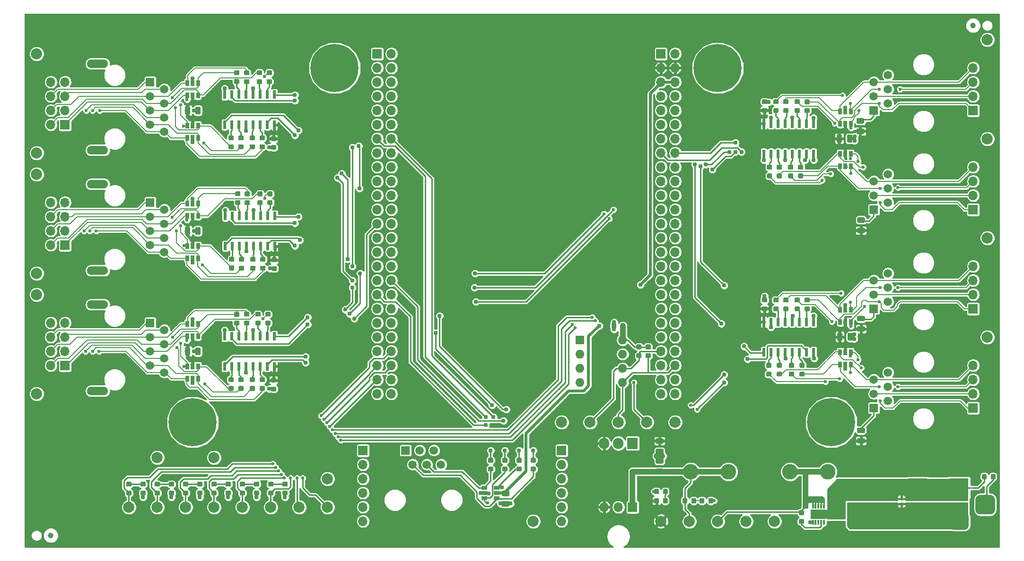
<source format=gbr>
G04 #@! TF.GenerationSoftware,KiCad,Pcbnew,5.0.2-bee76a0~70~ubuntu18.04.1*
G04 #@! TF.CreationDate,2019-06-21T08:31:23-07:00*
G04 #@! TF.ProjectId,aa-daughterboard-lvds,61612d64-6175-4676-9874-6572626f6172,rev?*
G04 #@! TF.SameCoordinates,Original*
G04 #@! TF.FileFunction,Copper,L1,Top*
G04 #@! TF.FilePolarity,Positive*
%FSLAX46Y46*%
G04 Gerber Fmt 4.6, Leading zero omitted, Abs format (unit mm)*
G04 Created by KiCad (PCBNEW 5.0.2-bee76a0~70~ubuntu18.04.1) date Fri 21 Jun 2019 08:31:23 AM PDT*
%MOMM*%
%LPD*%
G01*
G04 APERTURE LIST*
G04 #@! TA.AperFunction,BGAPad,CuDef*
%ADD10C,1.000000*%
G04 #@! TD*
G04 #@! TA.AperFunction,ComponentPad*
%ADD11R,1.905000X2.000000*%
G04 #@! TD*
G04 #@! TA.AperFunction,ComponentPad*
%ADD12O,1.905000X2.000000*%
G04 #@! TD*
G04 #@! TA.AperFunction,Conductor*
%ADD13C,0.100000*%
G04 #@! TD*
G04 #@! TA.AperFunction,SMDPad,CuDef*
%ADD14C,0.975000*%
G04 #@! TD*
G04 #@! TA.AperFunction,ComponentPad*
%ADD15R,1.600000X1.600000*%
G04 #@! TD*
G04 #@! TA.AperFunction,ComponentPad*
%ADD16C,1.600000*%
G04 #@! TD*
G04 #@! TA.AperFunction,ComponentPad*
%ADD17O,1.600000X1.600000*%
G04 #@! TD*
G04 #@! TA.AperFunction,ComponentPad*
%ADD18C,2.780000*%
G04 #@! TD*
G04 #@! TA.AperFunction,ComponentPad*
%ADD19C,2.000000*%
G04 #@! TD*
G04 #@! TA.AperFunction,ComponentPad*
%ADD20R,1.520000X1.520000*%
G04 #@! TD*
G04 #@! TA.AperFunction,ComponentPad*
%ADD21C,1.520000*%
G04 #@! TD*
G04 #@! TA.AperFunction,ComponentPad*
%ADD22C,3.500120*%
G04 #@! TD*
G04 #@! TA.AperFunction,ComponentPad*
%ADD23R,3.500120X3.500120*%
G04 #@! TD*
G04 #@! TA.AperFunction,ComponentPad*
%ADD24O,1.700000X1.700000*%
G04 #@! TD*
G04 #@! TA.AperFunction,ComponentPad*
%ADD25R,1.700000X1.700000*%
G04 #@! TD*
G04 #@! TA.AperFunction,ComponentPad*
%ADD26O,3.810000X1.524000*%
G04 #@! TD*
G04 #@! TA.AperFunction,ComponentPad*
%ADD27C,3.500000*%
G04 #@! TD*
G04 #@! TA.AperFunction,ComponentPad*
%ADD28C,3.000000*%
G04 #@! TD*
G04 #@! TA.AperFunction,ComponentPad*
%ADD29R,3.500000X3.500000*%
G04 #@! TD*
G04 #@! TA.AperFunction,SMDPad,CuDef*
%ADD30C,0.875000*%
G04 #@! TD*
G04 #@! TA.AperFunction,ComponentPad*
%ADD31C,0.900000*%
G04 #@! TD*
G04 #@! TA.AperFunction,ComponentPad*
%ADD32C,8.600000*%
G04 #@! TD*
G04 #@! TA.AperFunction,SMDPad,CuDef*
%ADD33R,0.600000X1.500000*%
G04 #@! TD*
G04 #@! TA.AperFunction,SMDPad,CuDef*
%ADD34R,0.400000X0.300000*%
G04 #@! TD*
G04 #@! TA.AperFunction,SMDPad,CuDef*
%ADD35R,2.700000X1.750000*%
G04 #@! TD*
G04 #@! TA.AperFunction,SMDPad,CuDef*
%ADD36R,0.300000X0.850000*%
G04 #@! TD*
G04 #@! TA.AperFunction,SMDPad,CuDef*
%ADD37R,0.650000X1.060000*%
G04 #@! TD*
G04 #@! TA.AperFunction,SMDPad,CuDef*
%ADD38R,1.060000X0.650000*%
G04 #@! TD*
G04 #@! TA.AperFunction,ViaPad*
%ADD39C,0.787400*%
G04 #@! TD*
G04 #@! TA.AperFunction,ViaPad*
%ADD40C,0.600000*%
G04 #@! TD*
G04 #@! TA.AperFunction,Conductor*
%ADD41C,0.508000*%
G04 #@! TD*
G04 #@! TA.AperFunction,Conductor*
%ADD42C,0.254000*%
G04 #@! TD*
G04 #@! TA.AperFunction,Conductor*
%ADD43C,0.152400*%
G04 #@! TD*
G04 #@! TA.AperFunction,Conductor*
%ADD44C,0.381000*%
G04 #@! TD*
G04 #@! TA.AperFunction,Conductor*
%ADD45C,1.016000*%
G04 #@! TD*
G04 APERTURE END LIST*
D10*
G04 #@! TO.P,FD2,*
G04 #@! TO.N,*
X223520000Y-53340000D03*
G04 #@! TD*
D11*
G04 #@! TO.P,U3,1*
G04 #@! TO.N,Net-(C4-Pad1)*
X162560000Y-128270000D03*
D12*
G04 #@! TO.P,U3,2*
G04 #@! TO.N,GND*
X160020000Y-128270000D03*
G04 #@! TO.P,U3,3*
G04 #@! TO.N,+5V*
X157480000Y-128270000D03*
G04 #@! TD*
D13*
G04 #@! TO.N,+5V*
G04 #@! TO.C,F5*
G36*
X203807142Y-71825174D02*
X203830803Y-71828684D01*
X203854007Y-71834496D01*
X203876529Y-71842554D01*
X203898153Y-71852782D01*
X203918670Y-71865079D01*
X203937883Y-71879329D01*
X203955607Y-71895393D01*
X203971671Y-71913117D01*
X203985921Y-71932330D01*
X203998218Y-71952847D01*
X204008446Y-71974471D01*
X204016504Y-71996993D01*
X204022316Y-72020197D01*
X204025826Y-72043858D01*
X204027000Y-72067750D01*
X204027000Y-72555250D01*
X204025826Y-72579142D01*
X204022316Y-72602803D01*
X204016504Y-72626007D01*
X204008446Y-72648529D01*
X203998218Y-72670153D01*
X203985921Y-72690670D01*
X203971671Y-72709883D01*
X203955607Y-72727607D01*
X203937883Y-72743671D01*
X203918670Y-72757921D01*
X203898153Y-72770218D01*
X203876529Y-72780446D01*
X203854007Y-72788504D01*
X203830803Y-72794316D01*
X203807142Y-72797826D01*
X203783250Y-72799000D01*
X202870750Y-72799000D01*
X202846858Y-72797826D01*
X202823197Y-72794316D01*
X202799993Y-72788504D01*
X202777471Y-72780446D01*
X202755847Y-72770218D01*
X202735330Y-72757921D01*
X202716117Y-72743671D01*
X202698393Y-72727607D01*
X202682329Y-72709883D01*
X202668079Y-72690670D01*
X202655782Y-72670153D01*
X202645554Y-72648529D01*
X202637496Y-72626007D01*
X202631684Y-72602803D01*
X202628174Y-72579142D01*
X202627000Y-72555250D01*
X202627000Y-72067750D01*
X202628174Y-72043858D01*
X202631684Y-72020197D01*
X202637496Y-71996993D01*
X202645554Y-71974471D01*
X202655782Y-71952847D01*
X202668079Y-71932330D01*
X202682329Y-71913117D01*
X202698393Y-71895393D01*
X202716117Y-71879329D01*
X202735330Y-71865079D01*
X202755847Y-71852782D01*
X202777471Y-71842554D01*
X202799993Y-71834496D01*
X202823197Y-71828684D01*
X202846858Y-71825174D01*
X202870750Y-71824000D01*
X203783250Y-71824000D01*
X203807142Y-71825174D01*
X203807142Y-71825174D01*
G37*
D14*
G04 #@! TD*
G04 #@! TO.P,F5,2*
G04 #@! TO.N,+5V*
X203327000Y-72311500D03*
D13*
G04 #@! TO.N,Net-(CN13-Pad1)*
G04 #@! TO.C,F5*
G36*
X203807142Y-69950174D02*
X203830803Y-69953684D01*
X203854007Y-69959496D01*
X203876529Y-69967554D01*
X203898153Y-69977782D01*
X203918670Y-69990079D01*
X203937883Y-70004329D01*
X203955607Y-70020393D01*
X203971671Y-70038117D01*
X203985921Y-70057330D01*
X203998218Y-70077847D01*
X204008446Y-70099471D01*
X204016504Y-70121993D01*
X204022316Y-70145197D01*
X204025826Y-70168858D01*
X204027000Y-70192750D01*
X204027000Y-70680250D01*
X204025826Y-70704142D01*
X204022316Y-70727803D01*
X204016504Y-70751007D01*
X204008446Y-70773529D01*
X203998218Y-70795153D01*
X203985921Y-70815670D01*
X203971671Y-70834883D01*
X203955607Y-70852607D01*
X203937883Y-70868671D01*
X203918670Y-70882921D01*
X203898153Y-70895218D01*
X203876529Y-70905446D01*
X203854007Y-70913504D01*
X203830803Y-70919316D01*
X203807142Y-70922826D01*
X203783250Y-70924000D01*
X202870750Y-70924000D01*
X202846858Y-70922826D01*
X202823197Y-70919316D01*
X202799993Y-70913504D01*
X202777471Y-70905446D01*
X202755847Y-70895218D01*
X202735330Y-70882921D01*
X202716117Y-70868671D01*
X202698393Y-70852607D01*
X202682329Y-70834883D01*
X202668079Y-70815670D01*
X202655782Y-70795153D01*
X202645554Y-70773529D01*
X202637496Y-70751007D01*
X202631684Y-70727803D01*
X202628174Y-70704142D01*
X202627000Y-70680250D01*
X202627000Y-70192750D01*
X202628174Y-70168858D01*
X202631684Y-70145197D01*
X202637496Y-70121993D01*
X202645554Y-70099471D01*
X202655782Y-70077847D01*
X202668079Y-70057330D01*
X202682329Y-70038117D01*
X202698393Y-70020393D01*
X202716117Y-70004329D01*
X202735330Y-69990079D01*
X202755847Y-69977782D01*
X202777471Y-69967554D01*
X202799993Y-69959496D01*
X202823197Y-69953684D01*
X202846858Y-69950174D01*
X202870750Y-69949000D01*
X203783250Y-69949000D01*
X203807142Y-69950174D01*
X203807142Y-69950174D01*
G37*
D14*
G04 #@! TD*
G04 #@! TO.P,F5,1*
G04 #@! TO.N,Net-(CN13-Pad1)*
X203327000Y-70436500D03*
D13*
G04 #@! TO.N,Net-(CN12-Pad1)*
G04 #@! TO.C,F4*
G36*
X203934142Y-87730174D02*
X203957803Y-87733684D01*
X203981007Y-87739496D01*
X204003529Y-87747554D01*
X204025153Y-87757782D01*
X204045670Y-87770079D01*
X204064883Y-87784329D01*
X204082607Y-87800393D01*
X204098671Y-87818117D01*
X204112921Y-87837330D01*
X204125218Y-87857847D01*
X204135446Y-87879471D01*
X204143504Y-87901993D01*
X204149316Y-87925197D01*
X204152826Y-87948858D01*
X204154000Y-87972750D01*
X204154000Y-88460250D01*
X204152826Y-88484142D01*
X204149316Y-88507803D01*
X204143504Y-88531007D01*
X204135446Y-88553529D01*
X204125218Y-88575153D01*
X204112921Y-88595670D01*
X204098671Y-88614883D01*
X204082607Y-88632607D01*
X204064883Y-88648671D01*
X204045670Y-88662921D01*
X204025153Y-88675218D01*
X204003529Y-88685446D01*
X203981007Y-88693504D01*
X203957803Y-88699316D01*
X203934142Y-88702826D01*
X203910250Y-88704000D01*
X202997750Y-88704000D01*
X202973858Y-88702826D01*
X202950197Y-88699316D01*
X202926993Y-88693504D01*
X202904471Y-88685446D01*
X202882847Y-88675218D01*
X202862330Y-88662921D01*
X202843117Y-88648671D01*
X202825393Y-88632607D01*
X202809329Y-88614883D01*
X202795079Y-88595670D01*
X202782782Y-88575153D01*
X202772554Y-88553529D01*
X202764496Y-88531007D01*
X202758684Y-88507803D01*
X202755174Y-88484142D01*
X202754000Y-88460250D01*
X202754000Y-87972750D01*
X202755174Y-87948858D01*
X202758684Y-87925197D01*
X202764496Y-87901993D01*
X202772554Y-87879471D01*
X202782782Y-87857847D01*
X202795079Y-87837330D01*
X202809329Y-87818117D01*
X202825393Y-87800393D01*
X202843117Y-87784329D01*
X202862330Y-87770079D01*
X202882847Y-87757782D01*
X202904471Y-87747554D01*
X202926993Y-87739496D01*
X202950197Y-87733684D01*
X202973858Y-87730174D01*
X202997750Y-87729000D01*
X203910250Y-87729000D01*
X203934142Y-87730174D01*
X203934142Y-87730174D01*
G37*
D14*
G04 #@! TD*
G04 #@! TO.P,F4,1*
G04 #@! TO.N,Net-(CN12-Pad1)*
X203454000Y-88216500D03*
D13*
G04 #@! TO.N,+5V*
G04 #@! TO.C,F4*
G36*
X203934142Y-89605174D02*
X203957803Y-89608684D01*
X203981007Y-89614496D01*
X204003529Y-89622554D01*
X204025153Y-89632782D01*
X204045670Y-89645079D01*
X204064883Y-89659329D01*
X204082607Y-89675393D01*
X204098671Y-89693117D01*
X204112921Y-89712330D01*
X204125218Y-89732847D01*
X204135446Y-89754471D01*
X204143504Y-89776993D01*
X204149316Y-89800197D01*
X204152826Y-89823858D01*
X204154000Y-89847750D01*
X204154000Y-90335250D01*
X204152826Y-90359142D01*
X204149316Y-90382803D01*
X204143504Y-90406007D01*
X204135446Y-90428529D01*
X204125218Y-90450153D01*
X204112921Y-90470670D01*
X204098671Y-90489883D01*
X204082607Y-90507607D01*
X204064883Y-90523671D01*
X204045670Y-90537921D01*
X204025153Y-90550218D01*
X204003529Y-90560446D01*
X203981007Y-90568504D01*
X203957803Y-90574316D01*
X203934142Y-90577826D01*
X203910250Y-90579000D01*
X202997750Y-90579000D01*
X202973858Y-90577826D01*
X202950197Y-90574316D01*
X202926993Y-90568504D01*
X202904471Y-90560446D01*
X202882847Y-90550218D01*
X202862330Y-90537921D01*
X202843117Y-90523671D01*
X202825393Y-90507607D01*
X202809329Y-90489883D01*
X202795079Y-90470670D01*
X202782782Y-90450153D01*
X202772554Y-90428529D01*
X202764496Y-90406007D01*
X202758684Y-90382803D01*
X202755174Y-90359142D01*
X202754000Y-90335250D01*
X202754000Y-89847750D01*
X202755174Y-89823858D01*
X202758684Y-89800197D01*
X202764496Y-89776993D01*
X202772554Y-89754471D01*
X202782782Y-89732847D01*
X202795079Y-89712330D01*
X202809329Y-89693117D01*
X202825393Y-89675393D01*
X202843117Y-89659329D01*
X202862330Y-89645079D01*
X202882847Y-89632782D01*
X202904471Y-89622554D01*
X202926993Y-89614496D01*
X202950197Y-89608684D01*
X202973858Y-89605174D01*
X202997750Y-89604000D01*
X203910250Y-89604000D01*
X203934142Y-89605174D01*
X203934142Y-89605174D01*
G37*
D14*
G04 #@! TD*
G04 #@! TO.P,F4,2*
G04 #@! TO.N,+5V*
X203454000Y-90091500D03*
D13*
G04 #@! TO.N,+5V*
G04 #@! TO.C,F3*
G36*
X203934142Y-107258174D02*
X203957803Y-107261684D01*
X203981007Y-107267496D01*
X204003529Y-107275554D01*
X204025153Y-107285782D01*
X204045670Y-107298079D01*
X204064883Y-107312329D01*
X204082607Y-107328393D01*
X204098671Y-107346117D01*
X204112921Y-107365330D01*
X204125218Y-107385847D01*
X204135446Y-107407471D01*
X204143504Y-107429993D01*
X204149316Y-107453197D01*
X204152826Y-107476858D01*
X204154000Y-107500750D01*
X204154000Y-107988250D01*
X204152826Y-108012142D01*
X204149316Y-108035803D01*
X204143504Y-108059007D01*
X204135446Y-108081529D01*
X204125218Y-108103153D01*
X204112921Y-108123670D01*
X204098671Y-108142883D01*
X204082607Y-108160607D01*
X204064883Y-108176671D01*
X204045670Y-108190921D01*
X204025153Y-108203218D01*
X204003529Y-108213446D01*
X203981007Y-108221504D01*
X203957803Y-108227316D01*
X203934142Y-108230826D01*
X203910250Y-108232000D01*
X202997750Y-108232000D01*
X202973858Y-108230826D01*
X202950197Y-108227316D01*
X202926993Y-108221504D01*
X202904471Y-108213446D01*
X202882847Y-108203218D01*
X202862330Y-108190921D01*
X202843117Y-108176671D01*
X202825393Y-108160607D01*
X202809329Y-108142883D01*
X202795079Y-108123670D01*
X202782782Y-108103153D01*
X202772554Y-108081529D01*
X202764496Y-108059007D01*
X202758684Y-108035803D01*
X202755174Y-108012142D01*
X202754000Y-107988250D01*
X202754000Y-107500750D01*
X202755174Y-107476858D01*
X202758684Y-107453197D01*
X202764496Y-107429993D01*
X202772554Y-107407471D01*
X202782782Y-107385847D01*
X202795079Y-107365330D01*
X202809329Y-107346117D01*
X202825393Y-107328393D01*
X202843117Y-107312329D01*
X202862330Y-107298079D01*
X202882847Y-107285782D01*
X202904471Y-107275554D01*
X202926993Y-107267496D01*
X202950197Y-107261684D01*
X202973858Y-107258174D01*
X202997750Y-107257000D01*
X203910250Y-107257000D01*
X203934142Y-107258174D01*
X203934142Y-107258174D01*
G37*
D14*
G04 #@! TD*
G04 #@! TO.P,F3,2*
G04 #@! TO.N,+5V*
X203454000Y-107744500D03*
D13*
G04 #@! TO.N,Net-(CN11-Pad1)*
G04 #@! TO.C,F3*
G36*
X203934142Y-105383174D02*
X203957803Y-105386684D01*
X203981007Y-105392496D01*
X204003529Y-105400554D01*
X204025153Y-105410782D01*
X204045670Y-105423079D01*
X204064883Y-105437329D01*
X204082607Y-105453393D01*
X204098671Y-105471117D01*
X204112921Y-105490330D01*
X204125218Y-105510847D01*
X204135446Y-105532471D01*
X204143504Y-105554993D01*
X204149316Y-105578197D01*
X204152826Y-105601858D01*
X204154000Y-105625750D01*
X204154000Y-106113250D01*
X204152826Y-106137142D01*
X204149316Y-106160803D01*
X204143504Y-106184007D01*
X204135446Y-106206529D01*
X204125218Y-106228153D01*
X204112921Y-106248670D01*
X204098671Y-106267883D01*
X204082607Y-106285607D01*
X204064883Y-106301671D01*
X204045670Y-106315921D01*
X204025153Y-106328218D01*
X204003529Y-106338446D01*
X203981007Y-106346504D01*
X203957803Y-106352316D01*
X203934142Y-106355826D01*
X203910250Y-106357000D01*
X202997750Y-106357000D01*
X202973858Y-106355826D01*
X202950197Y-106352316D01*
X202926993Y-106346504D01*
X202904471Y-106338446D01*
X202882847Y-106328218D01*
X202862330Y-106315921D01*
X202843117Y-106301671D01*
X202825393Y-106285607D01*
X202809329Y-106267883D01*
X202795079Y-106248670D01*
X202782782Y-106228153D01*
X202772554Y-106206529D01*
X202764496Y-106184007D01*
X202758684Y-106160803D01*
X202755174Y-106137142D01*
X202754000Y-106113250D01*
X202754000Y-105625750D01*
X202755174Y-105601858D01*
X202758684Y-105578197D01*
X202764496Y-105554993D01*
X202772554Y-105532471D01*
X202782782Y-105510847D01*
X202795079Y-105490330D01*
X202809329Y-105471117D01*
X202825393Y-105453393D01*
X202843117Y-105437329D01*
X202862330Y-105423079D01*
X202882847Y-105410782D01*
X202904471Y-105400554D01*
X202926993Y-105392496D01*
X202950197Y-105386684D01*
X202973858Y-105383174D01*
X202997750Y-105382000D01*
X203910250Y-105382000D01*
X203934142Y-105383174D01*
X203934142Y-105383174D01*
G37*
D14*
G04 #@! TD*
G04 #@! TO.P,F3,1*
G04 #@! TO.N,Net-(CN11-Pad1)*
X203454000Y-105869500D03*
D13*
G04 #@! TO.N,Net-(CN10-Pad1)*
G04 #@! TO.C,F2*
G36*
X203934142Y-125449174D02*
X203957803Y-125452684D01*
X203981007Y-125458496D01*
X204003529Y-125466554D01*
X204025153Y-125476782D01*
X204045670Y-125489079D01*
X204064883Y-125503329D01*
X204082607Y-125519393D01*
X204098671Y-125537117D01*
X204112921Y-125556330D01*
X204125218Y-125576847D01*
X204135446Y-125598471D01*
X204143504Y-125620993D01*
X204149316Y-125644197D01*
X204152826Y-125667858D01*
X204154000Y-125691750D01*
X204154000Y-126179250D01*
X204152826Y-126203142D01*
X204149316Y-126226803D01*
X204143504Y-126250007D01*
X204135446Y-126272529D01*
X204125218Y-126294153D01*
X204112921Y-126314670D01*
X204098671Y-126333883D01*
X204082607Y-126351607D01*
X204064883Y-126367671D01*
X204045670Y-126381921D01*
X204025153Y-126394218D01*
X204003529Y-126404446D01*
X203981007Y-126412504D01*
X203957803Y-126418316D01*
X203934142Y-126421826D01*
X203910250Y-126423000D01*
X202997750Y-126423000D01*
X202973858Y-126421826D01*
X202950197Y-126418316D01*
X202926993Y-126412504D01*
X202904471Y-126404446D01*
X202882847Y-126394218D01*
X202862330Y-126381921D01*
X202843117Y-126367671D01*
X202825393Y-126351607D01*
X202809329Y-126333883D01*
X202795079Y-126314670D01*
X202782782Y-126294153D01*
X202772554Y-126272529D01*
X202764496Y-126250007D01*
X202758684Y-126226803D01*
X202755174Y-126203142D01*
X202754000Y-126179250D01*
X202754000Y-125691750D01*
X202755174Y-125667858D01*
X202758684Y-125644197D01*
X202764496Y-125620993D01*
X202772554Y-125598471D01*
X202782782Y-125576847D01*
X202795079Y-125556330D01*
X202809329Y-125537117D01*
X202825393Y-125519393D01*
X202843117Y-125503329D01*
X202862330Y-125489079D01*
X202882847Y-125476782D01*
X202904471Y-125466554D01*
X202926993Y-125458496D01*
X202950197Y-125452684D01*
X202973858Y-125449174D01*
X202997750Y-125448000D01*
X203910250Y-125448000D01*
X203934142Y-125449174D01*
X203934142Y-125449174D01*
G37*
D14*
G04 #@! TD*
G04 #@! TO.P,F2,1*
G04 #@! TO.N,Net-(CN10-Pad1)*
X203454000Y-125935500D03*
D13*
G04 #@! TO.N,+5V*
G04 #@! TO.C,F2*
G36*
X203934142Y-127324174D02*
X203957803Y-127327684D01*
X203981007Y-127333496D01*
X204003529Y-127341554D01*
X204025153Y-127351782D01*
X204045670Y-127364079D01*
X204064883Y-127378329D01*
X204082607Y-127394393D01*
X204098671Y-127412117D01*
X204112921Y-127431330D01*
X204125218Y-127451847D01*
X204135446Y-127473471D01*
X204143504Y-127495993D01*
X204149316Y-127519197D01*
X204152826Y-127542858D01*
X204154000Y-127566750D01*
X204154000Y-128054250D01*
X204152826Y-128078142D01*
X204149316Y-128101803D01*
X204143504Y-128125007D01*
X204135446Y-128147529D01*
X204125218Y-128169153D01*
X204112921Y-128189670D01*
X204098671Y-128208883D01*
X204082607Y-128226607D01*
X204064883Y-128242671D01*
X204045670Y-128256921D01*
X204025153Y-128269218D01*
X204003529Y-128279446D01*
X203981007Y-128287504D01*
X203957803Y-128293316D01*
X203934142Y-128296826D01*
X203910250Y-128298000D01*
X202997750Y-128298000D01*
X202973858Y-128296826D01*
X202950197Y-128293316D01*
X202926993Y-128287504D01*
X202904471Y-128279446D01*
X202882847Y-128269218D01*
X202862330Y-128256921D01*
X202843117Y-128242671D01*
X202825393Y-128226607D01*
X202809329Y-128208883D01*
X202795079Y-128189670D01*
X202782782Y-128169153D01*
X202772554Y-128147529D01*
X202764496Y-128125007D01*
X202758684Y-128101803D01*
X202755174Y-128078142D01*
X202754000Y-128054250D01*
X202754000Y-127566750D01*
X202755174Y-127542858D01*
X202758684Y-127519197D01*
X202764496Y-127495993D01*
X202772554Y-127473471D01*
X202782782Y-127451847D01*
X202795079Y-127431330D01*
X202809329Y-127412117D01*
X202825393Y-127394393D01*
X202843117Y-127378329D01*
X202862330Y-127364079D01*
X202882847Y-127351782D01*
X202904471Y-127341554D01*
X202926993Y-127333496D01*
X202950197Y-127327684D01*
X202973858Y-127324174D01*
X202997750Y-127323000D01*
X203910250Y-127323000D01*
X203934142Y-127324174D01*
X203934142Y-127324174D01*
G37*
D14*
G04 #@! TD*
G04 #@! TO.P,F2,2*
G04 #@! TO.N,+5V*
X203454000Y-127810500D03*
D15*
G04 #@! TO.P,C1,1*
G04 #@! TO.N,Net-(C1-Pad1)*
X204597000Y-137541000D03*
D16*
G04 #@! TO.P,C1,2*
G04 #@! TO.N,GND*
X204597000Y-140041000D03*
D15*
G04 #@! TO.P,C1,1*
G04 #@! TO.N,Net-(C1-Pad1)*
X206197000Y-136870063D03*
D16*
G04 #@! TO.P,C1,2*
G04 #@! TO.N,GND*
X202997000Y-140711937D03*
G04 #@! TD*
D17*
G04 #@! TO.P,U1,8*
G04 #@! TO.N,/MEM_PWR*
X160782000Y-109728000D03*
G04 #@! TO.P,U1,4*
G04 #@! TO.N,GND*
X153162000Y-117348000D03*
G04 #@! TO.P,U1,7*
G04 #@! TO.N,/MEM_WP*
X160782000Y-112268000D03*
G04 #@! TO.P,U1,3*
G04 #@! TO.N,GND*
X153162000Y-114808000D03*
G04 #@! TO.P,U1,6*
G04 #@! TO.N,/I2C_SCL*
X160782000Y-114808000D03*
G04 #@! TO.P,U1,2*
G04 #@! TO.N,GND*
X153162000Y-112268000D03*
G04 #@! TO.P,U1,5*
G04 #@! TO.N,/I2C_SDA*
X160782000Y-117348000D03*
D15*
G04 #@! TO.P,U1,1*
G04 #@! TO.N,GND*
X153162000Y-109728000D03*
G04 #@! TD*
D18*
G04 #@! TO.P,F1,1*
G04 #@! TO.N,Net-(C4-Pad1)*
X172974000Y-133350000D03*
X179705000Y-133350000D03*
G04 #@! TO.P,F1,2*
G04 #@! TO.N,+12V*
X190754000Y-133350000D03*
X197485000Y-133350000D03*
G04 #@! TD*
D19*
G04 #@! TO.P,TP32,1*
G04 #@! TO.N,+5V*
X167640000Y-142240000D03*
G04 #@! TD*
D20*
G04 #@! TO.P,CN12,1*
G04 #@! TO.N,Net-(CN12-Pad1)*
X205740000Y-86360000D03*
D21*
G04 #@! TO.P,CN12,2*
G04 #@! TO.N,/TX_STALK_A_P*
X208280000Y-85090000D03*
G04 #@! TO.P,CN12,3*
G04 #@! TO.N,/TX_STALK_A_N*
X205740000Y-83820000D03*
G04 #@! TO.P,CN12,4*
G04 #@! TO.N,/PWM_CAP_A_P*
X208280000Y-82550000D03*
G04 #@! TO.P,CN12,5*
G04 #@! TO.N,/PWM_CAP_A_N*
X205740000Y-81280000D03*
G04 #@! TO.P,CN12,6*
G04 #@! TO.N,GND*
X208280000Y-80010000D03*
G04 #@! TD*
D20*
G04 #@! TO.P,CN11,1*
G04 #@! TO.N,Net-(CN11-Pad1)*
X205740000Y-104140000D03*
D21*
G04 #@! TO.P,CN11,2*
G04 #@! TO.N,/TX_STALK_B_P*
X208280000Y-102870000D03*
G04 #@! TO.P,CN11,3*
G04 #@! TO.N,/TX_STALK_B_N*
X205740000Y-101600000D03*
G04 #@! TO.P,CN11,4*
G04 #@! TO.N,/PWM_CAP_B_P*
X208280000Y-100330000D03*
G04 #@! TO.P,CN11,5*
G04 #@! TO.N,/PWM_CAP_B_N*
X205740000Y-99060000D03*
G04 #@! TO.P,CN11,6*
G04 #@! TO.N,GND*
X208280000Y-97790000D03*
G04 #@! TD*
D22*
G04 #@! TO.P,CN2,2*
G04 #@! TO.N,GND*
X213614000Y-141351000D03*
D23*
G04 #@! TO.P,CN2,1*
G04 #@! TO.N,Net-(C1-Pad1)*
X213614000Y-136271000D03*
G04 #@! TD*
D24*
G04 #@! TO.P,A1,P2_39*
G04 #@! TO.N,Net-(A1-PadP2_39)*
X167640000Y-106680000D03*
G04 #@! TO.P,A1,P2_48*
G04 #@! TO.N,/MEM_WP*
X170180000Y-116840000D03*
G04 #@! TO.P,A1,P2_49*
G04 #@! TO.N,GND*
X167640000Y-119380000D03*
G04 #@! TO.P,A1,P2_11*
G04 #@! TO.N,/TX_PANEL_2*
X167640000Y-71120000D03*
G04 #@! TO.P,A1,P2_38*
G04 #@! TO.N,Net-(A1-PadP2_38)*
X170180000Y-104140000D03*
G04 #@! TO.P,A1,P2_41*
G04 #@! TO.N,Net-(A1-PadP2_41)*
X167640000Y-109220000D03*
G04 #@! TO.P,A1,P2_32*
G04 #@! TO.N,Net-(A1-PadP2_32)*
X170180000Y-96520000D03*
G04 #@! TO.P,A1,P2_40*
G04 #@! TO.N,Net-(A1-PadP2_40)*
X170180000Y-106680000D03*
G04 #@! TO.P,A1,P2_4*
G04 #@! TO.N,+5V*
X170180000Y-60960000D03*
G04 #@! TO.P,A1,P2_30*
G04 #@! TO.N,Net-(A1-PadP2_30)*
X170180000Y-93980000D03*
G04 #@! TO.P,A1,P2_34*
G04 #@! TO.N,/DB_SYNC_2*
X170180000Y-99060000D03*
G04 #@! TO.P,A1,P2_18*
G04 #@! TO.N,/TX_STALK_B*
X170180000Y-78740000D03*
G04 #@! TO.P,A1,P2_10*
G04 #@! TO.N,Net-(A1-PadP2_10)*
X170180000Y-68580000D03*
G04 #@! TO.P,A1,P2_21*
G04 #@! TO.N,Net-(A1-PadP2_21)*
X167640000Y-83820000D03*
G04 #@! TO.P,A1,P2_42*
G04 #@! TO.N,Net-(A1-PadP2_42)*
X170180000Y-109220000D03*
G04 #@! TO.P,A1,P2_14*
G04 #@! TO.N,/TX_PANEL_1*
X170180000Y-73660000D03*
G04 #@! TO.P,A1,P2_25*
G04 #@! TO.N,Net-(A1-PadP2_25)*
X167640000Y-88900000D03*
G04 #@! TO.P,A1,P2_36*
G04 #@! TO.N,/DB_SYNC_0*
X170180000Y-101600000D03*
G04 #@! TO.P,A1,P2_47*
G04 #@! TO.N,/MEM_PWR*
X167640000Y-116840000D03*
G04 #@! TO.P,A1,P2_17*
G04 #@! TO.N,/TX_STALK_1*
X167640000Y-78740000D03*
G04 #@! TO.P,A1,P2_5*
G04 #@! TO.N,+3V*
X167640000Y-63500000D03*
G04 #@! TO.P,A1,P2_35*
G04 #@! TO.N,Net-(A1-PadP2_35)*
X167640000Y-101600000D03*
G04 #@! TO.P,A1,P2_16*
G04 #@! TO.N,/TX_STALK_2*
X170180000Y-76200000D03*
G04 #@! TO.P,A1,P2_2*
G04 #@! TO.N,GND*
X170180000Y-58420000D03*
G04 #@! TO.P,A1,P2_45*
G04 #@! TO.N,Net-(A1-PadP2_45)*
X167640000Y-114300000D03*
G04 #@! TO.P,A1,P2_46*
G04 #@! TO.N,/I2C_SDA*
X170180000Y-114300000D03*
G04 #@! TO.P,A1,P2_24*
G04 #@! TO.N,Net-(A1-PadP2_24)*
X170180000Y-86360000D03*
G04 #@! TO.P,A1,P2_44*
G04 #@! TO.N,Net-(A1-PadP2_44)*
X170180000Y-111760000D03*
G04 #@! TO.P,A1,P2_12*
G04 #@! TO.N,Net-(A1-PadP2_12)*
X170180000Y-71120000D03*
G04 #@! TO.P,A1,P2_31*
G04 #@! TO.N,/DB_SYNC_3*
X167640000Y-96520000D03*
G04 #@! TO.P,A1,P2_7*
G04 #@! TO.N,Net-(A1-PadP2_7)*
X167640000Y-66040000D03*
G04 #@! TO.P,A1,P2_19*
G04 #@! TO.N,/PWM_CAP_A*
X167640000Y-81280000D03*
G04 #@! TO.P,A1,P2_50*
G04 #@! TO.N,GND*
X170180000Y-119380000D03*
G04 #@! TO.P,A1,P2_33*
G04 #@! TO.N,/DB_SYNC_1*
X167640000Y-99060000D03*
G04 #@! TO.P,A1,P2_6*
G04 #@! TO.N,+3V*
X170180000Y-63500000D03*
G04 #@! TO.P,A1,P2_27*
G04 #@! TO.N,Net-(A1-PadP2_27)*
X167640000Y-91440000D03*
G04 #@! TO.P,A1,P2_3*
G04 #@! TO.N,+5V*
X167640000Y-60960000D03*
G04 #@! TO.P,A1,P2_43*
G04 #@! TO.N,/I2C_SCL*
X167640000Y-111760000D03*
G04 #@! TO.P,A1,P2_20*
G04 #@! TO.N,/PWM_CAP_2*
X170180000Y-81280000D03*
G04 #@! TO.P,A1,P2_37*
G04 #@! TO.N,Net-(A1-PadP2_37)*
X167640000Y-104140000D03*
G04 #@! TO.P,A1,P2_29*
G04 #@! TO.N,Net-(A1-PadP2_29)*
X167640000Y-93980000D03*
G04 #@! TO.P,A1,P2_28*
G04 #@! TO.N,Net-(A1-PadP2_28)*
X170180000Y-91440000D03*
G04 #@! TO.P,A1,P2_9*
G04 #@! TO.N,Net-(A1-PadP2_9)*
X167640000Y-68580000D03*
G04 #@! TO.P,A1,P2_26*
G04 #@! TO.N,Net-(A1-PadP2_26)*
X170180000Y-88900000D03*
G04 #@! TO.P,A1,P2_13*
G04 #@! TO.N,/TX_PANEL_0*
X167640000Y-73660000D03*
G04 #@! TO.P,A1,P2_8*
G04 #@! TO.N,Net-(A1-PadP2_8)*
X170180000Y-66040000D03*
D25*
G04 #@! TO.P,A1,P2_1*
G04 #@! TO.N,GND*
X167640000Y-58420000D03*
D24*
G04 #@! TO.P,A1,P2_22*
G04 #@! TO.N,Net-(A1-PadP2_22)*
X170180000Y-83820000D03*
G04 #@! TO.P,A1,P2_23*
G04 #@! TO.N,Net-(A1-PadP2_23)*
X167640000Y-86360000D03*
G04 #@! TO.P,A1,P2_15*
G04 #@! TO.N,/TX_STALK_A*
X167640000Y-76200000D03*
G04 #@! TO.P,A1,P1_50*
G04 #@! TO.N,GND*
X119380000Y-119380000D03*
G04 #@! TO.P,A1,P1_49*
X116840000Y-119380000D03*
G04 #@! TO.P,A1,P1_48*
G04 #@! TO.N,Net-(A1-PadP1_48)*
X119380000Y-116840000D03*
G04 #@! TO.P,A1,P1_47*
G04 #@! TO.N,/DB_BLUE*
X116840000Y-116840000D03*
G04 #@! TO.P,A1,P1_46*
G04 #@! TO.N,/DB_RED*
X119380000Y-114300000D03*
G04 #@! TO.P,A1,P1_45*
G04 #@! TO.N,/DB_ORANGE*
X116840000Y-114300000D03*
G04 #@! TO.P,A1,P1_44*
G04 #@! TO.N,/DB_GREEN*
X119380000Y-111760000D03*
G04 #@! TO.P,A1,P1_43*
G04 #@! TO.N,Net-(A1-PadP1_43)*
X116840000Y-111760000D03*
G04 #@! TO.P,A1,P1_42*
G04 #@! TO.N,Net-(A1-PadP1_42)*
X119380000Y-109220000D03*
G04 #@! TO.P,A1,P1_41*
G04 #@! TO.N,Net-(A1-PadP1_41)*
X116840000Y-109220000D03*
G04 #@! TO.P,A1,P1_40*
G04 #@! TO.N,Net-(A1-PadP1_40)*
X119380000Y-106680000D03*
G04 #@! TO.P,A1,P1_39*
G04 #@! TO.N,/PWM_CAP_B*
X116840000Y-106680000D03*
G04 #@! TO.P,A1,P1_38*
G04 #@! TO.N,Net-(A1-PadP1_38)*
X119380000Y-104140000D03*
G04 #@! TO.P,A1,P1_37*
G04 #@! TO.N,/PWM_CAP_1*
X116840000Y-104140000D03*
G04 #@! TO.P,A1,P1_36*
G04 #@! TO.N,Net-(A1-PadP1_36)*
X119380000Y-101600000D03*
G04 #@! TO.P,A1,P1_35*
G04 #@! TO.N,/RX_INPUT*
X116840000Y-101600000D03*
G04 #@! TO.P,A1,P1_34*
G04 #@! TO.N,/TX_INPUT*
X119380000Y-99060000D03*
G04 #@! TO.P,A1,P1_33*
G04 #@! TO.N,/TX_XP_3*
X116840000Y-99060000D03*
G04 #@! TO.P,A1,P1_32*
G04 #@! TO.N,/TX_XP_2*
X119380000Y-96520000D03*
G04 #@! TO.P,A1,P1_31*
G04 #@! TO.N,/TX_XP_1*
X116840000Y-96520000D03*
G04 #@! TO.P,A1,P1_30*
G04 #@! TO.N,/TX_XP_0*
X119380000Y-93980000D03*
G04 #@! TO.P,A1,P1_29*
G04 #@! TO.N,/TX_PANEL_7*
X116840000Y-93980000D03*
G04 #@! TO.P,A1,P1_28*
G04 #@! TO.N,/TX_PANEL_6*
X119380000Y-91440000D03*
G04 #@! TO.P,A1,P1_27*
G04 #@! TO.N,/TX_PANEL_5*
X116840000Y-91440000D03*
G04 #@! TO.P,A1,P1_26*
G04 #@! TO.N,/TX_PANEL_4*
X119380000Y-88900000D03*
G04 #@! TO.P,A1,P1_25*
G04 #@! TO.N,/TX_PANEL_3*
X116840000Y-88900000D03*
G04 #@! TO.P,A1,P1_24*
G04 #@! TO.N,Net-(A1-PadP1_24)*
X119380000Y-86360000D03*
G04 #@! TO.P,A1,P1_23*
G04 #@! TO.N,GND*
X116840000Y-86360000D03*
G04 #@! TO.P,A1,P1_22*
G04 #@! TO.N,Net-(A1-PadP1_22)*
X119380000Y-83820000D03*
G04 #@! TO.P,A1,P1_21*
G04 #@! TO.N,Net-(A1-PadP1_21)*
X116840000Y-83820000D03*
G04 #@! TO.P,A1,P1_20*
G04 #@! TO.N,Net-(A1-PadP1_20)*
X119380000Y-81280000D03*
G04 #@! TO.P,A1,P1_19*
G04 #@! TO.N,Net-(A1-PadP1_19)*
X116840000Y-81280000D03*
G04 #@! TO.P,A1,P1_18*
G04 #@! TO.N,Net-(A1-PadP1_18)*
X119380000Y-78740000D03*
G04 #@! TO.P,A1,P1_17*
G04 #@! TO.N,Net-(A1-PadP1_17)*
X116840000Y-78740000D03*
G04 #@! TO.P,A1,P1_16*
G04 #@! TO.N,Net-(A1-PadP1_16)*
X119380000Y-76200000D03*
G04 #@! TO.P,A1,P1_15*
G04 #@! TO.N,Net-(A1-PadP1_15)*
X116840000Y-76200000D03*
G04 #@! TO.P,A1,P1_14*
G04 #@! TO.N,/TX_DEBUG*
X119380000Y-73660000D03*
G04 #@! TO.P,A1,P1_13*
G04 #@! TO.N,/RX_DEBUG*
X116840000Y-73660000D03*
G04 #@! TO.P,A1,P1_12*
G04 #@! TO.N,Net-(A1-PadP1_12)*
X119380000Y-71120000D03*
G04 #@! TO.P,A1,P1_11*
G04 #@! TO.N,Net-(A1-PadP1_11)*
X116840000Y-71120000D03*
G04 #@! TO.P,A1,P1_10*
G04 #@! TO.N,Net-(A1-PadP1_10)*
X119380000Y-68580000D03*
G04 #@! TO.P,A1,P1_9*
G04 #@! TO.N,Net-(A1-PadP1_9)*
X116840000Y-68580000D03*
G04 #@! TO.P,A1,P1_8*
G04 #@! TO.N,Net-(A1-PadP1_8)*
X119380000Y-66040000D03*
G04 #@! TO.P,A1,P1_7*
G04 #@! TO.N,Net-(A1-PadP1_7)*
X116840000Y-66040000D03*
G04 #@! TO.P,A1,P1_6*
G04 #@! TO.N,/NRST*
X119380000Y-63500000D03*
G04 #@! TO.P,A1,P1_5*
G04 #@! TO.N,GND*
X116840000Y-63500000D03*
G04 #@! TO.P,A1,P1_4*
G04 #@! TO.N,Net-(A1-PadP1_4)*
X119380000Y-60960000D03*
G04 #@! TO.P,A1,P1_3*
G04 #@! TO.N,Net-(A1-PadP1_3)*
X116840000Y-60960000D03*
G04 #@! TO.P,A1,P1_2*
G04 #@! TO.N,GND*
X119380000Y-58420000D03*
D25*
G04 #@! TO.P,A1,P1_1*
X116840000Y-58420000D03*
G04 #@! TD*
D26*
G04 #@! TO.P,CN19,SH*
G04 #@! TO.N,GND*
X66802000Y-75692000D03*
X66802000Y-60198000D03*
D21*
G04 #@! TO.P,CN19,8*
G04 #@! TO.N,/TX_XP_3_P*
X78740000Y-72390000D03*
G04 #@! TO.P,CN19,7*
G04 #@! TO.N,/TX_XP_3_N*
X76200000Y-71120000D03*
D20*
G04 #@! TO.P,CN19,1*
G04 #@! TO.N,/TX_XP_2_N*
X76200000Y-63500000D03*
D21*
G04 #@! TO.P,CN19,2*
G04 #@! TO.N,/TX_XP_2_P*
X78740000Y-64770000D03*
G04 #@! TO.P,CN19,3*
G04 #@! TO.N,/TX_XP_1_N*
X76200000Y-66040000D03*
G04 #@! TO.P,CN19,4*
G04 #@! TO.N,/TX_XP_0_N*
X78740000Y-67310000D03*
G04 #@! TO.P,CN19,5*
G04 #@! TO.N,/TX_XP_0_P*
X76200000Y-68580000D03*
G04 #@! TO.P,CN19,6*
G04 #@! TO.N,/TX_XP_1_P*
X78740000Y-69850000D03*
G04 #@! TD*
D13*
G04 #@! TO.N,Net-(CN1-Pad3)*
G04 #@! TO.C,CN1*
G36*
X226640765Y-137494213D02*
X226725704Y-137506813D01*
X226808999Y-137527677D01*
X226889848Y-137556605D01*
X226967472Y-137593319D01*
X227041124Y-137637464D01*
X227110094Y-137688616D01*
X227173718Y-137746282D01*
X227231384Y-137809906D01*
X227282536Y-137878876D01*
X227326681Y-137952528D01*
X227363395Y-138030152D01*
X227392323Y-138111001D01*
X227413187Y-138194296D01*
X227425787Y-138279235D01*
X227430000Y-138365000D01*
X227430000Y-140115000D01*
X227425787Y-140200765D01*
X227413187Y-140285704D01*
X227392323Y-140368999D01*
X227363395Y-140449848D01*
X227326681Y-140527472D01*
X227282536Y-140601124D01*
X227231384Y-140670094D01*
X227173718Y-140733718D01*
X227110094Y-140791384D01*
X227041124Y-140842536D01*
X226967472Y-140886681D01*
X226889848Y-140923395D01*
X226808999Y-140952323D01*
X226725704Y-140973187D01*
X226640765Y-140985787D01*
X226555000Y-140990000D01*
X224805000Y-140990000D01*
X224719235Y-140985787D01*
X224634296Y-140973187D01*
X224551001Y-140952323D01*
X224470152Y-140923395D01*
X224392528Y-140886681D01*
X224318876Y-140842536D01*
X224249906Y-140791384D01*
X224186282Y-140733718D01*
X224128616Y-140670094D01*
X224077464Y-140601124D01*
X224033319Y-140527472D01*
X223996605Y-140449848D01*
X223967677Y-140368999D01*
X223946813Y-140285704D01*
X223934213Y-140200765D01*
X223930000Y-140115000D01*
X223930000Y-138365000D01*
X223934213Y-138279235D01*
X223946813Y-138194296D01*
X223967677Y-138111001D01*
X223996605Y-138030152D01*
X224033319Y-137952528D01*
X224077464Y-137878876D01*
X224128616Y-137809906D01*
X224186282Y-137746282D01*
X224249906Y-137688616D01*
X224318876Y-137637464D01*
X224392528Y-137593319D01*
X224470152Y-137556605D01*
X224551001Y-137527677D01*
X224634296Y-137506813D01*
X224719235Y-137494213D01*
X224805000Y-137490000D01*
X226555000Y-137490000D01*
X226640765Y-137494213D01*
X226640765Y-137494213D01*
G37*
D27*
G04 #@! TD*
G04 #@! TO.P,CN1,3*
G04 #@! TO.N,Net-(CN1-Pad3)*
X225680000Y-139240000D03*
D13*
G04 #@! TO.N,GND*
G04 #@! TO.C,CN1*
G36*
X222053513Y-140743611D02*
X222126318Y-140754411D01*
X222197714Y-140772295D01*
X222267013Y-140797090D01*
X222333548Y-140828559D01*
X222396678Y-140866398D01*
X222455795Y-140910242D01*
X222510330Y-140959670D01*
X222559758Y-141014205D01*
X222603602Y-141073322D01*
X222641441Y-141136452D01*
X222672910Y-141202987D01*
X222697705Y-141272286D01*
X222715589Y-141343682D01*
X222726389Y-141416487D01*
X222730000Y-141490000D01*
X222730000Y-142990000D01*
X222726389Y-143063513D01*
X222715589Y-143136318D01*
X222697705Y-143207714D01*
X222672910Y-143277013D01*
X222641441Y-143343548D01*
X222603602Y-143406678D01*
X222559758Y-143465795D01*
X222510330Y-143520330D01*
X222455795Y-143569758D01*
X222396678Y-143613602D01*
X222333548Y-143651441D01*
X222267013Y-143682910D01*
X222197714Y-143707705D01*
X222126318Y-143725589D01*
X222053513Y-143736389D01*
X221980000Y-143740000D01*
X219980000Y-143740000D01*
X219906487Y-143736389D01*
X219833682Y-143725589D01*
X219762286Y-143707705D01*
X219692987Y-143682910D01*
X219626452Y-143651441D01*
X219563322Y-143613602D01*
X219504205Y-143569758D01*
X219449670Y-143520330D01*
X219400242Y-143465795D01*
X219356398Y-143406678D01*
X219318559Y-143343548D01*
X219287090Y-143277013D01*
X219262295Y-143207714D01*
X219244411Y-143136318D01*
X219233611Y-143063513D01*
X219230000Y-142990000D01*
X219230000Y-141490000D01*
X219233611Y-141416487D01*
X219244411Y-141343682D01*
X219262295Y-141272286D01*
X219287090Y-141202987D01*
X219318559Y-141136452D01*
X219356398Y-141073322D01*
X219400242Y-141014205D01*
X219449670Y-140959670D01*
X219504205Y-140910242D01*
X219563322Y-140866398D01*
X219626452Y-140828559D01*
X219692987Y-140797090D01*
X219762286Y-140772295D01*
X219833682Y-140754411D01*
X219906487Y-140743611D01*
X219980000Y-140740000D01*
X221980000Y-140740000D01*
X222053513Y-140743611D01*
X222053513Y-140743611D01*
G37*
D28*
G04 #@! TD*
G04 #@! TO.P,CN1,2*
G04 #@! TO.N,GND*
X220980000Y-142240000D03*
D29*
G04 #@! TO.P,CN1,1*
G04 #@! TO.N,Net-(C1-Pad1)*
X220980000Y-136240000D03*
G04 #@! TD*
D24*
G04 #@! TO.P,CN4,6*
G04 #@! TO.N,Net-(CN4-Pad6)*
X149860000Y-142240000D03*
G04 #@! TO.P,CN4,5*
G04 #@! TO.N,/TX_DEBUG_S*
X149860000Y-139700000D03*
G04 #@! TO.P,CN4,4*
G04 #@! TO.N,/RX_DEBUG_S*
X149860000Y-137160000D03*
G04 #@! TO.P,CN4,3*
G04 #@! TO.N,Net-(CN4-Pad3)*
X149860000Y-134620000D03*
G04 #@! TO.P,CN4,2*
G04 #@! TO.N,Net-(CN4-Pad2)*
X149860000Y-132080000D03*
D25*
G04 #@! TO.P,CN4,1*
G04 #@! TO.N,GND*
X149860000Y-129540000D03*
G04 #@! TD*
D24*
G04 #@! TO.P,CN3,6*
G04 #@! TO.N,Net-(CN3-Pad6)*
X114300000Y-142240000D03*
G04 #@! TO.P,CN3,5*
G04 #@! TO.N,/TX_INPUT_S*
X114300000Y-139700000D03*
G04 #@! TO.P,CN3,4*
G04 #@! TO.N,/RX_INPUT_S*
X114300000Y-137160000D03*
G04 #@! TO.P,CN3,3*
G04 #@! TO.N,Net-(CN3-Pad3)*
X114300000Y-134620000D03*
G04 #@! TO.P,CN3,2*
G04 #@! TO.N,Net-(CN3-Pad2)*
X114300000Y-132080000D03*
D25*
G04 #@! TO.P,CN3,1*
G04 #@! TO.N,GND*
X114300000Y-129540000D03*
G04 #@! TD*
D13*
G04 #@! TO.N,Net-(C4-Pad1)*
G04 #@! TO.C,D20*
G36*
X172172691Y-138083053D02*
X172193926Y-138086203D01*
X172214750Y-138091419D01*
X172234962Y-138098651D01*
X172254368Y-138107830D01*
X172272781Y-138118866D01*
X172290024Y-138131654D01*
X172305930Y-138146070D01*
X172320346Y-138161976D01*
X172333134Y-138179219D01*
X172344170Y-138197632D01*
X172353349Y-138217038D01*
X172360581Y-138237250D01*
X172365797Y-138258074D01*
X172368947Y-138279309D01*
X172370000Y-138300750D01*
X172370000Y-138813250D01*
X172368947Y-138834691D01*
X172365797Y-138855926D01*
X172360581Y-138876750D01*
X172353349Y-138896962D01*
X172344170Y-138916368D01*
X172333134Y-138934781D01*
X172320346Y-138952024D01*
X172305930Y-138967930D01*
X172290024Y-138982346D01*
X172272781Y-138995134D01*
X172254368Y-139006170D01*
X172234962Y-139015349D01*
X172214750Y-139022581D01*
X172193926Y-139027797D01*
X172172691Y-139030947D01*
X172151250Y-139032000D01*
X171713750Y-139032000D01*
X171692309Y-139030947D01*
X171671074Y-139027797D01*
X171650250Y-139022581D01*
X171630038Y-139015349D01*
X171610632Y-139006170D01*
X171592219Y-138995134D01*
X171574976Y-138982346D01*
X171559070Y-138967930D01*
X171544654Y-138952024D01*
X171531866Y-138934781D01*
X171520830Y-138916368D01*
X171511651Y-138896962D01*
X171504419Y-138876750D01*
X171499203Y-138855926D01*
X171496053Y-138834691D01*
X171495000Y-138813250D01*
X171495000Y-138300750D01*
X171496053Y-138279309D01*
X171499203Y-138258074D01*
X171504419Y-138237250D01*
X171511651Y-138217038D01*
X171520830Y-138197632D01*
X171531866Y-138179219D01*
X171544654Y-138161976D01*
X171559070Y-138146070D01*
X171574976Y-138131654D01*
X171592219Y-138118866D01*
X171610632Y-138107830D01*
X171630038Y-138098651D01*
X171650250Y-138091419D01*
X171671074Y-138086203D01*
X171692309Y-138083053D01*
X171713750Y-138082000D01*
X172151250Y-138082000D01*
X172172691Y-138083053D01*
X172172691Y-138083053D01*
G37*
D30*
G04 #@! TD*
G04 #@! TO.P,D20,2*
G04 #@! TO.N,Net-(C4-Pad1)*
X171932500Y-138557000D03*
D13*
G04 #@! TO.N,Net-(D20-Pad1)*
G04 #@! TO.C,D20*
G36*
X173747691Y-138083053D02*
X173768926Y-138086203D01*
X173789750Y-138091419D01*
X173809962Y-138098651D01*
X173829368Y-138107830D01*
X173847781Y-138118866D01*
X173865024Y-138131654D01*
X173880930Y-138146070D01*
X173895346Y-138161976D01*
X173908134Y-138179219D01*
X173919170Y-138197632D01*
X173928349Y-138217038D01*
X173935581Y-138237250D01*
X173940797Y-138258074D01*
X173943947Y-138279309D01*
X173945000Y-138300750D01*
X173945000Y-138813250D01*
X173943947Y-138834691D01*
X173940797Y-138855926D01*
X173935581Y-138876750D01*
X173928349Y-138896962D01*
X173919170Y-138916368D01*
X173908134Y-138934781D01*
X173895346Y-138952024D01*
X173880930Y-138967930D01*
X173865024Y-138982346D01*
X173847781Y-138995134D01*
X173829368Y-139006170D01*
X173809962Y-139015349D01*
X173789750Y-139022581D01*
X173768926Y-139027797D01*
X173747691Y-139030947D01*
X173726250Y-139032000D01*
X173288750Y-139032000D01*
X173267309Y-139030947D01*
X173246074Y-139027797D01*
X173225250Y-139022581D01*
X173205038Y-139015349D01*
X173185632Y-139006170D01*
X173167219Y-138995134D01*
X173149976Y-138982346D01*
X173134070Y-138967930D01*
X173119654Y-138952024D01*
X173106866Y-138934781D01*
X173095830Y-138916368D01*
X173086651Y-138896962D01*
X173079419Y-138876750D01*
X173074203Y-138855926D01*
X173071053Y-138834691D01*
X173070000Y-138813250D01*
X173070000Y-138300750D01*
X173071053Y-138279309D01*
X173074203Y-138258074D01*
X173079419Y-138237250D01*
X173086651Y-138217038D01*
X173095830Y-138197632D01*
X173106866Y-138179219D01*
X173119654Y-138161976D01*
X173134070Y-138146070D01*
X173149976Y-138131654D01*
X173167219Y-138118866D01*
X173185632Y-138107830D01*
X173205038Y-138098651D01*
X173225250Y-138091419D01*
X173246074Y-138086203D01*
X173267309Y-138083053D01*
X173288750Y-138082000D01*
X173726250Y-138082000D01*
X173747691Y-138083053D01*
X173747691Y-138083053D01*
G37*
D30*
G04 #@! TD*
G04 #@! TO.P,D20,1*
G04 #@! TO.N,Net-(D20-Pad1)*
X173507500Y-138557000D03*
D13*
G04 #@! TO.N,+5V*
G04 #@! TO.C,D21*
G36*
X167092691Y-138083053D02*
X167113926Y-138086203D01*
X167134750Y-138091419D01*
X167154962Y-138098651D01*
X167174368Y-138107830D01*
X167192781Y-138118866D01*
X167210024Y-138131654D01*
X167225930Y-138146070D01*
X167240346Y-138161976D01*
X167253134Y-138179219D01*
X167264170Y-138197632D01*
X167273349Y-138217038D01*
X167280581Y-138237250D01*
X167285797Y-138258074D01*
X167288947Y-138279309D01*
X167290000Y-138300750D01*
X167290000Y-138813250D01*
X167288947Y-138834691D01*
X167285797Y-138855926D01*
X167280581Y-138876750D01*
X167273349Y-138896962D01*
X167264170Y-138916368D01*
X167253134Y-138934781D01*
X167240346Y-138952024D01*
X167225930Y-138967930D01*
X167210024Y-138982346D01*
X167192781Y-138995134D01*
X167174368Y-139006170D01*
X167154962Y-139015349D01*
X167134750Y-139022581D01*
X167113926Y-139027797D01*
X167092691Y-139030947D01*
X167071250Y-139032000D01*
X166633750Y-139032000D01*
X166612309Y-139030947D01*
X166591074Y-139027797D01*
X166570250Y-139022581D01*
X166550038Y-139015349D01*
X166530632Y-139006170D01*
X166512219Y-138995134D01*
X166494976Y-138982346D01*
X166479070Y-138967930D01*
X166464654Y-138952024D01*
X166451866Y-138934781D01*
X166440830Y-138916368D01*
X166431651Y-138896962D01*
X166424419Y-138876750D01*
X166419203Y-138855926D01*
X166416053Y-138834691D01*
X166415000Y-138813250D01*
X166415000Y-138300750D01*
X166416053Y-138279309D01*
X166419203Y-138258074D01*
X166424419Y-138237250D01*
X166431651Y-138217038D01*
X166440830Y-138197632D01*
X166451866Y-138179219D01*
X166464654Y-138161976D01*
X166479070Y-138146070D01*
X166494976Y-138131654D01*
X166512219Y-138118866D01*
X166530632Y-138107830D01*
X166550038Y-138098651D01*
X166570250Y-138091419D01*
X166591074Y-138086203D01*
X166612309Y-138083053D01*
X166633750Y-138082000D01*
X167071250Y-138082000D01*
X167092691Y-138083053D01*
X167092691Y-138083053D01*
G37*
D30*
G04 #@! TD*
G04 #@! TO.P,D21,2*
G04 #@! TO.N,+5V*
X166852500Y-138557000D03*
D13*
G04 #@! TO.N,Net-(D21-Pad1)*
G04 #@! TO.C,D21*
G36*
X168667691Y-138083053D02*
X168688926Y-138086203D01*
X168709750Y-138091419D01*
X168729962Y-138098651D01*
X168749368Y-138107830D01*
X168767781Y-138118866D01*
X168785024Y-138131654D01*
X168800930Y-138146070D01*
X168815346Y-138161976D01*
X168828134Y-138179219D01*
X168839170Y-138197632D01*
X168848349Y-138217038D01*
X168855581Y-138237250D01*
X168860797Y-138258074D01*
X168863947Y-138279309D01*
X168865000Y-138300750D01*
X168865000Y-138813250D01*
X168863947Y-138834691D01*
X168860797Y-138855926D01*
X168855581Y-138876750D01*
X168848349Y-138896962D01*
X168839170Y-138916368D01*
X168828134Y-138934781D01*
X168815346Y-138952024D01*
X168800930Y-138967930D01*
X168785024Y-138982346D01*
X168767781Y-138995134D01*
X168749368Y-139006170D01*
X168729962Y-139015349D01*
X168709750Y-139022581D01*
X168688926Y-139027797D01*
X168667691Y-139030947D01*
X168646250Y-139032000D01*
X168208750Y-139032000D01*
X168187309Y-139030947D01*
X168166074Y-139027797D01*
X168145250Y-139022581D01*
X168125038Y-139015349D01*
X168105632Y-139006170D01*
X168087219Y-138995134D01*
X168069976Y-138982346D01*
X168054070Y-138967930D01*
X168039654Y-138952024D01*
X168026866Y-138934781D01*
X168015830Y-138916368D01*
X168006651Y-138896962D01*
X167999419Y-138876750D01*
X167994203Y-138855926D01*
X167991053Y-138834691D01*
X167990000Y-138813250D01*
X167990000Y-138300750D01*
X167991053Y-138279309D01*
X167994203Y-138258074D01*
X167999419Y-138237250D01*
X168006651Y-138217038D01*
X168015830Y-138197632D01*
X168026866Y-138179219D01*
X168039654Y-138161976D01*
X168054070Y-138146070D01*
X168069976Y-138131654D01*
X168087219Y-138118866D01*
X168105632Y-138107830D01*
X168125038Y-138098651D01*
X168145250Y-138091419D01*
X168166074Y-138086203D01*
X168187309Y-138083053D01*
X168208750Y-138082000D01*
X168646250Y-138082000D01*
X168667691Y-138083053D01*
X168667691Y-138083053D01*
G37*
D30*
G04 #@! TD*
G04 #@! TO.P,D21,1*
G04 #@! TO.N,Net-(D21-Pad1)*
X168427500Y-138557000D03*
D13*
G04 #@! TO.N,Net-(D21-Pad1)*
G04 #@! TO.C,R58*
G36*
X168667691Y-136432053D02*
X168688926Y-136435203D01*
X168709750Y-136440419D01*
X168729962Y-136447651D01*
X168749368Y-136456830D01*
X168767781Y-136467866D01*
X168785024Y-136480654D01*
X168800930Y-136495070D01*
X168815346Y-136510976D01*
X168828134Y-136528219D01*
X168839170Y-136546632D01*
X168848349Y-136566038D01*
X168855581Y-136586250D01*
X168860797Y-136607074D01*
X168863947Y-136628309D01*
X168865000Y-136649750D01*
X168865000Y-137162250D01*
X168863947Y-137183691D01*
X168860797Y-137204926D01*
X168855581Y-137225750D01*
X168848349Y-137245962D01*
X168839170Y-137265368D01*
X168828134Y-137283781D01*
X168815346Y-137301024D01*
X168800930Y-137316930D01*
X168785024Y-137331346D01*
X168767781Y-137344134D01*
X168749368Y-137355170D01*
X168729962Y-137364349D01*
X168709750Y-137371581D01*
X168688926Y-137376797D01*
X168667691Y-137379947D01*
X168646250Y-137381000D01*
X168208750Y-137381000D01*
X168187309Y-137379947D01*
X168166074Y-137376797D01*
X168145250Y-137371581D01*
X168125038Y-137364349D01*
X168105632Y-137355170D01*
X168087219Y-137344134D01*
X168069976Y-137331346D01*
X168054070Y-137316930D01*
X168039654Y-137301024D01*
X168026866Y-137283781D01*
X168015830Y-137265368D01*
X168006651Y-137245962D01*
X167999419Y-137225750D01*
X167994203Y-137204926D01*
X167991053Y-137183691D01*
X167990000Y-137162250D01*
X167990000Y-136649750D01*
X167991053Y-136628309D01*
X167994203Y-136607074D01*
X167999419Y-136586250D01*
X168006651Y-136566038D01*
X168015830Y-136546632D01*
X168026866Y-136528219D01*
X168039654Y-136510976D01*
X168054070Y-136495070D01*
X168069976Y-136480654D01*
X168087219Y-136467866D01*
X168105632Y-136456830D01*
X168125038Y-136447651D01*
X168145250Y-136440419D01*
X168166074Y-136435203D01*
X168187309Y-136432053D01*
X168208750Y-136431000D01*
X168646250Y-136431000D01*
X168667691Y-136432053D01*
X168667691Y-136432053D01*
G37*
D30*
G04 #@! TD*
G04 #@! TO.P,R58,2*
G04 #@! TO.N,Net-(D21-Pad1)*
X168427500Y-136906000D03*
D13*
G04 #@! TO.N,GND*
G04 #@! TO.C,R58*
G36*
X167092691Y-136432053D02*
X167113926Y-136435203D01*
X167134750Y-136440419D01*
X167154962Y-136447651D01*
X167174368Y-136456830D01*
X167192781Y-136467866D01*
X167210024Y-136480654D01*
X167225930Y-136495070D01*
X167240346Y-136510976D01*
X167253134Y-136528219D01*
X167264170Y-136546632D01*
X167273349Y-136566038D01*
X167280581Y-136586250D01*
X167285797Y-136607074D01*
X167288947Y-136628309D01*
X167290000Y-136649750D01*
X167290000Y-137162250D01*
X167288947Y-137183691D01*
X167285797Y-137204926D01*
X167280581Y-137225750D01*
X167273349Y-137245962D01*
X167264170Y-137265368D01*
X167253134Y-137283781D01*
X167240346Y-137301024D01*
X167225930Y-137316930D01*
X167210024Y-137331346D01*
X167192781Y-137344134D01*
X167174368Y-137355170D01*
X167154962Y-137364349D01*
X167134750Y-137371581D01*
X167113926Y-137376797D01*
X167092691Y-137379947D01*
X167071250Y-137381000D01*
X166633750Y-137381000D01*
X166612309Y-137379947D01*
X166591074Y-137376797D01*
X166570250Y-137371581D01*
X166550038Y-137364349D01*
X166530632Y-137355170D01*
X166512219Y-137344134D01*
X166494976Y-137331346D01*
X166479070Y-137316930D01*
X166464654Y-137301024D01*
X166451866Y-137283781D01*
X166440830Y-137265368D01*
X166431651Y-137245962D01*
X166424419Y-137225750D01*
X166419203Y-137204926D01*
X166416053Y-137183691D01*
X166415000Y-137162250D01*
X166415000Y-136649750D01*
X166416053Y-136628309D01*
X166419203Y-136607074D01*
X166424419Y-136586250D01*
X166431651Y-136566038D01*
X166440830Y-136546632D01*
X166451866Y-136528219D01*
X166464654Y-136510976D01*
X166479070Y-136495070D01*
X166494976Y-136480654D01*
X166512219Y-136467866D01*
X166530632Y-136456830D01*
X166550038Y-136447651D01*
X166570250Y-136440419D01*
X166591074Y-136435203D01*
X166612309Y-136432053D01*
X166633750Y-136431000D01*
X167071250Y-136431000D01*
X167092691Y-136432053D01*
X167092691Y-136432053D01*
G37*
D30*
G04 #@! TD*
G04 #@! TO.P,R58,1*
G04 #@! TO.N,GND*
X166852500Y-136906000D03*
D13*
G04 #@! TO.N,Net-(D20-Pad1)*
G04 #@! TO.C,R57*
G36*
X175220691Y-138083053D02*
X175241926Y-138086203D01*
X175262750Y-138091419D01*
X175282962Y-138098651D01*
X175302368Y-138107830D01*
X175320781Y-138118866D01*
X175338024Y-138131654D01*
X175353930Y-138146070D01*
X175368346Y-138161976D01*
X175381134Y-138179219D01*
X175392170Y-138197632D01*
X175401349Y-138217038D01*
X175408581Y-138237250D01*
X175413797Y-138258074D01*
X175416947Y-138279309D01*
X175418000Y-138300750D01*
X175418000Y-138813250D01*
X175416947Y-138834691D01*
X175413797Y-138855926D01*
X175408581Y-138876750D01*
X175401349Y-138896962D01*
X175392170Y-138916368D01*
X175381134Y-138934781D01*
X175368346Y-138952024D01*
X175353930Y-138967930D01*
X175338024Y-138982346D01*
X175320781Y-138995134D01*
X175302368Y-139006170D01*
X175282962Y-139015349D01*
X175262750Y-139022581D01*
X175241926Y-139027797D01*
X175220691Y-139030947D01*
X175199250Y-139032000D01*
X174761750Y-139032000D01*
X174740309Y-139030947D01*
X174719074Y-139027797D01*
X174698250Y-139022581D01*
X174678038Y-139015349D01*
X174658632Y-139006170D01*
X174640219Y-138995134D01*
X174622976Y-138982346D01*
X174607070Y-138967930D01*
X174592654Y-138952024D01*
X174579866Y-138934781D01*
X174568830Y-138916368D01*
X174559651Y-138896962D01*
X174552419Y-138876750D01*
X174547203Y-138855926D01*
X174544053Y-138834691D01*
X174543000Y-138813250D01*
X174543000Y-138300750D01*
X174544053Y-138279309D01*
X174547203Y-138258074D01*
X174552419Y-138237250D01*
X174559651Y-138217038D01*
X174568830Y-138197632D01*
X174579866Y-138179219D01*
X174592654Y-138161976D01*
X174607070Y-138146070D01*
X174622976Y-138131654D01*
X174640219Y-138118866D01*
X174658632Y-138107830D01*
X174678038Y-138098651D01*
X174698250Y-138091419D01*
X174719074Y-138086203D01*
X174740309Y-138083053D01*
X174761750Y-138082000D01*
X175199250Y-138082000D01*
X175220691Y-138083053D01*
X175220691Y-138083053D01*
G37*
D30*
G04 #@! TD*
G04 #@! TO.P,R57,2*
G04 #@! TO.N,Net-(D20-Pad1)*
X174980500Y-138557000D03*
D13*
G04 #@! TO.N,GND*
G04 #@! TO.C,R57*
G36*
X176795691Y-138083053D02*
X176816926Y-138086203D01*
X176837750Y-138091419D01*
X176857962Y-138098651D01*
X176877368Y-138107830D01*
X176895781Y-138118866D01*
X176913024Y-138131654D01*
X176928930Y-138146070D01*
X176943346Y-138161976D01*
X176956134Y-138179219D01*
X176967170Y-138197632D01*
X176976349Y-138217038D01*
X176983581Y-138237250D01*
X176988797Y-138258074D01*
X176991947Y-138279309D01*
X176993000Y-138300750D01*
X176993000Y-138813250D01*
X176991947Y-138834691D01*
X176988797Y-138855926D01*
X176983581Y-138876750D01*
X176976349Y-138896962D01*
X176967170Y-138916368D01*
X176956134Y-138934781D01*
X176943346Y-138952024D01*
X176928930Y-138967930D01*
X176913024Y-138982346D01*
X176895781Y-138995134D01*
X176877368Y-139006170D01*
X176857962Y-139015349D01*
X176837750Y-139022581D01*
X176816926Y-139027797D01*
X176795691Y-139030947D01*
X176774250Y-139032000D01*
X176336750Y-139032000D01*
X176315309Y-139030947D01*
X176294074Y-139027797D01*
X176273250Y-139022581D01*
X176253038Y-139015349D01*
X176233632Y-139006170D01*
X176215219Y-138995134D01*
X176197976Y-138982346D01*
X176182070Y-138967930D01*
X176167654Y-138952024D01*
X176154866Y-138934781D01*
X176143830Y-138916368D01*
X176134651Y-138896962D01*
X176127419Y-138876750D01*
X176122203Y-138855926D01*
X176119053Y-138834691D01*
X176118000Y-138813250D01*
X176118000Y-138300750D01*
X176119053Y-138279309D01*
X176122203Y-138258074D01*
X176127419Y-138237250D01*
X176134651Y-138217038D01*
X176143830Y-138197632D01*
X176154866Y-138179219D01*
X176167654Y-138161976D01*
X176182070Y-138146070D01*
X176197976Y-138131654D01*
X176215219Y-138118866D01*
X176233632Y-138107830D01*
X176253038Y-138098651D01*
X176273250Y-138091419D01*
X176294074Y-138086203D01*
X176315309Y-138083053D01*
X176336750Y-138082000D01*
X176774250Y-138082000D01*
X176795691Y-138083053D01*
X176795691Y-138083053D01*
G37*
D30*
G04 #@! TD*
G04 #@! TO.P,R57,1*
G04 #@! TO.N,GND*
X176555500Y-138557000D03*
D19*
G04 #@! TO.P,TP13,1*
G04 #@! TO.N,/DB_ORANGE*
X77470000Y-139700000D03*
G04 #@! TD*
G04 #@! TO.P,TP6,1*
G04 #@! TO.N,Net-(C1-Pad1)*
X187960000Y-142240000D03*
G04 #@! TD*
G04 #@! TO.P,TP1,1*
G04 #@! TO.N,GND*
X77470000Y-130810000D03*
G04 #@! TD*
G04 #@! TO.P,TP2,1*
G04 #@! TO.N,GND*
X87630000Y-130810000D03*
G04 #@! TD*
G04 #@! TO.P,TP3,1*
G04 #@! TO.N,GND*
X226060000Y-91440000D03*
G04 #@! TD*
G04 #@! TO.P,TP4,1*
G04 #@! TO.N,GND*
X226060000Y-73660000D03*
G04 #@! TD*
G04 #@! TO.P,TP14,1*
G04 #@! TO.N,/DB_RED*
X82550000Y-139700000D03*
G04 #@! TD*
G04 #@! TO.P,TP31,1*
G04 #@! TO.N,Net-(C4-Pad1)*
X172720000Y-142240000D03*
G04 #@! TD*
G04 #@! TO.P,TP12,1*
G04 #@! TO.N,/DB_GREEN*
X72390000Y-139700000D03*
G04 #@! TD*
G04 #@! TO.P,TP5,1*
G04 #@! TO.N,GND*
X182880000Y-142240000D03*
G04 #@! TD*
G04 #@! TO.P,TP7,1*
G04 #@! TO.N,/MEM_WP*
X165100000Y-124460000D03*
G04 #@! TD*
G04 #@! TO.P,TP8,1*
G04 #@! TO.N,GND*
X55880000Y-119380000D03*
G04 #@! TD*
G04 #@! TO.P,TP11,1*
G04 #@! TO.N,/I2C_SCL*
X154940000Y-124460000D03*
G04 #@! TD*
G04 #@! TO.P,TP10,1*
G04 #@! TO.N,/I2C_SDA*
X160020000Y-124460000D03*
G04 #@! TD*
G04 #@! TO.P,TP9,1*
G04 #@! TO.N,GND*
X55880000Y-101600000D03*
G04 #@! TD*
G04 #@! TO.P,TP16,1*
G04 #@! TO.N,/DB_SYNC_0*
X92710000Y-139700000D03*
G04 #@! TD*
G04 #@! TO.P,TP24,1*
G04 #@! TO.N,GND*
X55880000Y-97790000D03*
G04 #@! TD*
G04 #@! TO.P,TP17,1*
G04 #@! TO.N,/DB_SYNC_1*
X97790000Y-139700000D03*
G04 #@! TD*
G04 #@! TO.P,TP18,1*
G04 #@! TO.N,/DB_SYNC_2*
X102870000Y-139700000D03*
G04 #@! TD*
G04 #@! TO.P,TP19,1*
G04 #@! TO.N,/DB_SYNC_3*
X107950000Y-139700000D03*
G04 #@! TD*
G04 #@! TO.P,TP20,1*
G04 #@! TO.N,GND*
X170180000Y-124460000D03*
G04 #@! TD*
G04 #@! TO.P,TP21,1*
G04 #@! TO.N,GND*
X149860000Y-124460000D03*
G04 #@! TD*
G04 #@! TO.P,TP23,1*
G04 #@! TO.N,GND*
X226060000Y-55880000D03*
G04 #@! TD*
G04 #@! TO.P,TP25,1*
G04 #@! TO.N,GND*
X55880000Y-76200000D03*
G04 #@! TD*
G04 #@! TO.P,TP26,1*
G04 #@! TO.N,GND*
X55880000Y-80010000D03*
G04 #@! TD*
G04 #@! TO.P,TP27,1*
G04 #@! TO.N,GND*
X55880000Y-58420000D03*
G04 #@! TD*
G04 #@! TO.P,TP28,1*
G04 #@! TO.N,GND*
X107950000Y-134620000D03*
G04 #@! TD*
G04 #@! TO.P,TP29,1*
G04 #@! TO.N,GND*
X144780000Y-142240000D03*
G04 #@! TD*
G04 #@! TO.P,TP15,1*
G04 #@! TO.N,/DB_BLUE*
X87630000Y-139700000D03*
G04 #@! TD*
G04 #@! TO.P,TP22,1*
G04 #@! TO.N,GND*
X226060000Y-109220000D03*
G04 #@! TD*
G04 #@! TO.P,TP30,1*
G04 #@! TO.N,+12V*
X177800000Y-142240000D03*
G04 #@! TD*
D13*
G04 #@! TO.N,GND*
G04 #@! TO.C,C13*
G36*
X98702691Y-96490053D02*
X98723926Y-96493203D01*
X98744750Y-96498419D01*
X98764962Y-96505651D01*
X98784368Y-96514830D01*
X98802781Y-96525866D01*
X98820024Y-96538654D01*
X98835930Y-96553070D01*
X98850346Y-96568976D01*
X98863134Y-96586219D01*
X98874170Y-96604632D01*
X98883349Y-96624038D01*
X98890581Y-96644250D01*
X98895797Y-96665074D01*
X98898947Y-96686309D01*
X98900000Y-96707750D01*
X98900000Y-97145250D01*
X98898947Y-97166691D01*
X98895797Y-97187926D01*
X98890581Y-97208750D01*
X98883349Y-97228962D01*
X98874170Y-97248368D01*
X98863134Y-97266781D01*
X98850346Y-97284024D01*
X98835930Y-97299930D01*
X98820024Y-97314346D01*
X98802781Y-97327134D01*
X98784368Y-97338170D01*
X98764962Y-97347349D01*
X98744750Y-97354581D01*
X98723926Y-97359797D01*
X98702691Y-97362947D01*
X98681250Y-97364000D01*
X98168750Y-97364000D01*
X98147309Y-97362947D01*
X98126074Y-97359797D01*
X98105250Y-97354581D01*
X98085038Y-97347349D01*
X98065632Y-97338170D01*
X98047219Y-97327134D01*
X98029976Y-97314346D01*
X98014070Y-97299930D01*
X97999654Y-97284024D01*
X97986866Y-97266781D01*
X97975830Y-97248368D01*
X97966651Y-97228962D01*
X97959419Y-97208750D01*
X97954203Y-97187926D01*
X97951053Y-97166691D01*
X97950000Y-97145250D01*
X97950000Y-96707750D01*
X97951053Y-96686309D01*
X97954203Y-96665074D01*
X97959419Y-96644250D01*
X97966651Y-96624038D01*
X97975830Y-96604632D01*
X97986866Y-96586219D01*
X97999654Y-96568976D01*
X98014070Y-96553070D01*
X98029976Y-96538654D01*
X98047219Y-96525866D01*
X98065632Y-96514830D01*
X98085038Y-96505651D01*
X98105250Y-96498419D01*
X98126074Y-96493203D01*
X98147309Y-96490053D01*
X98168750Y-96489000D01*
X98681250Y-96489000D01*
X98702691Y-96490053D01*
X98702691Y-96490053D01*
G37*
D30*
G04 #@! TD*
G04 #@! TO.P,C13,2*
G04 #@! TO.N,GND*
X98425000Y-96926500D03*
D13*
G04 #@! TO.N,+5V*
G04 #@! TO.C,C13*
G36*
X98702691Y-94915053D02*
X98723926Y-94918203D01*
X98744750Y-94923419D01*
X98764962Y-94930651D01*
X98784368Y-94939830D01*
X98802781Y-94950866D01*
X98820024Y-94963654D01*
X98835930Y-94978070D01*
X98850346Y-94993976D01*
X98863134Y-95011219D01*
X98874170Y-95029632D01*
X98883349Y-95049038D01*
X98890581Y-95069250D01*
X98895797Y-95090074D01*
X98898947Y-95111309D01*
X98900000Y-95132750D01*
X98900000Y-95570250D01*
X98898947Y-95591691D01*
X98895797Y-95612926D01*
X98890581Y-95633750D01*
X98883349Y-95653962D01*
X98874170Y-95673368D01*
X98863134Y-95691781D01*
X98850346Y-95709024D01*
X98835930Y-95724930D01*
X98820024Y-95739346D01*
X98802781Y-95752134D01*
X98784368Y-95763170D01*
X98764962Y-95772349D01*
X98744750Y-95779581D01*
X98723926Y-95784797D01*
X98702691Y-95787947D01*
X98681250Y-95789000D01*
X98168750Y-95789000D01*
X98147309Y-95787947D01*
X98126074Y-95784797D01*
X98105250Y-95779581D01*
X98085038Y-95772349D01*
X98065632Y-95763170D01*
X98047219Y-95752134D01*
X98029976Y-95739346D01*
X98014070Y-95724930D01*
X97999654Y-95709024D01*
X97986866Y-95691781D01*
X97975830Y-95673368D01*
X97966651Y-95653962D01*
X97959419Y-95633750D01*
X97954203Y-95612926D01*
X97951053Y-95591691D01*
X97950000Y-95570250D01*
X97950000Y-95132750D01*
X97951053Y-95111309D01*
X97954203Y-95090074D01*
X97959419Y-95069250D01*
X97966651Y-95049038D01*
X97975830Y-95029632D01*
X97986866Y-95011219D01*
X97999654Y-94993976D01*
X98014070Y-94978070D01*
X98029976Y-94963654D01*
X98047219Y-94950866D01*
X98065632Y-94939830D01*
X98085038Y-94930651D01*
X98105250Y-94923419D01*
X98126074Y-94918203D01*
X98147309Y-94915053D01*
X98168750Y-94914000D01*
X98681250Y-94914000D01*
X98702691Y-94915053D01*
X98702691Y-94915053D01*
G37*
D30*
G04 #@! TD*
G04 #@! TO.P,C13,1*
G04 #@! TO.N,+5V*
X98425000Y-95351500D03*
D13*
G04 #@! TO.N,Net-(CN1-Pad3)*
G04 #@! TO.C,R56*
G36*
X227341691Y-133765053D02*
X227362926Y-133768203D01*
X227383750Y-133773419D01*
X227403962Y-133780651D01*
X227423368Y-133789830D01*
X227441781Y-133800866D01*
X227459024Y-133813654D01*
X227474930Y-133828070D01*
X227489346Y-133843976D01*
X227502134Y-133861219D01*
X227513170Y-133879632D01*
X227522349Y-133899038D01*
X227529581Y-133919250D01*
X227534797Y-133940074D01*
X227537947Y-133961309D01*
X227539000Y-133982750D01*
X227539000Y-134495250D01*
X227537947Y-134516691D01*
X227534797Y-134537926D01*
X227529581Y-134558750D01*
X227522349Y-134578962D01*
X227513170Y-134598368D01*
X227502134Y-134616781D01*
X227489346Y-134634024D01*
X227474930Y-134649930D01*
X227459024Y-134664346D01*
X227441781Y-134677134D01*
X227423368Y-134688170D01*
X227403962Y-134697349D01*
X227383750Y-134704581D01*
X227362926Y-134709797D01*
X227341691Y-134712947D01*
X227320250Y-134714000D01*
X226882750Y-134714000D01*
X226861309Y-134712947D01*
X226840074Y-134709797D01*
X226819250Y-134704581D01*
X226799038Y-134697349D01*
X226779632Y-134688170D01*
X226761219Y-134677134D01*
X226743976Y-134664346D01*
X226728070Y-134649930D01*
X226713654Y-134634024D01*
X226700866Y-134616781D01*
X226689830Y-134598368D01*
X226680651Y-134578962D01*
X226673419Y-134558750D01*
X226668203Y-134537926D01*
X226665053Y-134516691D01*
X226664000Y-134495250D01*
X226664000Y-133982750D01*
X226665053Y-133961309D01*
X226668203Y-133940074D01*
X226673419Y-133919250D01*
X226680651Y-133899038D01*
X226689830Y-133879632D01*
X226700866Y-133861219D01*
X226713654Y-133843976D01*
X226728070Y-133828070D01*
X226743976Y-133813654D01*
X226761219Y-133800866D01*
X226779632Y-133789830D01*
X226799038Y-133780651D01*
X226819250Y-133773419D01*
X226840074Y-133768203D01*
X226861309Y-133765053D01*
X226882750Y-133764000D01*
X227320250Y-133764000D01*
X227341691Y-133765053D01*
X227341691Y-133765053D01*
G37*
D30*
G04 #@! TD*
G04 #@! TO.P,R56,2*
G04 #@! TO.N,Net-(CN1-Pad3)*
X227101500Y-134239000D03*
D13*
G04 #@! TO.N,Net-(C1-Pad1)*
G04 #@! TO.C,R56*
G36*
X225766691Y-133765053D02*
X225787926Y-133768203D01*
X225808750Y-133773419D01*
X225828962Y-133780651D01*
X225848368Y-133789830D01*
X225866781Y-133800866D01*
X225884024Y-133813654D01*
X225899930Y-133828070D01*
X225914346Y-133843976D01*
X225927134Y-133861219D01*
X225938170Y-133879632D01*
X225947349Y-133899038D01*
X225954581Y-133919250D01*
X225959797Y-133940074D01*
X225962947Y-133961309D01*
X225964000Y-133982750D01*
X225964000Y-134495250D01*
X225962947Y-134516691D01*
X225959797Y-134537926D01*
X225954581Y-134558750D01*
X225947349Y-134578962D01*
X225938170Y-134598368D01*
X225927134Y-134616781D01*
X225914346Y-134634024D01*
X225899930Y-134649930D01*
X225884024Y-134664346D01*
X225866781Y-134677134D01*
X225848368Y-134688170D01*
X225828962Y-134697349D01*
X225808750Y-134704581D01*
X225787926Y-134709797D01*
X225766691Y-134712947D01*
X225745250Y-134714000D01*
X225307750Y-134714000D01*
X225286309Y-134712947D01*
X225265074Y-134709797D01*
X225244250Y-134704581D01*
X225224038Y-134697349D01*
X225204632Y-134688170D01*
X225186219Y-134677134D01*
X225168976Y-134664346D01*
X225153070Y-134649930D01*
X225138654Y-134634024D01*
X225125866Y-134616781D01*
X225114830Y-134598368D01*
X225105651Y-134578962D01*
X225098419Y-134558750D01*
X225093203Y-134537926D01*
X225090053Y-134516691D01*
X225089000Y-134495250D01*
X225089000Y-133982750D01*
X225090053Y-133961309D01*
X225093203Y-133940074D01*
X225098419Y-133919250D01*
X225105651Y-133899038D01*
X225114830Y-133879632D01*
X225125866Y-133861219D01*
X225138654Y-133843976D01*
X225153070Y-133828070D01*
X225168976Y-133813654D01*
X225186219Y-133800866D01*
X225204632Y-133789830D01*
X225224038Y-133780651D01*
X225244250Y-133773419D01*
X225265074Y-133768203D01*
X225286309Y-133765053D01*
X225307750Y-133764000D01*
X225745250Y-133764000D01*
X225766691Y-133765053D01*
X225766691Y-133765053D01*
G37*
D30*
G04 #@! TD*
G04 #@! TO.P,R56,1*
G04 #@! TO.N,Net-(C1-Pad1)*
X225526500Y-134239000D03*
D31*
G04 #@! TO.P,H2,1*
G04 #@! TO.N,GND*
X106939581Y-58679581D03*
X105995000Y-60960000D03*
X106939581Y-63240419D03*
X109220000Y-64185000D03*
X111500419Y-63240419D03*
X112445000Y-60960000D03*
X111500419Y-58679581D03*
X109220000Y-57735000D03*
D32*
X109220000Y-60960000D03*
G04 #@! TD*
D31*
G04 #@! TO.P,H3,1*
G04 #@! TO.N,GND*
X195839581Y-122179581D03*
X194895000Y-124460000D03*
X195839581Y-126740419D03*
X198120000Y-127685000D03*
X200400419Y-126740419D03*
X201345000Y-124460000D03*
X200400419Y-122179581D03*
X198120000Y-121235000D03*
D32*
X198120000Y-124460000D03*
G04 #@! TD*
D31*
G04 #@! TO.P,H1,1*
G04 #@! TO.N,GND*
X81539581Y-122179581D03*
X80595000Y-124460000D03*
X81539581Y-126740419D03*
X83820000Y-127685000D03*
X86100419Y-126740419D03*
X87045000Y-124460000D03*
X86100419Y-122179581D03*
X83820000Y-121235000D03*
D32*
X83820000Y-124460000D03*
G04 #@! TD*
D31*
G04 #@! TO.P,H4,1*
G04 #@! TO.N,GND*
X175519581Y-58679581D03*
X174575000Y-60960000D03*
X175519581Y-63240419D03*
X177800000Y-64185000D03*
X180080419Y-63240419D03*
X181025000Y-60960000D03*
X180080419Y-58679581D03*
X177800000Y-57735000D03*
D32*
X177800000Y-60960000D03*
G04 #@! TD*
D13*
G04 #@! TO.N,/TX_PANEL_1_P*
G04 #@! TO.C,R33*
G36*
X91971691Y-104694053D02*
X91992926Y-104697203D01*
X92013750Y-104702419D01*
X92033962Y-104709651D01*
X92053368Y-104718830D01*
X92071781Y-104729866D01*
X92089024Y-104742654D01*
X92104930Y-104757070D01*
X92119346Y-104772976D01*
X92132134Y-104790219D01*
X92143170Y-104808632D01*
X92152349Y-104828038D01*
X92159581Y-104848250D01*
X92164797Y-104869074D01*
X92167947Y-104890309D01*
X92169000Y-104911750D01*
X92169000Y-105349250D01*
X92167947Y-105370691D01*
X92164797Y-105391926D01*
X92159581Y-105412750D01*
X92152349Y-105432962D01*
X92143170Y-105452368D01*
X92132134Y-105470781D01*
X92119346Y-105488024D01*
X92104930Y-105503930D01*
X92089024Y-105518346D01*
X92071781Y-105531134D01*
X92053368Y-105542170D01*
X92033962Y-105551349D01*
X92013750Y-105558581D01*
X91992926Y-105563797D01*
X91971691Y-105566947D01*
X91950250Y-105568000D01*
X91437750Y-105568000D01*
X91416309Y-105566947D01*
X91395074Y-105563797D01*
X91374250Y-105558581D01*
X91354038Y-105551349D01*
X91334632Y-105542170D01*
X91316219Y-105531134D01*
X91298976Y-105518346D01*
X91283070Y-105503930D01*
X91268654Y-105488024D01*
X91255866Y-105470781D01*
X91244830Y-105452368D01*
X91235651Y-105432962D01*
X91228419Y-105412750D01*
X91223203Y-105391926D01*
X91220053Y-105370691D01*
X91219000Y-105349250D01*
X91219000Y-104911750D01*
X91220053Y-104890309D01*
X91223203Y-104869074D01*
X91228419Y-104848250D01*
X91235651Y-104828038D01*
X91244830Y-104808632D01*
X91255866Y-104790219D01*
X91268654Y-104772976D01*
X91283070Y-104757070D01*
X91298976Y-104742654D01*
X91316219Y-104729866D01*
X91334632Y-104718830D01*
X91354038Y-104709651D01*
X91374250Y-104702419D01*
X91395074Y-104697203D01*
X91416309Y-104694053D01*
X91437750Y-104693000D01*
X91950250Y-104693000D01*
X91971691Y-104694053D01*
X91971691Y-104694053D01*
G37*
D30*
G04 #@! TD*
G04 #@! TO.P,R33,2*
G04 #@! TO.N,/TX_PANEL_1_P*
X91694000Y-105130500D03*
D13*
G04 #@! TO.N,Net-(R33-Pad1)*
G04 #@! TO.C,R33*
G36*
X91971691Y-106269053D02*
X91992926Y-106272203D01*
X92013750Y-106277419D01*
X92033962Y-106284651D01*
X92053368Y-106293830D01*
X92071781Y-106304866D01*
X92089024Y-106317654D01*
X92104930Y-106332070D01*
X92119346Y-106347976D01*
X92132134Y-106365219D01*
X92143170Y-106383632D01*
X92152349Y-106403038D01*
X92159581Y-106423250D01*
X92164797Y-106444074D01*
X92167947Y-106465309D01*
X92169000Y-106486750D01*
X92169000Y-106924250D01*
X92167947Y-106945691D01*
X92164797Y-106966926D01*
X92159581Y-106987750D01*
X92152349Y-107007962D01*
X92143170Y-107027368D01*
X92132134Y-107045781D01*
X92119346Y-107063024D01*
X92104930Y-107078930D01*
X92089024Y-107093346D01*
X92071781Y-107106134D01*
X92053368Y-107117170D01*
X92033962Y-107126349D01*
X92013750Y-107133581D01*
X91992926Y-107138797D01*
X91971691Y-107141947D01*
X91950250Y-107143000D01*
X91437750Y-107143000D01*
X91416309Y-107141947D01*
X91395074Y-107138797D01*
X91374250Y-107133581D01*
X91354038Y-107126349D01*
X91334632Y-107117170D01*
X91316219Y-107106134D01*
X91298976Y-107093346D01*
X91283070Y-107078930D01*
X91268654Y-107063024D01*
X91255866Y-107045781D01*
X91244830Y-107027368D01*
X91235651Y-107007962D01*
X91228419Y-106987750D01*
X91223203Y-106966926D01*
X91220053Y-106945691D01*
X91219000Y-106924250D01*
X91219000Y-106486750D01*
X91220053Y-106465309D01*
X91223203Y-106444074D01*
X91228419Y-106423250D01*
X91235651Y-106403038D01*
X91244830Y-106383632D01*
X91255866Y-106365219D01*
X91268654Y-106347976D01*
X91283070Y-106332070D01*
X91298976Y-106317654D01*
X91316219Y-106304866D01*
X91334632Y-106293830D01*
X91354038Y-106284651D01*
X91374250Y-106277419D01*
X91395074Y-106272203D01*
X91416309Y-106269053D01*
X91437750Y-106268000D01*
X91950250Y-106268000D01*
X91971691Y-106269053D01*
X91971691Y-106269053D01*
G37*
D30*
G04 #@! TD*
G04 #@! TO.P,R33,1*
G04 #@! TO.N,Net-(R33-Pad1)*
X91694000Y-106705500D03*
D13*
G04 #@! TO.N,GND*
G04 #@! TO.C,C3*
G36*
X159472691Y-106714053D02*
X159493926Y-106717203D01*
X159514750Y-106722419D01*
X159534962Y-106729651D01*
X159554368Y-106738830D01*
X159572781Y-106749866D01*
X159590024Y-106762654D01*
X159605930Y-106777070D01*
X159620346Y-106792976D01*
X159633134Y-106810219D01*
X159644170Y-106828632D01*
X159653349Y-106848038D01*
X159660581Y-106868250D01*
X159665797Y-106889074D01*
X159668947Y-106910309D01*
X159670000Y-106931750D01*
X159670000Y-107444250D01*
X159668947Y-107465691D01*
X159665797Y-107486926D01*
X159660581Y-107507750D01*
X159653349Y-107527962D01*
X159644170Y-107547368D01*
X159633134Y-107565781D01*
X159620346Y-107583024D01*
X159605930Y-107598930D01*
X159590024Y-107613346D01*
X159572781Y-107626134D01*
X159554368Y-107637170D01*
X159534962Y-107646349D01*
X159514750Y-107653581D01*
X159493926Y-107658797D01*
X159472691Y-107661947D01*
X159451250Y-107663000D01*
X159013750Y-107663000D01*
X158992309Y-107661947D01*
X158971074Y-107658797D01*
X158950250Y-107653581D01*
X158930038Y-107646349D01*
X158910632Y-107637170D01*
X158892219Y-107626134D01*
X158874976Y-107613346D01*
X158859070Y-107598930D01*
X158844654Y-107583024D01*
X158831866Y-107565781D01*
X158820830Y-107547368D01*
X158811651Y-107527962D01*
X158804419Y-107507750D01*
X158799203Y-107486926D01*
X158796053Y-107465691D01*
X158795000Y-107444250D01*
X158795000Y-106931750D01*
X158796053Y-106910309D01*
X158799203Y-106889074D01*
X158804419Y-106868250D01*
X158811651Y-106848038D01*
X158820830Y-106828632D01*
X158831866Y-106810219D01*
X158844654Y-106792976D01*
X158859070Y-106777070D01*
X158874976Y-106762654D01*
X158892219Y-106749866D01*
X158910632Y-106738830D01*
X158930038Y-106729651D01*
X158950250Y-106722419D01*
X158971074Y-106717203D01*
X158992309Y-106714053D01*
X159013750Y-106713000D01*
X159451250Y-106713000D01*
X159472691Y-106714053D01*
X159472691Y-106714053D01*
G37*
D30*
G04 #@! TD*
G04 #@! TO.P,C3,2*
G04 #@! TO.N,GND*
X159232500Y-107188000D03*
D13*
G04 #@! TO.N,/MEM_PWR*
G04 #@! TO.C,C3*
G36*
X161047691Y-106714053D02*
X161068926Y-106717203D01*
X161089750Y-106722419D01*
X161109962Y-106729651D01*
X161129368Y-106738830D01*
X161147781Y-106749866D01*
X161165024Y-106762654D01*
X161180930Y-106777070D01*
X161195346Y-106792976D01*
X161208134Y-106810219D01*
X161219170Y-106828632D01*
X161228349Y-106848038D01*
X161235581Y-106868250D01*
X161240797Y-106889074D01*
X161243947Y-106910309D01*
X161245000Y-106931750D01*
X161245000Y-107444250D01*
X161243947Y-107465691D01*
X161240797Y-107486926D01*
X161235581Y-107507750D01*
X161228349Y-107527962D01*
X161219170Y-107547368D01*
X161208134Y-107565781D01*
X161195346Y-107583024D01*
X161180930Y-107598930D01*
X161165024Y-107613346D01*
X161147781Y-107626134D01*
X161129368Y-107637170D01*
X161109962Y-107646349D01*
X161089750Y-107653581D01*
X161068926Y-107658797D01*
X161047691Y-107661947D01*
X161026250Y-107663000D01*
X160588750Y-107663000D01*
X160567309Y-107661947D01*
X160546074Y-107658797D01*
X160525250Y-107653581D01*
X160505038Y-107646349D01*
X160485632Y-107637170D01*
X160467219Y-107626134D01*
X160449976Y-107613346D01*
X160434070Y-107598930D01*
X160419654Y-107583024D01*
X160406866Y-107565781D01*
X160395830Y-107547368D01*
X160386651Y-107527962D01*
X160379419Y-107507750D01*
X160374203Y-107486926D01*
X160371053Y-107465691D01*
X160370000Y-107444250D01*
X160370000Y-106931750D01*
X160371053Y-106910309D01*
X160374203Y-106889074D01*
X160379419Y-106868250D01*
X160386651Y-106848038D01*
X160395830Y-106828632D01*
X160406866Y-106810219D01*
X160419654Y-106792976D01*
X160434070Y-106777070D01*
X160449976Y-106762654D01*
X160467219Y-106749866D01*
X160485632Y-106738830D01*
X160505038Y-106729651D01*
X160525250Y-106722419D01*
X160546074Y-106717203D01*
X160567309Y-106714053D01*
X160588750Y-106713000D01*
X161026250Y-106713000D01*
X161047691Y-106714053D01*
X161047691Y-106714053D01*
G37*
D30*
G04 #@! TD*
G04 #@! TO.P,C3,1*
G04 #@! TO.N,/MEM_PWR*
X160807500Y-107188000D03*
D13*
G04 #@! TO.N,/TX_PANEL_6_N*
G04 #@! TO.C,R50*
G36*
X92860691Y-96411127D02*
X92881926Y-96414277D01*
X92902750Y-96419493D01*
X92922962Y-96426725D01*
X92942368Y-96435904D01*
X92960781Y-96446940D01*
X92978024Y-96459728D01*
X92993930Y-96474144D01*
X93008346Y-96490050D01*
X93021134Y-96507293D01*
X93032170Y-96525706D01*
X93041349Y-96545112D01*
X93048581Y-96565324D01*
X93053797Y-96586148D01*
X93056947Y-96607383D01*
X93058000Y-96628824D01*
X93058000Y-97066324D01*
X93056947Y-97087765D01*
X93053797Y-97109000D01*
X93048581Y-97129824D01*
X93041349Y-97150036D01*
X93032170Y-97169442D01*
X93021134Y-97187855D01*
X93008346Y-97205098D01*
X92993930Y-97221004D01*
X92978024Y-97235420D01*
X92960781Y-97248208D01*
X92942368Y-97259244D01*
X92922962Y-97268423D01*
X92902750Y-97275655D01*
X92881926Y-97280871D01*
X92860691Y-97284021D01*
X92839250Y-97285074D01*
X92326750Y-97285074D01*
X92305309Y-97284021D01*
X92284074Y-97280871D01*
X92263250Y-97275655D01*
X92243038Y-97268423D01*
X92223632Y-97259244D01*
X92205219Y-97248208D01*
X92187976Y-97235420D01*
X92172070Y-97221004D01*
X92157654Y-97205098D01*
X92144866Y-97187855D01*
X92133830Y-97169442D01*
X92124651Y-97150036D01*
X92117419Y-97129824D01*
X92112203Y-97109000D01*
X92109053Y-97087765D01*
X92108000Y-97066324D01*
X92108000Y-96628824D01*
X92109053Y-96607383D01*
X92112203Y-96586148D01*
X92117419Y-96565324D01*
X92124651Y-96545112D01*
X92133830Y-96525706D01*
X92144866Y-96507293D01*
X92157654Y-96490050D01*
X92172070Y-96474144D01*
X92187976Y-96459728D01*
X92205219Y-96446940D01*
X92223632Y-96435904D01*
X92243038Y-96426725D01*
X92263250Y-96419493D01*
X92284074Y-96414277D01*
X92305309Y-96411127D01*
X92326750Y-96410074D01*
X92839250Y-96410074D01*
X92860691Y-96411127D01*
X92860691Y-96411127D01*
G37*
D30*
G04 #@! TD*
G04 #@! TO.P,R50,2*
G04 #@! TO.N,/TX_PANEL_6_N*
X92583000Y-96847574D03*
D13*
G04 #@! TO.N,Net-(R50-Pad1)*
G04 #@! TO.C,R50*
G36*
X92860691Y-94836127D02*
X92881926Y-94839277D01*
X92902750Y-94844493D01*
X92922962Y-94851725D01*
X92942368Y-94860904D01*
X92960781Y-94871940D01*
X92978024Y-94884728D01*
X92993930Y-94899144D01*
X93008346Y-94915050D01*
X93021134Y-94932293D01*
X93032170Y-94950706D01*
X93041349Y-94970112D01*
X93048581Y-94990324D01*
X93053797Y-95011148D01*
X93056947Y-95032383D01*
X93058000Y-95053824D01*
X93058000Y-95491324D01*
X93056947Y-95512765D01*
X93053797Y-95534000D01*
X93048581Y-95554824D01*
X93041349Y-95575036D01*
X93032170Y-95594442D01*
X93021134Y-95612855D01*
X93008346Y-95630098D01*
X92993930Y-95646004D01*
X92978024Y-95660420D01*
X92960781Y-95673208D01*
X92942368Y-95684244D01*
X92922962Y-95693423D01*
X92902750Y-95700655D01*
X92881926Y-95705871D01*
X92860691Y-95709021D01*
X92839250Y-95710074D01*
X92326750Y-95710074D01*
X92305309Y-95709021D01*
X92284074Y-95705871D01*
X92263250Y-95700655D01*
X92243038Y-95693423D01*
X92223632Y-95684244D01*
X92205219Y-95673208D01*
X92187976Y-95660420D01*
X92172070Y-95646004D01*
X92157654Y-95630098D01*
X92144866Y-95612855D01*
X92133830Y-95594442D01*
X92124651Y-95575036D01*
X92117419Y-95554824D01*
X92112203Y-95534000D01*
X92109053Y-95512765D01*
X92108000Y-95491324D01*
X92108000Y-95053824D01*
X92109053Y-95032383D01*
X92112203Y-95011148D01*
X92117419Y-94990324D01*
X92124651Y-94970112D01*
X92133830Y-94950706D01*
X92144866Y-94932293D01*
X92157654Y-94915050D01*
X92172070Y-94899144D01*
X92187976Y-94884728D01*
X92205219Y-94871940D01*
X92223632Y-94860904D01*
X92243038Y-94851725D01*
X92263250Y-94844493D01*
X92284074Y-94839277D01*
X92305309Y-94836127D01*
X92326750Y-94835074D01*
X92839250Y-94835074D01*
X92860691Y-94836127D01*
X92860691Y-94836127D01*
G37*
D30*
G04 #@! TD*
G04 #@! TO.P,R50,1*
G04 #@! TO.N,Net-(R50-Pad1)*
X92583000Y-95272574D03*
D13*
G04 #@! TO.N,GND*
G04 #@! TO.C,C6*
G36*
X186459691Y-102128553D02*
X186480926Y-102131703D01*
X186501750Y-102136919D01*
X186521962Y-102144151D01*
X186541368Y-102153330D01*
X186559781Y-102164366D01*
X186577024Y-102177154D01*
X186592930Y-102191570D01*
X186607346Y-102207476D01*
X186620134Y-102224719D01*
X186631170Y-102243132D01*
X186640349Y-102262538D01*
X186647581Y-102282750D01*
X186652797Y-102303574D01*
X186655947Y-102324809D01*
X186657000Y-102346250D01*
X186657000Y-102783750D01*
X186655947Y-102805191D01*
X186652797Y-102826426D01*
X186647581Y-102847250D01*
X186640349Y-102867462D01*
X186631170Y-102886868D01*
X186620134Y-102905281D01*
X186607346Y-102922524D01*
X186592930Y-102938430D01*
X186577024Y-102952846D01*
X186559781Y-102965634D01*
X186541368Y-102976670D01*
X186521962Y-102985849D01*
X186501750Y-102993081D01*
X186480926Y-102998297D01*
X186459691Y-103001447D01*
X186438250Y-103002500D01*
X185925750Y-103002500D01*
X185904309Y-103001447D01*
X185883074Y-102998297D01*
X185862250Y-102993081D01*
X185842038Y-102985849D01*
X185822632Y-102976670D01*
X185804219Y-102965634D01*
X185786976Y-102952846D01*
X185771070Y-102938430D01*
X185756654Y-102922524D01*
X185743866Y-102905281D01*
X185732830Y-102886868D01*
X185723651Y-102867462D01*
X185716419Y-102847250D01*
X185711203Y-102826426D01*
X185708053Y-102805191D01*
X185707000Y-102783750D01*
X185707000Y-102346250D01*
X185708053Y-102324809D01*
X185711203Y-102303574D01*
X185716419Y-102282750D01*
X185723651Y-102262538D01*
X185732830Y-102243132D01*
X185743866Y-102224719D01*
X185756654Y-102207476D01*
X185771070Y-102191570D01*
X185786976Y-102177154D01*
X185804219Y-102164366D01*
X185822632Y-102153330D01*
X185842038Y-102144151D01*
X185862250Y-102136919D01*
X185883074Y-102131703D01*
X185904309Y-102128553D01*
X185925750Y-102127500D01*
X186438250Y-102127500D01*
X186459691Y-102128553D01*
X186459691Y-102128553D01*
G37*
D30*
G04 #@! TD*
G04 #@! TO.P,C6,2*
G04 #@! TO.N,GND*
X186182000Y-102565000D03*
D13*
G04 #@! TO.N,+5V*
G04 #@! TO.C,C6*
G36*
X186459691Y-103703553D02*
X186480926Y-103706703D01*
X186501750Y-103711919D01*
X186521962Y-103719151D01*
X186541368Y-103728330D01*
X186559781Y-103739366D01*
X186577024Y-103752154D01*
X186592930Y-103766570D01*
X186607346Y-103782476D01*
X186620134Y-103799719D01*
X186631170Y-103818132D01*
X186640349Y-103837538D01*
X186647581Y-103857750D01*
X186652797Y-103878574D01*
X186655947Y-103899809D01*
X186657000Y-103921250D01*
X186657000Y-104358750D01*
X186655947Y-104380191D01*
X186652797Y-104401426D01*
X186647581Y-104422250D01*
X186640349Y-104442462D01*
X186631170Y-104461868D01*
X186620134Y-104480281D01*
X186607346Y-104497524D01*
X186592930Y-104513430D01*
X186577024Y-104527846D01*
X186559781Y-104540634D01*
X186541368Y-104551670D01*
X186521962Y-104560849D01*
X186501750Y-104568081D01*
X186480926Y-104573297D01*
X186459691Y-104576447D01*
X186438250Y-104577500D01*
X185925750Y-104577500D01*
X185904309Y-104576447D01*
X185883074Y-104573297D01*
X185862250Y-104568081D01*
X185842038Y-104560849D01*
X185822632Y-104551670D01*
X185804219Y-104540634D01*
X185786976Y-104527846D01*
X185771070Y-104513430D01*
X185756654Y-104497524D01*
X185743866Y-104480281D01*
X185732830Y-104461868D01*
X185723651Y-104442462D01*
X185716419Y-104422250D01*
X185711203Y-104401426D01*
X185708053Y-104380191D01*
X185707000Y-104358750D01*
X185707000Y-103921250D01*
X185708053Y-103899809D01*
X185711203Y-103878574D01*
X185716419Y-103857750D01*
X185723651Y-103837538D01*
X185732830Y-103818132D01*
X185743866Y-103799719D01*
X185756654Y-103782476D01*
X185771070Y-103766570D01*
X185786976Y-103752154D01*
X185804219Y-103739366D01*
X185822632Y-103728330D01*
X185842038Y-103719151D01*
X185862250Y-103711919D01*
X185883074Y-103706703D01*
X185904309Y-103703553D01*
X185925750Y-103702500D01*
X186438250Y-103702500D01*
X186459691Y-103703553D01*
X186459691Y-103703553D01*
G37*
D30*
G04 #@! TD*
G04 #@! TO.P,C6,1*
G04 #@! TO.N,+5V*
X186182000Y-104140000D03*
D13*
G04 #@! TO.N,GND*
G04 #@! TO.C,C14*
G36*
X98575691Y-74773053D02*
X98596926Y-74776203D01*
X98617750Y-74781419D01*
X98637962Y-74788651D01*
X98657368Y-74797830D01*
X98675781Y-74808866D01*
X98693024Y-74821654D01*
X98708930Y-74836070D01*
X98723346Y-74851976D01*
X98736134Y-74869219D01*
X98747170Y-74887632D01*
X98756349Y-74907038D01*
X98763581Y-74927250D01*
X98768797Y-74948074D01*
X98771947Y-74969309D01*
X98773000Y-74990750D01*
X98773000Y-75428250D01*
X98771947Y-75449691D01*
X98768797Y-75470926D01*
X98763581Y-75491750D01*
X98756349Y-75511962D01*
X98747170Y-75531368D01*
X98736134Y-75549781D01*
X98723346Y-75567024D01*
X98708930Y-75582930D01*
X98693024Y-75597346D01*
X98675781Y-75610134D01*
X98657368Y-75621170D01*
X98637962Y-75630349D01*
X98617750Y-75637581D01*
X98596926Y-75642797D01*
X98575691Y-75645947D01*
X98554250Y-75647000D01*
X98041750Y-75647000D01*
X98020309Y-75645947D01*
X97999074Y-75642797D01*
X97978250Y-75637581D01*
X97958038Y-75630349D01*
X97938632Y-75621170D01*
X97920219Y-75610134D01*
X97902976Y-75597346D01*
X97887070Y-75582930D01*
X97872654Y-75567024D01*
X97859866Y-75549781D01*
X97848830Y-75531368D01*
X97839651Y-75511962D01*
X97832419Y-75491750D01*
X97827203Y-75470926D01*
X97824053Y-75449691D01*
X97823000Y-75428250D01*
X97823000Y-74990750D01*
X97824053Y-74969309D01*
X97827203Y-74948074D01*
X97832419Y-74927250D01*
X97839651Y-74907038D01*
X97848830Y-74887632D01*
X97859866Y-74869219D01*
X97872654Y-74851976D01*
X97887070Y-74836070D01*
X97902976Y-74821654D01*
X97920219Y-74808866D01*
X97938632Y-74797830D01*
X97958038Y-74788651D01*
X97978250Y-74781419D01*
X97999074Y-74776203D01*
X98020309Y-74773053D01*
X98041750Y-74772000D01*
X98554250Y-74772000D01*
X98575691Y-74773053D01*
X98575691Y-74773053D01*
G37*
D30*
G04 #@! TD*
G04 #@! TO.P,C14,2*
G04 #@! TO.N,GND*
X98298000Y-75209500D03*
D13*
G04 #@! TO.N,+5V*
G04 #@! TO.C,C14*
G36*
X98575691Y-73198053D02*
X98596926Y-73201203D01*
X98617750Y-73206419D01*
X98637962Y-73213651D01*
X98657368Y-73222830D01*
X98675781Y-73233866D01*
X98693024Y-73246654D01*
X98708930Y-73261070D01*
X98723346Y-73276976D01*
X98736134Y-73294219D01*
X98747170Y-73312632D01*
X98756349Y-73332038D01*
X98763581Y-73352250D01*
X98768797Y-73373074D01*
X98771947Y-73394309D01*
X98773000Y-73415750D01*
X98773000Y-73853250D01*
X98771947Y-73874691D01*
X98768797Y-73895926D01*
X98763581Y-73916750D01*
X98756349Y-73936962D01*
X98747170Y-73956368D01*
X98736134Y-73974781D01*
X98723346Y-73992024D01*
X98708930Y-74007930D01*
X98693024Y-74022346D01*
X98675781Y-74035134D01*
X98657368Y-74046170D01*
X98637962Y-74055349D01*
X98617750Y-74062581D01*
X98596926Y-74067797D01*
X98575691Y-74070947D01*
X98554250Y-74072000D01*
X98041750Y-74072000D01*
X98020309Y-74070947D01*
X97999074Y-74067797D01*
X97978250Y-74062581D01*
X97958038Y-74055349D01*
X97938632Y-74046170D01*
X97920219Y-74035134D01*
X97902976Y-74022346D01*
X97887070Y-74007930D01*
X97872654Y-73992024D01*
X97859866Y-73974781D01*
X97848830Y-73956368D01*
X97839651Y-73936962D01*
X97832419Y-73916750D01*
X97827203Y-73895926D01*
X97824053Y-73874691D01*
X97823000Y-73853250D01*
X97823000Y-73415750D01*
X97824053Y-73394309D01*
X97827203Y-73373074D01*
X97832419Y-73352250D01*
X97839651Y-73332038D01*
X97848830Y-73312632D01*
X97859866Y-73294219D01*
X97872654Y-73276976D01*
X97887070Y-73261070D01*
X97902976Y-73246654D01*
X97920219Y-73233866D01*
X97938632Y-73222830D01*
X97958038Y-73213651D01*
X97978250Y-73206419D01*
X97999074Y-73201203D01*
X98020309Y-73198053D01*
X98041750Y-73197000D01*
X98554250Y-73197000D01*
X98575691Y-73198053D01*
X98575691Y-73198053D01*
G37*
D30*
G04 #@! TD*
G04 #@! TO.P,C14,1*
G04 #@! TO.N,+5V*
X98298000Y-73634500D03*
D13*
G04 #@! TO.N,GND*
G04 #@! TO.C,C7*
G36*
X186459691Y-66568553D02*
X186480926Y-66571703D01*
X186501750Y-66576919D01*
X186521962Y-66584151D01*
X186541368Y-66593330D01*
X186559781Y-66604366D01*
X186577024Y-66617154D01*
X186592930Y-66631570D01*
X186607346Y-66647476D01*
X186620134Y-66664719D01*
X186631170Y-66683132D01*
X186640349Y-66702538D01*
X186647581Y-66722750D01*
X186652797Y-66743574D01*
X186655947Y-66764809D01*
X186657000Y-66786250D01*
X186657000Y-67223750D01*
X186655947Y-67245191D01*
X186652797Y-67266426D01*
X186647581Y-67287250D01*
X186640349Y-67307462D01*
X186631170Y-67326868D01*
X186620134Y-67345281D01*
X186607346Y-67362524D01*
X186592930Y-67378430D01*
X186577024Y-67392846D01*
X186559781Y-67405634D01*
X186541368Y-67416670D01*
X186521962Y-67425849D01*
X186501750Y-67433081D01*
X186480926Y-67438297D01*
X186459691Y-67441447D01*
X186438250Y-67442500D01*
X185925750Y-67442500D01*
X185904309Y-67441447D01*
X185883074Y-67438297D01*
X185862250Y-67433081D01*
X185842038Y-67425849D01*
X185822632Y-67416670D01*
X185804219Y-67405634D01*
X185786976Y-67392846D01*
X185771070Y-67378430D01*
X185756654Y-67362524D01*
X185743866Y-67345281D01*
X185732830Y-67326868D01*
X185723651Y-67307462D01*
X185716419Y-67287250D01*
X185711203Y-67266426D01*
X185708053Y-67245191D01*
X185707000Y-67223750D01*
X185707000Y-66786250D01*
X185708053Y-66764809D01*
X185711203Y-66743574D01*
X185716419Y-66722750D01*
X185723651Y-66702538D01*
X185732830Y-66683132D01*
X185743866Y-66664719D01*
X185756654Y-66647476D01*
X185771070Y-66631570D01*
X185786976Y-66617154D01*
X185804219Y-66604366D01*
X185822632Y-66593330D01*
X185842038Y-66584151D01*
X185862250Y-66576919D01*
X185883074Y-66571703D01*
X185904309Y-66568553D01*
X185925750Y-66567500D01*
X186438250Y-66567500D01*
X186459691Y-66568553D01*
X186459691Y-66568553D01*
G37*
D30*
G04 #@! TD*
G04 #@! TO.P,C7,2*
G04 #@! TO.N,GND*
X186182000Y-67005000D03*
D13*
G04 #@! TO.N,+5V*
G04 #@! TO.C,C7*
G36*
X186459691Y-68143553D02*
X186480926Y-68146703D01*
X186501750Y-68151919D01*
X186521962Y-68159151D01*
X186541368Y-68168330D01*
X186559781Y-68179366D01*
X186577024Y-68192154D01*
X186592930Y-68206570D01*
X186607346Y-68222476D01*
X186620134Y-68239719D01*
X186631170Y-68258132D01*
X186640349Y-68277538D01*
X186647581Y-68297750D01*
X186652797Y-68318574D01*
X186655947Y-68339809D01*
X186657000Y-68361250D01*
X186657000Y-68798750D01*
X186655947Y-68820191D01*
X186652797Y-68841426D01*
X186647581Y-68862250D01*
X186640349Y-68882462D01*
X186631170Y-68901868D01*
X186620134Y-68920281D01*
X186607346Y-68937524D01*
X186592930Y-68953430D01*
X186577024Y-68967846D01*
X186559781Y-68980634D01*
X186541368Y-68991670D01*
X186521962Y-69000849D01*
X186501750Y-69008081D01*
X186480926Y-69013297D01*
X186459691Y-69016447D01*
X186438250Y-69017500D01*
X185925750Y-69017500D01*
X185904309Y-69016447D01*
X185883074Y-69013297D01*
X185862250Y-69008081D01*
X185842038Y-69000849D01*
X185822632Y-68991670D01*
X185804219Y-68980634D01*
X185786976Y-68967846D01*
X185771070Y-68953430D01*
X185756654Y-68937524D01*
X185743866Y-68920281D01*
X185732830Y-68901868D01*
X185723651Y-68882462D01*
X185716419Y-68862250D01*
X185711203Y-68841426D01*
X185708053Y-68820191D01*
X185707000Y-68798750D01*
X185707000Y-68361250D01*
X185708053Y-68339809D01*
X185711203Y-68318574D01*
X185716419Y-68297750D01*
X185723651Y-68277538D01*
X185732830Y-68258132D01*
X185743866Y-68239719D01*
X185756654Y-68222476D01*
X185771070Y-68206570D01*
X185786976Y-68192154D01*
X185804219Y-68179366D01*
X185822632Y-68168330D01*
X185842038Y-68159151D01*
X185862250Y-68151919D01*
X185883074Y-68146703D01*
X185904309Y-68143553D01*
X185925750Y-68142500D01*
X186438250Y-68142500D01*
X186459691Y-68143553D01*
X186459691Y-68143553D01*
G37*
D30*
G04 #@! TD*
G04 #@! TO.P,C7,1*
G04 #@! TO.N,+5V*
X186182000Y-68580000D03*
D13*
G04 #@! TO.N,GND*
G04 #@! TO.C,C12*
G36*
X98575691Y-118080053D02*
X98596926Y-118083203D01*
X98617750Y-118088419D01*
X98637962Y-118095651D01*
X98657368Y-118104830D01*
X98675781Y-118115866D01*
X98693024Y-118128654D01*
X98708930Y-118143070D01*
X98723346Y-118158976D01*
X98736134Y-118176219D01*
X98747170Y-118194632D01*
X98756349Y-118214038D01*
X98763581Y-118234250D01*
X98768797Y-118255074D01*
X98771947Y-118276309D01*
X98773000Y-118297750D01*
X98773000Y-118735250D01*
X98771947Y-118756691D01*
X98768797Y-118777926D01*
X98763581Y-118798750D01*
X98756349Y-118818962D01*
X98747170Y-118838368D01*
X98736134Y-118856781D01*
X98723346Y-118874024D01*
X98708930Y-118889930D01*
X98693024Y-118904346D01*
X98675781Y-118917134D01*
X98657368Y-118928170D01*
X98637962Y-118937349D01*
X98617750Y-118944581D01*
X98596926Y-118949797D01*
X98575691Y-118952947D01*
X98554250Y-118954000D01*
X98041750Y-118954000D01*
X98020309Y-118952947D01*
X97999074Y-118949797D01*
X97978250Y-118944581D01*
X97958038Y-118937349D01*
X97938632Y-118928170D01*
X97920219Y-118917134D01*
X97902976Y-118904346D01*
X97887070Y-118889930D01*
X97872654Y-118874024D01*
X97859866Y-118856781D01*
X97848830Y-118838368D01*
X97839651Y-118818962D01*
X97832419Y-118798750D01*
X97827203Y-118777926D01*
X97824053Y-118756691D01*
X97823000Y-118735250D01*
X97823000Y-118297750D01*
X97824053Y-118276309D01*
X97827203Y-118255074D01*
X97832419Y-118234250D01*
X97839651Y-118214038D01*
X97848830Y-118194632D01*
X97859866Y-118176219D01*
X97872654Y-118158976D01*
X97887070Y-118143070D01*
X97902976Y-118128654D01*
X97920219Y-118115866D01*
X97938632Y-118104830D01*
X97958038Y-118095651D01*
X97978250Y-118088419D01*
X97999074Y-118083203D01*
X98020309Y-118080053D01*
X98041750Y-118079000D01*
X98554250Y-118079000D01*
X98575691Y-118080053D01*
X98575691Y-118080053D01*
G37*
D30*
G04 #@! TD*
G04 #@! TO.P,C12,2*
G04 #@! TO.N,GND*
X98298000Y-118516500D03*
D13*
G04 #@! TO.N,+5V*
G04 #@! TO.C,C12*
G36*
X98575691Y-116505053D02*
X98596926Y-116508203D01*
X98617750Y-116513419D01*
X98637962Y-116520651D01*
X98657368Y-116529830D01*
X98675781Y-116540866D01*
X98693024Y-116553654D01*
X98708930Y-116568070D01*
X98723346Y-116583976D01*
X98736134Y-116601219D01*
X98747170Y-116619632D01*
X98756349Y-116639038D01*
X98763581Y-116659250D01*
X98768797Y-116680074D01*
X98771947Y-116701309D01*
X98773000Y-116722750D01*
X98773000Y-117160250D01*
X98771947Y-117181691D01*
X98768797Y-117202926D01*
X98763581Y-117223750D01*
X98756349Y-117243962D01*
X98747170Y-117263368D01*
X98736134Y-117281781D01*
X98723346Y-117299024D01*
X98708930Y-117314930D01*
X98693024Y-117329346D01*
X98675781Y-117342134D01*
X98657368Y-117353170D01*
X98637962Y-117362349D01*
X98617750Y-117369581D01*
X98596926Y-117374797D01*
X98575691Y-117377947D01*
X98554250Y-117379000D01*
X98041750Y-117379000D01*
X98020309Y-117377947D01*
X97999074Y-117374797D01*
X97978250Y-117369581D01*
X97958038Y-117362349D01*
X97938632Y-117353170D01*
X97920219Y-117342134D01*
X97902976Y-117329346D01*
X97887070Y-117314930D01*
X97872654Y-117299024D01*
X97859866Y-117281781D01*
X97848830Y-117263368D01*
X97839651Y-117243962D01*
X97832419Y-117223750D01*
X97827203Y-117202926D01*
X97824053Y-117181691D01*
X97823000Y-117160250D01*
X97823000Y-116722750D01*
X97824053Y-116701309D01*
X97827203Y-116680074D01*
X97832419Y-116659250D01*
X97839651Y-116639038D01*
X97848830Y-116619632D01*
X97859866Y-116601219D01*
X97872654Y-116583976D01*
X97887070Y-116568070D01*
X97902976Y-116553654D01*
X97920219Y-116540866D01*
X97938632Y-116529830D01*
X97958038Y-116520651D01*
X97978250Y-116513419D01*
X97999074Y-116508203D01*
X98020309Y-116505053D01*
X98041750Y-116504000D01*
X98554250Y-116504000D01*
X98575691Y-116505053D01*
X98575691Y-116505053D01*
G37*
D30*
G04 #@! TD*
G04 #@! TO.P,C12,1*
G04 #@! TO.N,+5V*
X98298000Y-116941500D03*
D13*
G04 #@! TO.N,/TX_STALK_2_N*
G04 #@! TO.C,R30*
G36*
X192301691Y-66568553D02*
X192322926Y-66571703D01*
X192343750Y-66576919D01*
X192363962Y-66584151D01*
X192383368Y-66593330D01*
X192401781Y-66604366D01*
X192419024Y-66617154D01*
X192434930Y-66631570D01*
X192449346Y-66647476D01*
X192462134Y-66664719D01*
X192473170Y-66683132D01*
X192482349Y-66702538D01*
X192489581Y-66722750D01*
X192494797Y-66743574D01*
X192497947Y-66764809D01*
X192499000Y-66786250D01*
X192499000Y-67223750D01*
X192497947Y-67245191D01*
X192494797Y-67266426D01*
X192489581Y-67287250D01*
X192482349Y-67307462D01*
X192473170Y-67326868D01*
X192462134Y-67345281D01*
X192449346Y-67362524D01*
X192434930Y-67378430D01*
X192419024Y-67392846D01*
X192401781Y-67405634D01*
X192383368Y-67416670D01*
X192363962Y-67425849D01*
X192343750Y-67433081D01*
X192322926Y-67438297D01*
X192301691Y-67441447D01*
X192280250Y-67442500D01*
X191767750Y-67442500D01*
X191746309Y-67441447D01*
X191725074Y-67438297D01*
X191704250Y-67433081D01*
X191684038Y-67425849D01*
X191664632Y-67416670D01*
X191646219Y-67405634D01*
X191628976Y-67392846D01*
X191613070Y-67378430D01*
X191598654Y-67362524D01*
X191585866Y-67345281D01*
X191574830Y-67326868D01*
X191565651Y-67307462D01*
X191558419Y-67287250D01*
X191553203Y-67266426D01*
X191550053Y-67245191D01*
X191549000Y-67223750D01*
X191549000Y-66786250D01*
X191550053Y-66764809D01*
X191553203Y-66743574D01*
X191558419Y-66722750D01*
X191565651Y-66702538D01*
X191574830Y-66683132D01*
X191585866Y-66664719D01*
X191598654Y-66647476D01*
X191613070Y-66631570D01*
X191628976Y-66617154D01*
X191646219Y-66604366D01*
X191664632Y-66593330D01*
X191684038Y-66584151D01*
X191704250Y-66576919D01*
X191725074Y-66571703D01*
X191746309Y-66568553D01*
X191767750Y-66567500D01*
X192280250Y-66567500D01*
X192301691Y-66568553D01*
X192301691Y-66568553D01*
G37*
D30*
G04 #@! TD*
G04 #@! TO.P,R30,2*
G04 #@! TO.N,/TX_STALK_2_N*
X192024000Y-67005000D03*
D13*
G04 #@! TO.N,Net-(R30-Pad1)*
G04 #@! TO.C,R30*
G36*
X192301691Y-68143553D02*
X192322926Y-68146703D01*
X192343750Y-68151919D01*
X192363962Y-68159151D01*
X192383368Y-68168330D01*
X192401781Y-68179366D01*
X192419024Y-68192154D01*
X192434930Y-68206570D01*
X192449346Y-68222476D01*
X192462134Y-68239719D01*
X192473170Y-68258132D01*
X192482349Y-68277538D01*
X192489581Y-68297750D01*
X192494797Y-68318574D01*
X192497947Y-68339809D01*
X192499000Y-68361250D01*
X192499000Y-68798750D01*
X192497947Y-68820191D01*
X192494797Y-68841426D01*
X192489581Y-68862250D01*
X192482349Y-68882462D01*
X192473170Y-68901868D01*
X192462134Y-68920281D01*
X192449346Y-68937524D01*
X192434930Y-68953430D01*
X192419024Y-68967846D01*
X192401781Y-68980634D01*
X192383368Y-68991670D01*
X192363962Y-69000849D01*
X192343750Y-69008081D01*
X192322926Y-69013297D01*
X192301691Y-69016447D01*
X192280250Y-69017500D01*
X191767750Y-69017500D01*
X191746309Y-69016447D01*
X191725074Y-69013297D01*
X191704250Y-69008081D01*
X191684038Y-69000849D01*
X191664632Y-68991670D01*
X191646219Y-68980634D01*
X191628976Y-68967846D01*
X191613070Y-68953430D01*
X191598654Y-68937524D01*
X191585866Y-68920281D01*
X191574830Y-68901868D01*
X191565651Y-68882462D01*
X191558419Y-68862250D01*
X191553203Y-68841426D01*
X191550053Y-68820191D01*
X191549000Y-68798750D01*
X191549000Y-68361250D01*
X191550053Y-68339809D01*
X191553203Y-68318574D01*
X191558419Y-68297750D01*
X191565651Y-68277538D01*
X191574830Y-68258132D01*
X191585866Y-68239719D01*
X191598654Y-68222476D01*
X191613070Y-68206570D01*
X191628976Y-68192154D01*
X191646219Y-68179366D01*
X191664632Y-68168330D01*
X191684038Y-68159151D01*
X191704250Y-68151919D01*
X191725074Y-68146703D01*
X191746309Y-68143553D01*
X191767750Y-68142500D01*
X192280250Y-68142500D01*
X192301691Y-68143553D01*
X192301691Y-68143553D01*
G37*
D30*
G04 #@! TD*
G04 #@! TO.P,R30,1*
G04 #@! TO.N,Net-(R30-Pad1)*
X192024000Y-68580000D03*
D13*
G04 #@! TO.N,/PWM_CAP_2_N*
G04 #@! TO.C,R31*
G36*
X190269691Y-66568553D02*
X190290926Y-66571703D01*
X190311750Y-66576919D01*
X190331962Y-66584151D01*
X190351368Y-66593330D01*
X190369781Y-66604366D01*
X190387024Y-66617154D01*
X190402930Y-66631570D01*
X190417346Y-66647476D01*
X190430134Y-66664719D01*
X190441170Y-66683132D01*
X190450349Y-66702538D01*
X190457581Y-66722750D01*
X190462797Y-66743574D01*
X190465947Y-66764809D01*
X190467000Y-66786250D01*
X190467000Y-67223750D01*
X190465947Y-67245191D01*
X190462797Y-67266426D01*
X190457581Y-67287250D01*
X190450349Y-67307462D01*
X190441170Y-67326868D01*
X190430134Y-67345281D01*
X190417346Y-67362524D01*
X190402930Y-67378430D01*
X190387024Y-67392846D01*
X190369781Y-67405634D01*
X190351368Y-67416670D01*
X190331962Y-67425849D01*
X190311750Y-67433081D01*
X190290926Y-67438297D01*
X190269691Y-67441447D01*
X190248250Y-67442500D01*
X189735750Y-67442500D01*
X189714309Y-67441447D01*
X189693074Y-67438297D01*
X189672250Y-67433081D01*
X189652038Y-67425849D01*
X189632632Y-67416670D01*
X189614219Y-67405634D01*
X189596976Y-67392846D01*
X189581070Y-67378430D01*
X189566654Y-67362524D01*
X189553866Y-67345281D01*
X189542830Y-67326868D01*
X189533651Y-67307462D01*
X189526419Y-67287250D01*
X189521203Y-67266426D01*
X189518053Y-67245191D01*
X189517000Y-67223750D01*
X189517000Y-66786250D01*
X189518053Y-66764809D01*
X189521203Y-66743574D01*
X189526419Y-66722750D01*
X189533651Y-66702538D01*
X189542830Y-66683132D01*
X189553866Y-66664719D01*
X189566654Y-66647476D01*
X189581070Y-66631570D01*
X189596976Y-66617154D01*
X189614219Y-66604366D01*
X189632632Y-66593330D01*
X189652038Y-66584151D01*
X189672250Y-66576919D01*
X189693074Y-66571703D01*
X189714309Y-66568553D01*
X189735750Y-66567500D01*
X190248250Y-66567500D01*
X190269691Y-66568553D01*
X190269691Y-66568553D01*
G37*
D30*
G04 #@! TD*
G04 #@! TO.P,R31,2*
G04 #@! TO.N,/PWM_CAP_2_N*
X189992000Y-67005000D03*
D13*
G04 #@! TO.N,Net-(R31-Pad1)*
G04 #@! TO.C,R31*
G36*
X190269691Y-68143553D02*
X190290926Y-68146703D01*
X190311750Y-68151919D01*
X190331962Y-68159151D01*
X190351368Y-68168330D01*
X190369781Y-68179366D01*
X190387024Y-68192154D01*
X190402930Y-68206570D01*
X190417346Y-68222476D01*
X190430134Y-68239719D01*
X190441170Y-68258132D01*
X190450349Y-68277538D01*
X190457581Y-68297750D01*
X190462797Y-68318574D01*
X190465947Y-68339809D01*
X190467000Y-68361250D01*
X190467000Y-68798750D01*
X190465947Y-68820191D01*
X190462797Y-68841426D01*
X190457581Y-68862250D01*
X190450349Y-68882462D01*
X190441170Y-68901868D01*
X190430134Y-68920281D01*
X190417346Y-68937524D01*
X190402930Y-68953430D01*
X190387024Y-68967846D01*
X190369781Y-68980634D01*
X190351368Y-68991670D01*
X190331962Y-69000849D01*
X190311750Y-69008081D01*
X190290926Y-69013297D01*
X190269691Y-69016447D01*
X190248250Y-69017500D01*
X189735750Y-69017500D01*
X189714309Y-69016447D01*
X189693074Y-69013297D01*
X189672250Y-69008081D01*
X189652038Y-69000849D01*
X189632632Y-68991670D01*
X189614219Y-68980634D01*
X189596976Y-68967846D01*
X189581070Y-68953430D01*
X189566654Y-68937524D01*
X189553866Y-68920281D01*
X189542830Y-68901868D01*
X189533651Y-68882462D01*
X189526419Y-68862250D01*
X189521203Y-68841426D01*
X189518053Y-68820191D01*
X189517000Y-68798750D01*
X189517000Y-68361250D01*
X189518053Y-68339809D01*
X189521203Y-68318574D01*
X189526419Y-68297750D01*
X189533651Y-68277538D01*
X189542830Y-68258132D01*
X189553866Y-68239719D01*
X189566654Y-68222476D01*
X189581070Y-68206570D01*
X189596976Y-68192154D01*
X189614219Y-68179366D01*
X189632632Y-68168330D01*
X189652038Y-68159151D01*
X189672250Y-68151919D01*
X189693074Y-68146703D01*
X189714309Y-68143553D01*
X189735750Y-68142500D01*
X190248250Y-68142500D01*
X190269691Y-68143553D01*
X190269691Y-68143553D01*
G37*
D30*
G04 #@! TD*
G04 #@! TO.P,R31,1*
G04 #@! TO.N,Net-(R31-Pad1)*
X189992000Y-68580000D03*
D33*
G04 #@! TO.P,U7,16*
G04 #@! TO.N,+5V*
X98552000Y-92892574D03*
G04 #@! TO.P,U7,15*
G04 #@! TO.N,/TX_PANEL_7*
X97282000Y-92892574D03*
G04 #@! TO.P,U7,14*
G04 #@! TO.N,Net-(R39-Pad1)*
X96012000Y-92892574D03*
G04 #@! TO.P,U7,13*
G04 #@! TO.N,Net-(R51-Pad1)*
X94742000Y-92892574D03*
G04 #@! TO.P,U7,12*
G04 #@! TO.N,GND*
X93472000Y-92892574D03*
G04 #@! TO.P,U7,11*
G04 #@! TO.N,Net-(R50-Pad1)*
X92202000Y-92892574D03*
G04 #@! TO.P,U7,10*
G04 #@! TO.N,Net-(R38-Pad1)*
X90932000Y-92892574D03*
G04 #@! TO.P,U7,9*
G04 #@! TO.N,/TX_PANEL_6*
X89662000Y-92892574D03*
G04 #@! TO.P,U7,8*
G04 #@! TO.N,GND*
X89662000Y-87492574D03*
G04 #@! TO.P,U7,7*
G04 #@! TO.N,/TX_PANEL_5*
X90932000Y-87492574D03*
G04 #@! TO.P,U7,6*
G04 #@! TO.N,Net-(R37-Pad1)*
X92202000Y-87492574D03*
G04 #@! TO.P,U7,5*
G04 #@! TO.N,Net-(R49-Pad1)*
X93472000Y-87492574D03*
G04 #@! TO.P,U7,4*
G04 #@! TO.N,GND*
X94742000Y-87492574D03*
G04 #@! TO.P,U7,3*
G04 #@! TO.N,Net-(R48-Pad1)*
X96012000Y-87492574D03*
G04 #@! TO.P,U7,2*
G04 #@! TO.N,Net-(R36-Pad1)*
X97282000Y-87492574D03*
G04 #@! TO.P,U7,1*
G04 #@! TO.N,/TX_PANEL_4*
X98552000Y-87492574D03*
G04 #@! TD*
G04 #@! TO.P,U6,16*
G04 #@! TO.N,+5V*
X98425000Y-114460000D03*
G04 #@! TO.P,U6,15*
G04 #@! TO.N,/TX_PANEL_3*
X97155000Y-114460000D03*
G04 #@! TO.P,U6,14*
G04 #@! TO.N,Net-(R35-Pad1)*
X95885000Y-114460000D03*
G04 #@! TO.P,U6,13*
G04 #@! TO.N,Net-(R47-Pad1)*
X94615000Y-114460000D03*
G04 #@! TO.P,U6,12*
G04 #@! TO.N,GND*
X93345000Y-114460000D03*
G04 #@! TO.P,U6,11*
G04 #@! TO.N,Net-(R46-Pad1)*
X92075000Y-114460000D03*
G04 #@! TO.P,U6,10*
G04 #@! TO.N,Net-(R34-Pad1)*
X90805000Y-114460000D03*
G04 #@! TO.P,U6,9*
G04 #@! TO.N,/TX_PANEL_2*
X89535000Y-114460000D03*
G04 #@! TO.P,U6,8*
G04 #@! TO.N,GND*
X89535000Y-109060000D03*
G04 #@! TO.P,U6,7*
G04 #@! TO.N,/TX_PANEL_1*
X90805000Y-109060000D03*
G04 #@! TO.P,U6,6*
G04 #@! TO.N,Net-(R33-Pad1)*
X92075000Y-109060000D03*
G04 #@! TO.P,U6,5*
G04 #@! TO.N,Net-(R45-Pad1)*
X93345000Y-109060000D03*
G04 #@! TO.P,U6,4*
G04 #@! TO.N,GND*
X94615000Y-109060000D03*
G04 #@! TO.P,U6,3*
G04 #@! TO.N,Net-(R44-Pad1)*
X95885000Y-109060000D03*
G04 #@! TO.P,U6,2*
G04 #@! TO.N,Net-(R32-Pad1)*
X97155000Y-109060000D03*
G04 #@! TO.P,U6,1*
G04 #@! TO.N,/TX_PANEL_0*
X98425000Y-109060000D03*
G04 #@! TD*
G04 #@! TO.P,U5,16*
G04 #@! TO.N,+5V*
X186055000Y-70960000D03*
G04 #@! TO.P,U5,15*
G04 #@! TO.N,/PWM_CAP_2*
X187325000Y-70960000D03*
G04 #@! TO.P,U5,14*
G04 #@! TO.N,Net-(R23-Pad1)*
X188595000Y-70960000D03*
G04 #@! TO.P,U5,13*
G04 #@! TO.N,Net-(R31-Pad1)*
X189865000Y-70960000D03*
G04 #@! TO.P,U5,12*
G04 #@! TO.N,GND*
X191135000Y-70960000D03*
G04 #@! TO.P,U5,11*
G04 #@! TO.N,Net-(R30-Pad1)*
X192405000Y-70960000D03*
G04 #@! TO.P,U5,10*
G04 #@! TO.N,Net-(R22-Pad1)*
X193675000Y-70960000D03*
G04 #@! TO.P,U5,9*
G04 #@! TO.N,/TX_STALK_2*
X194945000Y-70960000D03*
G04 #@! TO.P,U5,8*
G04 #@! TO.N,GND*
X194945000Y-76360000D03*
G04 #@! TO.P,U5,7*
G04 #@! TO.N,/PWM_CAP_A*
X193675000Y-76360000D03*
G04 #@! TO.P,U5,6*
G04 #@! TO.N,Net-(R21-Pad1)*
X192405000Y-76360000D03*
G04 #@! TO.P,U5,5*
G04 #@! TO.N,Net-(R29-Pad1)*
X191135000Y-76360000D03*
G04 #@! TO.P,U5,4*
G04 #@! TO.N,GND*
X189865000Y-76360000D03*
G04 #@! TO.P,U5,3*
G04 #@! TO.N,Net-(R28-Pad1)*
X188595000Y-76360000D03*
G04 #@! TO.P,U5,2*
G04 #@! TO.N,Net-(R20-Pad1)*
X187325000Y-76360000D03*
G04 #@! TO.P,U5,1*
G04 #@! TO.N,/TX_STALK_A*
X186055000Y-76360000D03*
G04 #@! TD*
G04 #@! TO.P,U4,16*
G04 #@! TO.N,+5V*
X186055000Y-106520000D03*
G04 #@! TO.P,U4,15*
G04 #@! TO.N,/PWM_CAP_B*
X187325000Y-106520000D03*
G04 #@! TO.P,U4,14*
G04 #@! TO.N,Net-(R19-Pad1)*
X188595000Y-106520000D03*
G04 #@! TO.P,U4,13*
G04 #@! TO.N,Net-(R27-Pad1)*
X189865000Y-106520000D03*
G04 #@! TO.P,U4,12*
G04 #@! TO.N,GND*
X191135000Y-106520000D03*
G04 #@! TO.P,U4,11*
G04 #@! TO.N,Net-(R26-Pad1)*
X192405000Y-106520000D03*
G04 #@! TO.P,U4,10*
G04 #@! TO.N,Net-(R18-Pad1)*
X193675000Y-106520000D03*
G04 #@! TO.P,U4,9*
G04 #@! TO.N,/TX_STALK_B*
X194945000Y-106520000D03*
G04 #@! TO.P,U4,8*
G04 #@! TO.N,GND*
X194945000Y-111920000D03*
G04 #@! TO.P,U4,7*
G04 #@! TO.N,/PWM_CAP_1*
X193675000Y-111920000D03*
G04 #@! TO.P,U4,6*
G04 #@! TO.N,Net-(R17-Pad1)*
X192405000Y-111920000D03*
G04 #@! TO.P,U4,5*
G04 #@! TO.N,Net-(R25-Pad1)*
X191135000Y-111920000D03*
G04 #@! TO.P,U4,4*
G04 #@! TO.N,GND*
X189865000Y-111920000D03*
G04 #@! TO.P,U4,3*
G04 #@! TO.N,Net-(R24-Pad1)*
X188595000Y-111920000D03*
G04 #@! TO.P,U4,2*
G04 #@! TO.N,Net-(R16-Pad1)*
X187325000Y-111920000D03*
G04 #@! TO.P,U4,1*
G04 #@! TO.N,/TX_STALK_1*
X186055000Y-111920000D03*
G04 #@! TD*
G04 #@! TO.P,U8,16*
G04 #@! TO.N,+5V*
X98425000Y-71153000D03*
G04 #@! TO.P,U8,15*
G04 #@! TO.N,/TX_XP_3*
X97155000Y-71153000D03*
G04 #@! TO.P,U8,14*
G04 #@! TO.N,Net-(R43-Pad1)*
X95885000Y-71153000D03*
G04 #@! TO.P,U8,13*
G04 #@! TO.N,Net-(R55-Pad1)*
X94615000Y-71153000D03*
G04 #@! TO.P,U8,12*
G04 #@! TO.N,GND*
X93345000Y-71153000D03*
G04 #@! TO.P,U8,11*
G04 #@! TO.N,Net-(R54-Pad1)*
X92075000Y-71153000D03*
G04 #@! TO.P,U8,10*
G04 #@! TO.N,Net-(R42-Pad1)*
X90805000Y-71153000D03*
G04 #@! TO.P,U8,9*
G04 #@! TO.N,/TX_XP_2*
X89535000Y-71153000D03*
G04 #@! TO.P,U8,8*
G04 #@! TO.N,GND*
X89535000Y-65753000D03*
G04 #@! TO.P,U8,7*
G04 #@! TO.N,/TX_XP_1*
X90805000Y-65753000D03*
G04 #@! TO.P,U8,6*
G04 #@! TO.N,Net-(R41-Pad1)*
X92075000Y-65753000D03*
G04 #@! TO.P,U8,5*
G04 #@! TO.N,Net-(R53-Pad1)*
X93345000Y-65753000D03*
G04 #@! TO.P,U8,4*
G04 #@! TO.N,GND*
X94615000Y-65753000D03*
G04 #@! TO.P,U8,3*
G04 #@! TO.N,Net-(R52-Pad1)*
X95885000Y-65753000D03*
G04 #@! TO.P,U8,2*
G04 #@! TO.N,Net-(R40-Pad1)*
X97155000Y-65753000D03*
G04 #@! TO.P,U8,1*
G04 #@! TO.N,/TX_XP_0*
X98425000Y-65753000D03*
G04 #@! TD*
D13*
G04 #@! TO.N,/TX_STALK_A_N*
G04 #@! TO.C,R28*
G36*
X189126691Y-79878553D02*
X189147926Y-79881703D01*
X189168750Y-79886919D01*
X189188962Y-79894151D01*
X189208368Y-79903330D01*
X189226781Y-79914366D01*
X189244024Y-79927154D01*
X189259930Y-79941570D01*
X189274346Y-79957476D01*
X189287134Y-79974719D01*
X189298170Y-79993132D01*
X189307349Y-80012538D01*
X189314581Y-80032750D01*
X189319797Y-80053574D01*
X189322947Y-80074809D01*
X189324000Y-80096250D01*
X189324000Y-80533750D01*
X189322947Y-80555191D01*
X189319797Y-80576426D01*
X189314581Y-80597250D01*
X189307349Y-80617462D01*
X189298170Y-80636868D01*
X189287134Y-80655281D01*
X189274346Y-80672524D01*
X189259930Y-80688430D01*
X189244024Y-80702846D01*
X189226781Y-80715634D01*
X189208368Y-80726670D01*
X189188962Y-80735849D01*
X189168750Y-80743081D01*
X189147926Y-80748297D01*
X189126691Y-80751447D01*
X189105250Y-80752500D01*
X188592750Y-80752500D01*
X188571309Y-80751447D01*
X188550074Y-80748297D01*
X188529250Y-80743081D01*
X188509038Y-80735849D01*
X188489632Y-80726670D01*
X188471219Y-80715634D01*
X188453976Y-80702846D01*
X188438070Y-80688430D01*
X188423654Y-80672524D01*
X188410866Y-80655281D01*
X188399830Y-80636868D01*
X188390651Y-80617462D01*
X188383419Y-80597250D01*
X188378203Y-80576426D01*
X188375053Y-80555191D01*
X188374000Y-80533750D01*
X188374000Y-80096250D01*
X188375053Y-80074809D01*
X188378203Y-80053574D01*
X188383419Y-80032750D01*
X188390651Y-80012538D01*
X188399830Y-79993132D01*
X188410866Y-79974719D01*
X188423654Y-79957476D01*
X188438070Y-79941570D01*
X188453976Y-79927154D01*
X188471219Y-79914366D01*
X188489632Y-79903330D01*
X188509038Y-79894151D01*
X188529250Y-79886919D01*
X188550074Y-79881703D01*
X188571309Y-79878553D01*
X188592750Y-79877500D01*
X189105250Y-79877500D01*
X189126691Y-79878553D01*
X189126691Y-79878553D01*
G37*
D30*
G04 #@! TD*
G04 #@! TO.P,R28,2*
G04 #@! TO.N,/TX_STALK_A_N*
X188849000Y-80315000D03*
D13*
G04 #@! TO.N,Net-(R28-Pad1)*
G04 #@! TO.C,R28*
G36*
X189126691Y-78303553D02*
X189147926Y-78306703D01*
X189168750Y-78311919D01*
X189188962Y-78319151D01*
X189208368Y-78328330D01*
X189226781Y-78339366D01*
X189244024Y-78352154D01*
X189259930Y-78366570D01*
X189274346Y-78382476D01*
X189287134Y-78399719D01*
X189298170Y-78418132D01*
X189307349Y-78437538D01*
X189314581Y-78457750D01*
X189319797Y-78478574D01*
X189322947Y-78499809D01*
X189324000Y-78521250D01*
X189324000Y-78958750D01*
X189322947Y-78980191D01*
X189319797Y-79001426D01*
X189314581Y-79022250D01*
X189307349Y-79042462D01*
X189298170Y-79061868D01*
X189287134Y-79080281D01*
X189274346Y-79097524D01*
X189259930Y-79113430D01*
X189244024Y-79127846D01*
X189226781Y-79140634D01*
X189208368Y-79151670D01*
X189188962Y-79160849D01*
X189168750Y-79168081D01*
X189147926Y-79173297D01*
X189126691Y-79176447D01*
X189105250Y-79177500D01*
X188592750Y-79177500D01*
X188571309Y-79176447D01*
X188550074Y-79173297D01*
X188529250Y-79168081D01*
X188509038Y-79160849D01*
X188489632Y-79151670D01*
X188471219Y-79140634D01*
X188453976Y-79127846D01*
X188438070Y-79113430D01*
X188423654Y-79097524D01*
X188410866Y-79080281D01*
X188399830Y-79061868D01*
X188390651Y-79042462D01*
X188383419Y-79022250D01*
X188378203Y-79001426D01*
X188375053Y-78980191D01*
X188374000Y-78958750D01*
X188374000Y-78521250D01*
X188375053Y-78499809D01*
X188378203Y-78478574D01*
X188383419Y-78457750D01*
X188390651Y-78437538D01*
X188399830Y-78418132D01*
X188410866Y-78399719D01*
X188423654Y-78382476D01*
X188438070Y-78366570D01*
X188453976Y-78352154D01*
X188471219Y-78339366D01*
X188489632Y-78328330D01*
X188509038Y-78319151D01*
X188529250Y-78311919D01*
X188550074Y-78306703D01*
X188571309Y-78303553D01*
X188592750Y-78302500D01*
X189105250Y-78302500D01*
X189126691Y-78303553D01*
X189126691Y-78303553D01*
G37*
D30*
G04 #@! TD*
G04 #@! TO.P,R28,1*
G04 #@! TO.N,Net-(R28-Pad1)*
X188849000Y-78740000D03*
D13*
G04 #@! TO.N,/TX_PANEL_2_P*
G04 #@! TO.C,R34*
G36*
X90955691Y-117978553D02*
X90976926Y-117981703D01*
X90997750Y-117986919D01*
X91017962Y-117994151D01*
X91037368Y-118003330D01*
X91055781Y-118014366D01*
X91073024Y-118027154D01*
X91088930Y-118041570D01*
X91103346Y-118057476D01*
X91116134Y-118074719D01*
X91127170Y-118093132D01*
X91136349Y-118112538D01*
X91143581Y-118132750D01*
X91148797Y-118153574D01*
X91151947Y-118174809D01*
X91153000Y-118196250D01*
X91153000Y-118633750D01*
X91151947Y-118655191D01*
X91148797Y-118676426D01*
X91143581Y-118697250D01*
X91136349Y-118717462D01*
X91127170Y-118736868D01*
X91116134Y-118755281D01*
X91103346Y-118772524D01*
X91088930Y-118788430D01*
X91073024Y-118802846D01*
X91055781Y-118815634D01*
X91037368Y-118826670D01*
X91017962Y-118835849D01*
X90997750Y-118843081D01*
X90976926Y-118848297D01*
X90955691Y-118851447D01*
X90934250Y-118852500D01*
X90421750Y-118852500D01*
X90400309Y-118851447D01*
X90379074Y-118848297D01*
X90358250Y-118843081D01*
X90338038Y-118835849D01*
X90318632Y-118826670D01*
X90300219Y-118815634D01*
X90282976Y-118802846D01*
X90267070Y-118788430D01*
X90252654Y-118772524D01*
X90239866Y-118755281D01*
X90228830Y-118736868D01*
X90219651Y-118717462D01*
X90212419Y-118697250D01*
X90207203Y-118676426D01*
X90204053Y-118655191D01*
X90203000Y-118633750D01*
X90203000Y-118196250D01*
X90204053Y-118174809D01*
X90207203Y-118153574D01*
X90212419Y-118132750D01*
X90219651Y-118112538D01*
X90228830Y-118093132D01*
X90239866Y-118074719D01*
X90252654Y-118057476D01*
X90267070Y-118041570D01*
X90282976Y-118027154D01*
X90300219Y-118014366D01*
X90318632Y-118003330D01*
X90338038Y-117994151D01*
X90358250Y-117986919D01*
X90379074Y-117981703D01*
X90400309Y-117978553D01*
X90421750Y-117977500D01*
X90934250Y-117977500D01*
X90955691Y-117978553D01*
X90955691Y-117978553D01*
G37*
D30*
G04 #@! TD*
G04 #@! TO.P,R34,2*
G04 #@! TO.N,/TX_PANEL_2_P*
X90678000Y-118415000D03*
D13*
G04 #@! TO.N,Net-(R34-Pad1)*
G04 #@! TO.C,R34*
G36*
X90955691Y-116403553D02*
X90976926Y-116406703D01*
X90997750Y-116411919D01*
X91017962Y-116419151D01*
X91037368Y-116428330D01*
X91055781Y-116439366D01*
X91073024Y-116452154D01*
X91088930Y-116466570D01*
X91103346Y-116482476D01*
X91116134Y-116499719D01*
X91127170Y-116518132D01*
X91136349Y-116537538D01*
X91143581Y-116557750D01*
X91148797Y-116578574D01*
X91151947Y-116599809D01*
X91153000Y-116621250D01*
X91153000Y-117058750D01*
X91151947Y-117080191D01*
X91148797Y-117101426D01*
X91143581Y-117122250D01*
X91136349Y-117142462D01*
X91127170Y-117161868D01*
X91116134Y-117180281D01*
X91103346Y-117197524D01*
X91088930Y-117213430D01*
X91073024Y-117227846D01*
X91055781Y-117240634D01*
X91037368Y-117251670D01*
X91017962Y-117260849D01*
X90997750Y-117268081D01*
X90976926Y-117273297D01*
X90955691Y-117276447D01*
X90934250Y-117277500D01*
X90421750Y-117277500D01*
X90400309Y-117276447D01*
X90379074Y-117273297D01*
X90358250Y-117268081D01*
X90338038Y-117260849D01*
X90318632Y-117251670D01*
X90300219Y-117240634D01*
X90282976Y-117227846D01*
X90267070Y-117213430D01*
X90252654Y-117197524D01*
X90239866Y-117180281D01*
X90228830Y-117161868D01*
X90219651Y-117142462D01*
X90212419Y-117122250D01*
X90207203Y-117101426D01*
X90204053Y-117080191D01*
X90203000Y-117058750D01*
X90203000Y-116621250D01*
X90204053Y-116599809D01*
X90207203Y-116578574D01*
X90212419Y-116557750D01*
X90219651Y-116537538D01*
X90228830Y-116518132D01*
X90239866Y-116499719D01*
X90252654Y-116482476D01*
X90267070Y-116466570D01*
X90282976Y-116452154D01*
X90300219Y-116439366D01*
X90318632Y-116428330D01*
X90338038Y-116419151D01*
X90358250Y-116411919D01*
X90379074Y-116406703D01*
X90400309Y-116403553D01*
X90421750Y-116402500D01*
X90934250Y-116402500D01*
X90955691Y-116403553D01*
X90955691Y-116403553D01*
G37*
D30*
G04 #@! TD*
G04 #@! TO.P,R34,1*
G04 #@! TO.N,Net-(R34-Pad1)*
X90678000Y-116840000D03*
D13*
G04 #@! TO.N,/TX_XP_3_P*
G04 #@! TO.C,R43*
G36*
X96543691Y-74646053D02*
X96564926Y-74649203D01*
X96585750Y-74654419D01*
X96605962Y-74661651D01*
X96625368Y-74670830D01*
X96643781Y-74681866D01*
X96661024Y-74694654D01*
X96676930Y-74709070D01*
X96691346Y-74724976D01*
X96704134Y-74742219D01*
X96715170Y-74760632D01*
X96724349Y-74780038D01*
X96731581Y-74800250D01*
X96736797Y-74821074D01*
X96739947Y-74842309D01*
X96741000Y-74863750D01*
X96741000Y-75301250D01*
X96739947Y-75322691D01*
X96736797Y-75343926D01*
X96731581Y-75364750D01*
X96724349Y-75384962D01*
X96715170Y-75404368D01*
X96704134Y-75422781D01*
X96691346Y-75440024D01*
X96676930Y-75455930D01*
X96661024Y-75470346D01*
X96643781Y-75483134D01*
X96625368Y-75494170D01*
X96605962Y-75503349D01*
X96585750Y-75510581D01*
X96564926Y-75515797D01*
X96543691Y-75518947D01*
X96522250Y-75520000D01*
X96009750Y-75520000D01*
X95988309Y-75518947D01*
X95967074Y-75515797D01*
X95946250Y-75510581D01*
X95926038Y-75503349D01*
X95906632Y-75494170D01*
X95888219Y-75483134D01*
X95870976Y-75470346D01*
X95855070Y-75455930D01*
X95840654Y-75440024D01*
X95827866Y-75422781D01*
X95816830Y-75404368D01*
X95807651Y-75384962D01*
X95800419Y-75364750D01*
X95795203Y-75343926D01*
X95792053Y-75322691D01*
X95791000Y-75301250D01*
X95791000Y-74863750D01*
X95792053Y-74842309D01*
X95795203Y-74821074D01*
X95800419Y-74800250D01*
X95807651Y-74780038D01*
X95816830Y-74760632D01*
X95827866Y-74742219D01*
X95840654Y-74724976D01*
X95855070Y-74709070D01*
X95870976Y-74694654D01*
X95888219Y-74681866D01*
X95906632Y-74670830D01*
X95926038Y-74661651D01*
X95946250Y-74654419D01*
X95967074Y-74649203D01*
X95988309Y-74646053D01*
X96009750Y-74645000D01*
X96522250Y-74645000D01*
X96543691Y-74646053D01*
X96543691Y-74646053D01*
G37*
D30*
G04 #@! TD*
G04 #@! TO.P,R43,2*
G04 #@! TO.N,/TX_XP_3_P*
X96266000Y-75082500D03*
D13*
G04 #@! TO.N,Net-(R43-Pad1)*
G04 #@! TO.C,R43*
G36*
X96543691Y-73071053D02*
X96564926Y-73074203D01*
X96585750Y-73079419D01*
X96605962Y-73086651D01*
X96625368Y-73095830D01*
X96643781Y-73106866D01*
X96661024Y-73119654D01*
X96676930Y-73134070D01*
X96691346Y-73149976D01*
X96704134Y-73167219D01*
X96715170Y-73185632D01*
X96724349Y-73205038D01*
X96731581Y-73225250D01*
X96736797Y-73246074D01*
X96739947Y-73267309D01*
X96741000Y-73288750D01*
X96741000Y-73726250D01*
X96739947Y-73747691D01*
X96736797Y-73768926D01*
X96731581Y-73789750D01*
X96724349Y-73809962D01*
X96715170Y-73829368D01*
X96704134Y-73847781D01*
X96691346Y-73865024D01*
X96676930Y-73880930D01*
X96661024Y-73895346D01*
X96643781Y-73908134D01*
X96625368Y-73919170D01*
X96605962Y-73928349D01*
X96585750Y-73935581D01*
X96564926Y-73940797D01*
X96543691Y-73943947D01*
X96522250Y-73945000D01*
X96009750Y-73945000D01*
X95988309Y-73943947D01*
X95967074Y-73940797D01*
X95946250Y-73935581D01*
X95926038Y-73928349D01*
X95906632Y-73919170D01*
X95888219Y-73908134D01*
X95870976Y-73895346D01*
X95855070Y-73880930D01*
X95840654Y-73865024D01*
X95827866Y-73847781D01*
X95816830Y-73829368D01*
X95807651Y-73809962D01*
X95800419Y-73789750D01*
X95795203Y-73768926D01*
X95792053Y-73747691D01*
X95791000Y-73726250D01*
X95791000Y-73288750D01*
X95792053Y-73267309D01*
X95795203Y-73246074D01*
X95800419Y-73225250D01*
X95807651Y-73205038D01*
X95816830Y-73185632D01*
X95827866Y-73167219D01*
X95840654Y-73149976D01*
X95855070Y-73134070D01*
X95870976Y-73119654D01*
X95888219Y-73106866D01*
X95906632Y-73095830D01*
X95926038Y-73086651D01*
X95946250Y-73079419D01*
X95967074Y-73074203D01*
X95988309Y-73071053D01*
X96009750Y-73070000D01*
X96522250Y-73070000D01*
X96543691Y-73071053D01*
X96543691Y-73071053D01*
G37*
D30*
G04 #@! TD*
G04 #@! TO.P,R43,1*
G04 #@! TO.N,Net-(R43-Pad1)*
X96266000Y-73507500D03*
D13*
G04 #@! TO.N,/TX_PANEL_3_N*
G04 #@! TO.C,R47*
G36*
X94765691Y-117978553D02*
X94786926Y-117981703D01*
X94807750Y-117986919D01*
X94827962Y-117994151D01*
X94847368Y-118003330D01*
X94865781Y-118014366D01*
X94883024Y-118027154D01*
X94898930Y-118041570D01*
X94913346Y-118057476D01*
X94926134Y-118074719D01*
X94937170Y-118093132D01*
X94946349Y-118112538D01*
X94953581Y-118132750D01*
X94958797Y-118153574D01*
X94961947Y-118174809D01*
X94963000Y-118196250D01*
X94963000Y-118633750D01*
X94961947Y-118655191D01*
X94958797Y-118676426D01*
X94953581Y-118697250D01*
X94946349Y-118717462D01*
X94937170Y-118736868D01*
X94926134Y-118755281D01*
X94913346Y-118772524D01*
X94898930Y-118788430D01*
X94883024Y-118802846D01*
X94865781Y-118815634D01*
X94847368Y-118826670D01*
X94827962Y-118835849D01*
X94807750Y-118843081D01*
X94786926Y-118848297D01*
X94765691Y-118851447D01*
X94744250Y-118852500D01*
X94231750Y-118852500D01*
X94210309Y-118851447D01*
X94189074Y-118848297D01*
X94168250Y-118843081D01*
X94148038Y-118835849D01*
X94128632Y-118826670D01*
X94110219Y-118815634D01*
X94092976Y-118802846D01*
X94077070Y-118788430D01*
X94062654Y-118772524D01*
X94049866Y-118755281D01*
X94038830Y-118736868D01*
X94029651Y-118717462D01*
X94022419Y-118697250D01*
X94017203Y-118676426D01*
X94014053Y-118655191D01*
X94013000Y-118633750D01*
X94013000Y-118196250D01*
X94014053Y-118174809D01*
X94017203Y-118153574D01*
X94022419Y-118132750D01*
X94029651Y-118112538D01*
X94038830Y-118093132D01*
X94049866Y-118074719D01*
X94062654Y-118057476D01*
X94077070Y-118041570D01*
X94092976Y-118027154D01*
X94110219Y-118014366D01*
X94128632Y-118003330D01*
X94148038Y-117994151D01*
X94168250Y-117986919D01*
X94189074Y-117981703D01*
X94210309Y-117978553D01*
X94231750Y-117977500D01*
X94744250Y-117977500D01*
X94765691Y-117978553D01*
X94765691Y-117978553D01*
G37*
D30*
G04 #@! TD*
G04 #@! TO.P,R47,2*
G04 #@! TO.N,/TX_PANEL_3_N*
X94488000Y-118415000D03*
D13*
G04 #@! TO.N,Net-(R47-Pad1)*
G04 #@! TO.C,R47*
G36*
X94765691Y-116403553D02*
X94786926Y-116406703D01*
X94807750Y-116411919D01*
X94827962Y-116419151D01*
X94847368Y-116428330D01*
X94865781Y-116439366D01*
X94883024Y-116452154D01*
X94898930Y-116466570D01*
X94913346Y-116482476D01*
X94926134Y-116499719D01*
X94937170Y-116518132D01*
X94946349Y-116537538D01*
X94953581Y-116557750D01*
X94958797Y-116578574D01*
X94961947Y-116599809D01*
X94963000Y-116621250D01*
X94963000Y-117058750D01*
X94961947Y-117080191D01*
X94958797Y-117101426D01*
X94953581Y-117122250D01*
X94946349Y-117142462D01*
X94937170Y-117161868D01*
X94926134Y-117180281D01*
X94913346Y-117197524D01*
X94898930Y-117213430D01*
X94883024Y-117227846D01*
X94865781Y-117240634D01*
X94847368Y-117251670D01*
X94827962Y-117260849D01*
X94807750Y-117268081D01*
X94786926Y-117273297D01*
X94765691Y-117276447D01*
X94744250Y-117277500D01*
X94231750Y-117277500D01*
X94210309Y-117276447D01*
X94189074Y-117273297D01*
X94168250Y-117268081D01*
X94148038Y-117260849D01*
X94128632Y-117251670D01*
X94110219Y-117240634D01*
X94092976Y-117227846D01*
X94077070Y-117213430D01*
X94062654Y-117197524D01*
X94049866Y-117180281D01*
X94038830Y-117161868D01*
X94029651Y-117142462D01*
X94022419Y-117122250D01*
X94017203Y-117101426D01*
X94014053Y-117080191D01*
X94013000Y-117058750D01*
X94013000Y-116621250D01*
X94014053Y-116599809D01*
X94017203Y-116578574D01*
X94022419Y-116557750D01*
X94029651Y-116537538D01*
X94038830Y-116518132D01*
X94049866Y-116499719D01*
X94062654Y-116482476D01*
X94077070Y-116466570D01*
X94092976Y-116452154D01*
X94110219Y-116439366D01*
X94128632Y-116428330D01*
X94148038Y-116419151D01*
X94168250Y-116411919D01*
X94189074Y-116406703D01*
X94210309Y-116403553D01*
X94231750Y-116402500D01*
X94744250Y-116402500D01*
X94765691Y-116403553D01*
X94765691Y-116403553D01*
G37*
D30*
G04 #@! TD*
G04 #@! TO.P,R47,1*
G04 #@! TO.N,Net-(R47-Pad1)*
X94488000Y-116840000D03*
D13*
G04 #@! TO.N,/PWM_CAP_A_P*
G04 #@! TO.C,R21*
G36*
X192936691Y-79878553D02*
X192957926Y-79881703D01*
X192978750Y-79886919D01*
X192998962Y-79894151D01*
X193018368Y-79903330D01*
X193036781Y-79914366D01*
X193054024Y-79927154D01*
X193069930Y-79941570D01*
X193084346Y-79957476D01*
X193097134Y-79974719D01*
X193108170Y-79993132D01*
X193117349Y-80012538D01*
X193124581Y-80032750D01*
X193129797Y-80053574D01*
X193132947Y-80074809D01*
X193134000Y-80096250D01*
X193134000Y-80533750D01*
X193132947Y-80555191D01*
X193129797Y-80576426D01*
X193124581Y-80597250D01*
X193117349Y-80617462D01*
X193108170Y-80636868D01*
X193097134Y-80655281D01*
X193084346Y-80672524D01*
X193069930Y-80688430D01*
X193054024Y-80702846D01*
X193036781Y-80715634D01*
X193018368Y-80726670D01*
X192998962Y-80735849D01*
X192978750Y-80743081D01*
X192957926Y-80748297D01*
X192936691Y-80751447D01*
X192915250Y-80752500D01*
X192402750Y-80752500D01*
X192381309Y-80751447D01*
X192360074Y-80748297D01*
X192339250Y-80743081D01*
X192319038Y-80735849D01*
X192299632Y-80726670D01*
X192281219Y-80715634D01*
X192263976Y-80702846D01*
X192248070Y-80688430D01*
X192233654Y-80672524D01*
X192220866Y-80655281D01*
X192209830Y-80636868D01*
X192200651Y-80617462D01*
X192193419Y-80597250D01*
X192188203Y-80576426D01*
X192185053Y-80555191D01*
X192184000Y-80533750D01*
X192184000Y-80096250D01*
X192185053Y-80074809D01*
X192188203Y-80053574D01*
X192193419Y-80032750D01*
X192200651Y-80012538D01*
X192209830Y-79993132D01*
X192220866Y-79974719D01*
X192233654Y-79957476D01*
X192248070Y-79941570D01*
X192263976Y-79927154D01*
X192281219Y-79914366D01*
X192299632Y-79903330D01*
X192319038Y-79894151D01*
X192339250Y-79886919D01*
X192360074Y-79881703D01*
X192381309Y-79878553D01*
X192402750Y-79877500D01*
X192915250Y-79877500D01*
X192936691Y-79878553D01*
X192936691Y-79878553D01*
G37*
D30*
G04 #@! TD*
G04 #@! TO.P,R21,2*
G04 #@! TO.N,/PWM_CAP_A_P*
X192659000Y-80315000D03*
D13*
G04 #@! TO.N,Net-(R21-Pad1)*
G04 #@! TO.C,R21*
G36*
X192936691Y-78303553D02*
X192957926Y-78306703D01*
X192978750Y-78311919D01*
X192998962Y-78319151D01*
X193018368Y-78328330D01*
X193036781Y-78339366D01*
X193054024Y-78352154D01*
X193069930Y-78366570D01*
X193084346Y-78382476D01*
X193097134Y-78399719D01*
X193108170Y-78418132D01*
X193117349Y-78437538D01*
X193124581Y-78457750D01*
X193129797Y-78478574D01*
X193132947Y-78499809D01*
X193134000Y-78521250D01*
X193134000Y-78958750D01*
X193132947Y-78980191D01*
X193129797Y-79001426D01*
X193124581Y-79022250D01*
X193117349Y-79042462D01*
X193108170Y-79061868D01*
X193097134Y-79080281D01*
X193084346Y-79097524D01*
X193069930Y-79113430D01*
X193054024Y-79127846D01*
X193036781Y-79140634D01*
X193018368Y-79151670D01*
X192998962Y-79160849D01*
X192978750Y-79168081D01*
X192957926Y-79173297D01*
X192936691Y-79176447D01*
X192915250Y-79177500D01*
X192402750Y-79177500D01*
X192381309Y-79176447D01*
X192360074Y-79173297D01*
X192339250Y-79168081D01*
X192319038Y-79160849D01*
X192299632Y-79151670D01*
X192281219Y-79140634D01*
X192263976Y-79127846D01*
X192248070Y-79113430D01*
X192233654Y-79097524D01*
X192220866Y-79080281D01*
X192209830Y-79061868D01*
X192200651Y-79042462D01*
X192193419Y-79022250D01*
X192188203Y-79001426D01*
X192185053Y-78980191D01*
X192184000Y-78958750D01*
X192184000Y-78521250D01*
X192185053Y-78499809D01*
X192188203Y-78478574D01*
X192193419Y-78457750D01*
X192200651Y-78437538D01*
X192209830Y-78418132D01*
X192220866Y-78399719D01*
X192233654Y-78382476D01*
X192248070Y-78366570D01*
X192263976Y-78352154D01*
X192281219Y-78339366D01*
X192299632Y-78328330D01*
X192319038Y-78319151D01*
X192339250Y-78311919D01*
X192360074Y-78306703D01*
X192381309Y-78303553D01*
X192402750Y-78302500D01*
X192915250Y-78302500D01*
X192936691Y-78303553D01*
X192936691Y-78303553D01*
G37*
D30*
G04 #@! TD*
G04 #@! TO.P,R21,1*
G04 #@! TO.N,Net-(R21-Pad1)*
X192659000Y-78740000D03*
D13*
G04 #@! TO.N,/TX_XP_1_P*
G04 #@! TO.C,R41*
G36*
X91971691Y-61361553D02*
X91992926Y-61364703D01*
X92013750Y-61369919D01*
X92033962Y-61377151D01*
X92053368Y-61386330D01*
X92071781Y-61397366D01*
X92089024Y-61410154D01*
X92104930Y-61424570D01*
X92119346Y-61440476D01*
X92132134Y-61457719D01*
X92143170Y-61476132D01*
X92152349Y-61495538D01*
X92159581Y-61515750D01*
X92164797Y-61536574D01*
X92167947Y-61557809D01*
X92169000Y-61579250D01*
X92169000Y-62016750D01*
X92167947Y-62038191D01*
X92164797Y-62059426D01*
X92159581Y-62080250D01*
X92152349Y-62100462D01*
X92143170Y-62119868D01*
X92132134Y-62138281D01*
X92119346Y-62155524D01*
X92104930Y-62171430D01*
X92089024Y-62185846D01*
X92071781Y-62198634D01*
X92053368Y-62209670D01*
X92033962Y-62218849D01*
X92013750Y-62226081D01*
X91992926Y-62231297D01*
X91971691Y-62234447D01*
X91950250Y-62235500D01*
X91437750Y-62235500D01*
X91416309Y-62234447D01*
X91395074Y-62231297D01*
X91374250Y-62226081D01*
X91354038Y-62218849D01*
X91334632Y-62209670D01*
X91316219Y-62198634D01*
X91298976Y-62185846D01*
X91283070Y-62171430D01*
X91268654Y-62155524D01*
X91255866Y-62138281D01*
X91244830Y-62119868D01*
X91235651Y-62100462D01*
X91228419Y-62080250D01*
X91223203Y-62059426D01*
X91220053Y-62038191D01*
X91219000Y-62016750D01*
X91219000Y-61579250D01*
X91220053Y-61557809D01*
X91223203Y-61536574D01*
X91228419Y-61515750D01*
X91235651Y-61495538D01*
X91244830Y-61476132D01*
X91255866Y-61457719D01*
X91268654Y-61440476D01*
X91283070Y-61424570D01*
X91298976Y-61410154D01*
X91316219Y-61397366D01*
X91334632Y-61386330D01*
X91354038Y-61377151D01*
X91374250Y-61369919D01*
X91395074Y-61364703D01*
X91416309Y-61361553D01*
X91437750Y-61360500D01*
X91950250Y-61360500D01*
X91971691Y-61361553D01*
X91971691Y-61361553D01*
G37*
D30*
G04 #@! TD*
G04 #@! TO.P,R41,2*
G04 #@! TO.N,/TX_XP_1_P*
X91694000Y-61798000D03*
D13*
G04 #@! TO.N,Net-(R41-Pad1)*
G04 #@! TO.C,R41*
G36*
X91971691Y-62936553D02*
X91992926Y-62939703D01*
X92013750Y-62944919D01*
X92033962Y-62952151D01*
X92053368Y-62961330D01*
X92071781Y-62972366D01*
X92089024Y-62985154D01*
X92104930Y-62999570D01*
X92119346Y-63015476D01*
X92132134Y-63032719D01*
X92143170Y-63051132D01*
X92152349Y-63070538D01*
X92159581Y-63090750D01*
X92164797Y-63111574D01*
X92167947Y-63132809D01*
X92169000Y-63154250D01*
X92169000Y-63591750D01*
X92167947Y-63613191D01*
X92164797Y-63634426D01*
X92159581Y-63655250D01*
X92152349Y-63675462D01*
X92143170Y-63694868D01*
X92132134Y-63713281D01*
X92119346Y-63730524D01*
X92104930Y-63746430D01*
X92089024Y-63760846D01*
X92071781Y-63773634D01*
X92053368Y-63784670D01*
X92033962Y-63793849D01*
X92013750Y-63801081D01*
X91992926Y-63806297D01*
X91971691Y-63809447D01*
X91950250Y-63810500D01*
X91437750Y-63810500D01*
X91416309Y-63809447D01*
X91395074Y-63806297D01*
X91374250Y-63801081D01*
X91354038Y-63793849D01*
X91334632Y-63784670D01*
X91316219Y-63773634D01*
X91298976Y-63760846D01*
X91283070Y-63746430D01*
X91268654Y-63730524D01*
X91255866Y-63713281D01*
X91244830Y-63694868D01*
X91235651Y-63675462D01*
X91228419Y-63655250D01*
X91223203Y-63634426D01*
X91220053Y-63613191D01*
X91219000Y-63591750D01*
X91219000Y-63154250D01*
X91220053Y-63132809D01*
X91223203Y-63111574D01*
X91228419Y-63090750D01*
X91235651Y-63070538D01*
X91244830Y-63051132D01*
X91255866Y-63032719D01*
X91268654Y-63015476D01*
X91283070Y-62999570D01*
X91298976Y-62985154D01*
X91316219Y-62972366D01*
X91334632Y-62961330D01*
X91354038Y-62952151D01*
X91374250Y-62944919D01*
X91395074Y-62939703D01*
X91416309Y-62936553D01*
X91437750Y-62935500D01*
X91950250Y-62935500D01*
X91971691Y-62936553D01*
X91971691Y-62936553D01*
G37*
D30*
G04 #@! TD*
G04 #@! TO.P,R41,1*
G04 #@! TO.N,Net-(R41-Pad1)*
X91694000Y-63373000D03*
D13*
G04 #@! TO.N,/TX_PANEL_7_P*
G04 #@! TO.C,R39*
G36*
X96670691Y-96411127D02*
X96691926Y-96414277D01*
X96712750Y-96419493D01*
X96732962Y-96426725D01*
X96752368Y-96435904D01*
X96770781Y-96446940D01*
X96788024Y-96459728D01*
X96803930Y-96474144D01*
X96818346Y-96490050D01*
X96831134Y-96507293D01*
X96842170Y-96525706D01*
X96851349Y-96545112D01*
X96858581Y-96565324D01*
X96863797Y-96586148D01*
X96866947Y-96607383D01*
X96868000Y-96628824D01*
X96868000Y-97066324D01*
X96866947Y-97087765D01*
X96863797Y-97109000D01*
X96858581Y-97129824D01*
X96851349Y-97150036D01*
X96842170Y-97169442D01*
X96831134Y-97187855D01*
X96818346Y-97205098D01*
X96803930Y-97221004D01*
X96788024Y-97235420D01*
X96770781Y-97248208D01*
X96752368Y-97259244D01*
X96732962Y-97268423D01*
X96712750Y-97275655D01*
X96691926Y-97280871D01*
X96670691Y-97284021D01*
X96649250Y-97285074D01*
X96136750Y-97285074D01*
X96115309Y-97284021D01*
X96094074Y-97280871D01*
X96073250Y-97275655D01*
X96053038Y-97268423D01*
X96033632Y-97259244D01*
X96015219Y-97248208D01*
X95997976Y-97235420D01*
X95982070Y-97221004D01*
X95967654Y-97205098D01*
X95954866Y-97187855D01*
X95943830Y-97169442D01*
X95934651Y-97150036D01*
X95927419Y-97129824D01*
X95922203Y-97109000D01*
X95919053Y-97087765D01*
X95918000Y-97066324D01*
X95918000Y-96628824D01*
X95919053Y-96607383D01*
X95922203Y-96586148D01*
X95927419Y-96565324D01*
X95934651Y-96545112D01*
X95943830Y-96525706D01*
X95954866Y-96507293D01*
X95967654Y-96490050D01*
X95982070Y-96474144D01*
X95997976Y-96459728D01*
X96015219Y-96446940D01*
X96033632Y-96435904D01*
X96053038Y-96426725D01*
X96073250Y-96419493D01*
X96094074Y-96414277D01*
X96115309Y-96411127D01*
X96136750Y-96410074D01*
X96649250Y-96410074D01*
X96670691Y-96411127D01*
X96670691Y-96411127D01*
G37*
D30*
G04 #@! TD*
G04 #@! TO.P,R39,2*
G04 #@! TO.N,/TX_PANEL_7_P*
X96393000Y-96847574D03*
D13*
G04 #@! TO.N,Net-(R39-Pad1)*
G04 #@! TO.C,R39*
G36*
X96670691Y-94836127D02*
X96691926Y-94839277D01*
X96712750Y-94844493D01*
X96732962Y-94851725D01*
X96752368Y-94860904D01*
X96770781Y-94871940D01*
X96788024Y-94884728D01*
X96803930Y-94899144D01*
X96818346Y-94915050D01*
X96831134Y-94932293D01*
X96842170Y-94950706D01*
X96851349Y-94970112D01*
X96858581Y-94990324D01*
X96863797Y-95011148D01*
X96866947Y-95032383D01*
X96868000Y-95053824D01*
X96868000Y-95491324D01*
X96866947Y-95512765D01*
X96863797Y-95534000D01*
X96858581Y-95554824D01*
X96851349Y-95575036D01*
X96842170Y-95594442D01*
X96831134Y-95612855D01*
X96818346Y-95630098D01*
X96803930Y-95646004D01*
X96788024Y-95660420D01*
X96770781Y-95673208D01*
X96752368Y-95684244D01*
X96732962Y-95693423D01*
X96712750Y-95700655D01*
X96691926Y-95705871D01*
X96670691Y-95709021D01*
X96649250Y-95710074D01*
X96136750Y-95710074D01*
X96115309Y-95709021D01*
X96094074Y-95705871D01*
X96073250Y-95700655D01*
X96053038Y-95693423D01*
X96033632Y-95684244D01*
X96015219Y-95673208D01*
X95997976Y-95660420D01*
X95982070Y-95646004D01*
X95967654Y-95630098D01*
X95954866Y-95612855D01*
X95943830Y-95594442D01*
X95934651Y-95575036D01*
X95927419Y-95554824D01*
X95922203Y-95534000D01*
X95919053Y-95512765D01*
X95918000Y-95491324D01*
X95918000Y-95053824D01*
X95919053Y-95032383D01*
X95922203Y-95011148D01*
X95927419Y-94990324D01*
X95934651Y-94970112D01*
X95943830Y-94950706D01*
X95954866Y-94932293D01*
X95967654Y-94915050D01*
X95982070Y-94899144D01*
X95997976Y-94884728D01*
X96015219Y-94871940D01*
X96033632Y-94860904D01*
X96053038Y-94851725D01*
X96073250Y-94844493D01*
X96094074Y-94839277D01*
X96115309Y-94836127D01*
X96136750Y-94835074D01*
X96649250Y-94835074D01*
X96670691Y-94836127D01*
X96670691Y-94836127D01*
G37*
D30*
G04 #@! TD*
G04 #@! TO.P,R39,1*
G04 #@! TO.N,Net-(R39-Pad1)*
X96393000Y-95272574D03*
D13*
G04 #@! TO.N,/TX_PANEL_6_P*
G04 #@! TO.C,R38*
G36*
X91082691Y-96388553D02*
X91103926Y-96391703D01*
X91124750Y-96396919D01*
X91144962Y-96404151D01*
X91164368Y-96413330D01*
X91182781Y-96424366D01*
X91200024Y-96437154D01*
X91215930Y-96451570D01*
X91230346Y-96467476D01*
X91243134Y-96484719D01*
X91254170Y-96503132D01*
X91263349Y-96522538D01*
X91270581Y-96542750D01*
X91275797Y-96563574D01*
X91278947Y-96584809D01*
X91280000Y-96606250D01*
X91280000Y-97043750D01*
X91278947Y-97065191D01*
X91275797Y-97086426D01*
X91270581Y-97107250D01*
X91263349Y-97127462D01*
X91254170Y-97146868D01*
X91243134Y-97165281D01*
X91230346Y-97182524D01*
X91215930Y-97198430D01*
X91200024Y-97212846D01*
X91182781Y-97225634D01*
X91164368Y-97236670D01*
X91144962Y-97245849D01*
X91124750Y-97253081D01*
X91103926Y-97258297D01*
X91082691Y-97261447D01*
X91061250Y-97262500D01*
X90548750Y-97262500D01*
X90527309Y-97261447D01*
X90506074Y-97258297D01*
X90485250Y-97253081D01*
X90465038Y-97245849D01*
X90445632Y-97236670D01*
X90427219Y-97225634D01*
X90409976Y-97212846D01*
X90394070Y-97198430D01*
X90379654Y-97182524D01*
X90366866Y-97165281D01*
X90355830Y-97146868D01*
X90346651Y-97127462D01*
X90339419Y-97107250D01*
X90334203Y-97086426D01*
X90331053Y-97065191D01*
X90330000Y-97043750D01*
X90330000Y-96606250D01*
X90331053Y-96584809D01*
X90334203Y-96563574D01*
X90339419Y-96542750D01*
X90346651Y-96522538D01*
X90355830Y-96503132D01*
X90366866Y-96484719D01*
X90379654Y-96467476D01*
X90394070Y-96451570D01*
X90409976Y-96437154D01*
X90427219Y-96424366D01*
X90445632Y-96413330D01*
X90465038Y-96404151D01*
X90485250Y-96396919D01*
X90506074Y-96391703D01*
X90527309Y-96388553D01*
X90548750Y-96387500D01*
X91061250Y-96387500D01*
X91082691Y-96388553D01*
X91082691Y-96388553D01*
G37*
D30*
G04 #@! TD*
G04 #@! TO.P,R38,2*
G04 #@! TO.N,/TX_PANEL_6_P*
X90805000Y-96825000D03*
D13*
G04 #@! TO.N,Net-(R38-Pad1)*
G04 #@! TO.C,R38*
G36*
X91082691Y-94813553D02*
X91103926Y-94816703D01*
X91124750Y-94821919D01*
X91144962Y-94829151D01*
X91164368Y-94838330D01*
X91182781Y-94849366D01*
X91200024Y-94862154D01*
X91215930Y-94876570D01*
X91230346Y-94892476D01*
X91243134Y-94909719D01*
X91254170Y-94928132D01*
X91263349Y-94947538D01*
X91270581Y-94967750D01*
X91275797Y-94988574D01*
X91278947Y-95009809D01*
X91280000Y-95031250D01*
X91280000Y-95468750D01*
X91278947Y-95490191D01*
X91275797Y-95511426D01*
X91270581Y-95532250D01*
X91263349Y-95552462D01*
X91254170Y-95571868D01*
X91243134Y-95590281D01*
X91230346Y-95607524D01*
X91215930Y-95623430D01*
X91200024Y-95637846D01*
X91182781Y-95650634D01*
X91164368Y-95661670D01*
X91144962Y-95670849D01*
X91124750Y-95678081D01*
X91103926Y-95683297D01*
X91082691Y-95686447D01*
X91061250Y-95687500D01*
X90548750Y-95687500D01*
X90527309Y-95686447D01*
X90506074Y-95683297D01*
X90485250Y-95678081D01*
X90465038Y-95670849D01*
X90445632Y-95661670D01*
X90427219Y-95650634D01*
X90409976Y-95637846D01*
X90394070Y-95623430D01*
X90379654Y-95607524D01*
X90366866Y-95590281D01*
X90355830Y-95571868D01*
X90346651Y-95552462D01*
X90339419Y-95532250D01*
X90334203Y-95511426D01*
X90331053Y-95490191D01*
X90330000Y-95468750D01*
X90330000Y-95031250D01*
X90331053Y-95009809D01*
X90334203Y-94988574D01*
X90339419Y-94967750D01*
X90346651Y-94947538D01*
X90355830Y-94928132D01*
X90366866Y-94909719D01*
X90379654Y-94892476D01*
X90394070Y-94876570D01*
X90409976Y-94862154D01*
X90427219Y-94849366D01*
X90445632Y-94838330D01*
X90465038Y-94829151D01*
X90485250Y-94821919D01*
X90506074Y-94816703D01*
X90527309Y-94813553D01*
X90548750Y-94812500D01*
X91061250Y-94812500D01*
X91082691Y-94813553D01*
X91082691Y-94813553D01*
G37*
D30*
G04 #@! TD*
G04 #@! TO.P,R38,1*
G04 #@! TO.N,Net-(R38-Pad1)*
X90805000Y-95250000D03*
D13*
G04 #@! TO.N,/TX_PANEL_5_P*
G04 #@! TO.C,R37*
G36*
X92180569Y-83078553D02*
X92201804Y-83081703D01*
X92222628Y-83086919D01*
X92242840Y-83094151D01*
X92262246Y-83103330D01*
X92280659Y-83114366D01*
X92297902Y-83127154D01*
X92313808Y-83141570D01*
X92328224Y-83157476D01*
X92341012Y-83174719D01*
X92352048Y-83193132D01*
X92361227Y-83212538D01*
X92368459Y-83232750D01*
X92373675Y-83253574D01*
X92376825Y-83274809D01*
X92377878Y-83296250D01*
X92377878Y-83733750D01*
X92376825Y-83755191D01*
X92373675Y-83776426D01*
X92368459Y-83797250D01*
X92361227Y-83817462D01*
X92352048Y-83836868D01*
X92341012Y-83855281D01*
X92328224Y-83872524D01*
X92313808Y-83888430D01*
X92297902Y-83902846D01*
X92280659Y-83915634D01*
X92262246Y-83926670D01*
X92242840Y-83935849D01*
X92222628Y-83943081D01*
X92201804Y-83948297D01*
X92180569Y-83951447D01*
X92159128Y-83952500D01*
X91646628Y-83952500D01*
X91625187Y-83951447D01*
X91603952Y-83948297D01*
X91583128Y-83943081D01*
X91562916Y-83935849D01*
X91543510Y-83926670D01*
X91525097Y-83915634D01*
X91507854Y-83902846D01*
X91491948Y-83888430D01*
X91477532Y-83872524D01*
X91464744Y-83855281D01*
X91453708Y-83836868D01*
X91444529Y-83817462D01*
X91437297Y-83797250D01*
X91432081Y-83776426D01*
X91428931Y-83755191D01*
X91427878Y-83733750D01*
X91427878Y-83296250D01*
X91428931Y-83274809D01*
X91432081Y-83253574D01*
X91437297Y-83232750D01*
X91444529Y-83212538D01*
X91453708Y-83193132D01*
X91464744Y-83174719D01*
X91477532Y-83157476D01*
X91491948Y-83141570D01*
X91507854Y-83127154D01*
X91525097Y-83114366D01*
X91543510Y-83103330D01*
X91562916Y-83094151D01*
X91583128Y-83086919D01*
X91603952Y-83081703D01*
X91625187Y-83078553D01*
X91646628Y-83077500D01*
X92159128Y-83077500D01*
X92180569Y-83078553D01*
X92180569Y-83078553D01*
G37*
D30*
G04 #@! TD*
G04 #@! TO.P,R37,2*
G04 #@! TO.N,/TX_PANEL_5_P*
X91902878Y-83515000D03*
D13*
G04 #@! TO.N,Net-(R37-Pad1)*
G04 #@! TO.C,R37*
G36*
X92180569Y-84653553D02*
X92201804Y-84656703D01*
X92222628Y-84661919D01*
X92242840Y-84669151D01*
X92262246Y-84678330D01*
X92280659Y-84689366D01*
X92297902Y-84702154D01*
X92313808Y-84716570D01*
X92328224Y-84732476D01*
X92341012Y-84749719D01*
X92352048Y-84768132D01*
X92361227Y-84787538D01*
X92368459Y-84807750D01*
X92373675Y-84828574D01*
X92376825Y-84849809D01*
X92377878Y-84871250D01*
X92377878Y-85308750D01*
X92376825Y-85330191D01*
X92373675Y-85351426D01*
X92368459Y-85372250D01*
X92361227Y-85392462D01*
X92352048Y-85411868D01*
X92341012Y-85430281D01*
X92328224Y-85447524D01*
X92313808Y-85463430D01*
X92297902Y-85477846D01*
X92280659Y-85490634D01*
X92262246Y-85501670D01*
X92242840Y-85510849D01*
X92222628Y-85518081D01*
X92201804Y-85523297D01*
X92180569Y-85526447D01*
X92159128Y-85527500D01*
X91646628Y-85527500D01*
X91625187Y-85526447D01*
X91603952Y-85523297D01*
X91583128Y-85518081D01*
X91562916Y-85510849D01*
X91543510Y-85501670D01*
X91525097Y-85490634D01*
X91507854Y-85477846D01*
X91491948Y-85463430D01*
X91477532Y-85447524D01*
X91464744Y-85430281D01*
X91453708Y-85411868D01*
X91444529Y-85392462D01*
X91437297Y-85372250D01*
X91432081Y-85351426D01*
X91428931Y-85330191D01*
X91427878Y-85308750D01*
X91427878Y-84871250D01*
X91428931Y-84849809D01*
X91432081Y-84828574D01*
X91437297Y-84807750D01*
X91444529Y-84787538D01*
X91453708Y-84768132D01*
X91464744Y-84749719D01*
X91477532Y-84732476D01*
X91491948Y-84716570D01*
X91507854Y-84702154D01*
X91525097Y-84689366D01*
X91543510Y-84678330D01*
X91562916Y-84669151D01*
X91583128Y-84661919D01*
X91603952Y-84656703D01*
X91625187Y-84653553D01*
X91646628Y-84652500D01*
X92159128Y-84652500D01*
X92180569Y-84653553D01*
X92180569Y-84653553D01*
G37*
D30*
G04 #@! TD*
G04 #@! TO.P,R37,1*
G04 #@! TO.N,Net-(R37-Pad1)*
X91902878Y-85090000D03*
D13*
G04 #@! TO.N,/TX_PANEL_4_P*
G04 #@! TO.C,R36*
G36*
X97940691Y-83101127D02*
X97961926Y-83104277D01*
X97982750Y-83109493D01*
X98002962Y-83116725D01*
X98022368Y-83125904D01*
X98040781Y-83136940D01*
X98058024Y-83149728D01*
X98073930Y-83164144D01*
X98088346Y-83180050D01*
X98101134Y-83197293D01*
X98112170Y-83215706D01*
X98121349Y-83235112D01*
X98128581Y-83255324D01*
X98133797Y-83276148D01*
X98136947Y-83297383D01*
X98138000Y-83318824D01*
X98138000Y-83756324D01*
X98136947Y-83777765D01*
X98133797Y-83799000D01*
X98128581Y-83819824D01*
X98121349Y-83840036D01*
X98112170Y-83859442D01*
X98101134Y-83877855D01*
X98088346Y-83895098D01*
X98073930Y-83911004D01*
X98058024Y-83925420D01*
X98040781Y-83938208D01*
X98022368Y-83949244D01*
X98002962Y-83958423D01*
X97982750Y-83965655D01*
X97961926Y-83970871D01*
X97940691Y-83974021D01*
X97919250Y-83975074D01*
X97406750Y-83975074D01*
X97385309Y-83974021D01*
X97364074Y-83970871D01*
X97343250Y-83965655D01*
X97323038Y-83958423D01*
X97303632Y-83949244D01*
X97285219Y-83938208D01*
X97267976Y-83925420D01*
X97252070Y-83911004D01*
X97237654Y-83895098D01*
X97224866Y-83877855D01*
X97213830Y-83859442D01*
X97204651Y-83840036D01*
X97197419Y-83819824D01*
X97192203Y-83799000D01*
X97189053Y-83777765D01*
X97188000Y-83756324D01*
X97188000Y-83318824D01*
X97189053Y-83297383D01*
X97192203Y-83276148D01*
X97197419Y-83255324D01*
X97204651Y-83235112D01*
X97213830Y-83215706D01*
X97224866Y-83197293D01*
X97237654Y-83180050D01*
X97252070Y-83164144D01*
X97267976Y-83149728D01*
X97285219Y-83136940D01*
X97303632Y-83125904D01*
X97323038Y-83116725D01*
X97343250Y-83109493D01*
X97364074Y-83104277D01*
X97385309Y-83101127D01*
X97406750Y-83100074D01*
X97919250Y-83100074D01*
X97940691Y-83101127D01*
X97940691Y-83101127D01*
G37*
D30*
G04 #@! TD*
G04 #@! TO.P,R36,2*
G04 #@! TO.N,/TX_PANEL_4_P*
X97663000Y-83537574D03*
D13*
G04 #@! TO.N,Net-(R36-Pad1)*
G04 #@! TO.C,R36*
G36*
X97940691Y-84676127D02*
X97961926Y-84679277D01*
X97982750Y-84684493D01*
X98002962Y-84691725D01*
X98022368Y-84700904D01*
X98040781Y-84711940D01*
X98058024Y-84724728D01*
X98073930Y-84739144D01*
X98088346Y-84755050D01*
X98101134Y-84772293D01*
X98112170Y-84790706D01*
X98121349Y-84810112D01*
X98128581Y-84830324D01*
X98133797Y-84851148D01*
X98136947Y-84872383D01*
X98138000Y-84893824D01*
X98138000Y-85331324D01*
X98136947Y-85352765D01*
X98133797Y-85374000D01*
X98128581Y-85394824D01*
X98121349Y-85415036D01*
X98112170Y-85434442D01*
X98101134Y-85452855D01*
X98088346Y-85470098D01*
X98073930Y-85486004D01*
X98058024Y-85500420D01*
X98040781Y-85513208D01*
X98022368Y-85524244D01*
X98002962Y-85533423D01*
X97982750Y-85540655D01*
X97961926Y-85545871D01*
X97940691Y-85549021D01*
X97919250Y-85550074D01*
X97406750Y-85550074D01*
X97385309Y-85549021D01*
X97364074Y-85545871D01*
X97343250Y-85540655D01*
X97323038Y-85533423D01*
X97303632Y-85524244D01*
X97285219Y-85513208D01*
X97267976Y-85500420D01*
X97252070Y-85486004D01*
X97237654Y-85470098D01*
X97224866Y-85452855D01*
X97213830Y-85434442D01*
X97204651Y-85415036D01*
X97197419Y-85394824D01*
X97192203Y-85374000D01*
X97189053Y-85352765D01*
X97188000Y-85331324D01*
X97188000Y-84893824D01*
X97189053Y-84872383D01*
X97192203Y-84851148D01*
X97197419Y-84830324D01*
X97204651Y-84810112D01*
X97213830Y-84790706D01*
X97224866Y-84772293D01*
X97237654Y-84755050D01*
X97252070Y-84739144D01*
X97267976Y-84724728D01*
X97285219Y-84711940D01*
X97303632Y-84700904D01*
X97323038Y-84691725D01*
X97343250Y-84684493D01*
X97364074Y-84679277D01*
X97385309Y-84676127D01*
X97406750Y-84675074D01*
X97919250Y-84675074D01*
X97940691Y-84676127D01*
X97940691Y-84676127D01*
G37*
D30*
G04 #@! TD*
G04 #@! TO.P,R36,1*
G04 #@! TO.N,Net-(R36-Pad1)*
X97663000Y-85112574D03*
D13*
G04 #@! TO.N,/TX_XP_3_N*
G04 #@! TO.C,R55*
G36*
X94765691Y-74646053D02*
X94786926Y-74649203D01*
X94807750Y-74654419D01*
X94827962Y-74661651D01*
X94847368Y-74670830D01*
X94865781Y-74681866D01*
X94883024Y-74694654D01*
X94898930Y-74709070D01*
X94913346Y-74724976D01*
X94926134Y-74742219D01*
X94937170Y-74760632D01*
X94946349Y-74780038D01*
X94953581Y-74800250D01*
X94958797Y-74821074D01*
X94961947Y-74842309D01*
X94963000Y-74863750D01*
X94963000Y-75301250D01*
X94961947Y-75322691D01*
X94958797Y-75343926D01*
X94953581Y-75364750D01*
X94946349Y-75384962D01*
X94937170Y-75404368D01*
X94926134Y-75422781D01*
X94913346Y-75440024D01*
X94898930Y-75455930D01*
X94883024Y-75470346D01*
X94865781Y-75483134D01*
X94847368Y-75494170D01*
X94827962Y-75503349D01*
X94807750Y-75510581D01*
X94786926Y-75515797D01*
X94765691Y-75518947D01*
X94744250Y-75520000D01*
X94231750Y-75520000D01*
X94210309Y-75518947D01*
X94189074Y-75515797D01*
X94168250Y-75510581D01*
X94148038Y-75503349D01*
X94128632Y-75494170D01*
X94110219Y-75483134D01*
X94092976Y-75470346D01*
X94077070Y-75455930D01*
X94062654Y-75440024D01*
X94049866Y-75422781D01*
X94038830Y-75404368D01*
X94029651Y-75384962D01*
X94022419Y-75364750D01*
X94017203Y-75343926D01*
X94014053Y-75322691D01*
X94013000Y-75301250D01*
X94013000Y-74863750D01*
X94014053Y-74842309D01*
X94017203Y-74821074D01*
X94022419Y-74800250D01*
X94029651Y-74780038D01*
X94038830Y-74760632D01*
X94049866Y-74742219D01*
X94062654Y-74724976D01*
X94077070Y-74709070D01*
X94092976Y-74694654D01*
X94110219Y-74681866D01*
X94128632Y-74670830D01*
X94148038Y-74661651D01*
X94168250Y-74654419D01*
X94189074Y-74649203D01*
X94210309Y-74646053D01*
X94231750Y-74645000D01*
X94744250Y-74645000D01*
X94765691Y-74646053D01*
X94765691Y-74646053D01*
G37*
D30*
G04 #@! TD*
G04 #@! TO.P,R55,2*
G04 #@! TO.N,/TX_XP_3_N*
X94488000Y-75082500D03*
D13*
G04 #@! TO.N,Net-(R55-Pad1)*
G04 #@! TO.C,R55*
G36*
X94765691Y-73071053D02*
X94786926Y-73074203D01*
X94807750Y-73079419D01*
X94827962Y-73086651D01*
X94847368Y-73095830D01*
X94865781Y-73106866D01*
X94883024Y-73119654D01*
X94898930Y-73134070D01*
X94913346Y-73149976D01*
X94926134Y-73167219D01*
X94937170Y-73185632D01*
X94946349Y-73205038D01*
X94953581Y-73225250D01*
X94958797Y-73246074D01*
X94961947Y-73267309D01*
X94963000Y-73288750D01*
X94963000Y-73726250D01*
X94961947Y-73747691D01*
X94958797Y-73768926D01*
X94953581Y-73789750D01*
X94946349Y-73809962D01*
X94937170Y-73829368D01*
X94926134Y-73847781D01*
X94913346Y-73865024D01*
X94898930Y-73880930D01*
X94883024Y-73895346D01*
X94865781Y-73908134D01*
X94847368Y-73919170D01*
X94827962Y-73928349D01*
X94807750Y-73935581D01*
X94786926Y-73940797D01*
X94765691Y-73943947D01*
X94744250Y-73945000D01*
X94231750Y-73945000D01*
X94210309Y-73943947D01*
X94189074Y-73940797D01*
X94168250Y-73935581D01*
X94148038Y-73928349D01*
X94128632Y-73919170D01*
X94110219Y-73908134D01*
X94092976Y-73895346D01*
X94077070Y-73880930D01*
X94062654Y-73865024D01*
X94049866Y-73847781D01*
X94038830Y-73829368D01*
X94029651Y-73809962D01*
X94022419Y-73789750D01*
X94017203Y-73768926D01*
X94014053Y-73747691D01*
X94013000Y-73726250D01*
X94013000Y-73288750D01*
X94014053Y-73267309D01*
X94017203Y-73246074D01*
X94022419Y-73225250D01*
X94029651Y-73205038D01*
X94038830Y-73185632D01*
X94049866Y-73167219D01*
X94062654Y-73149976D01*
X94077070Y-73134070D01*
X94092976Y-73119654D01*
X94110219Y-73106866D01*
X94128632Y-73095830D01*
X94148038Y-73086651D01*
X94168250Y-73079419D01*
X94189074Y-73074203D01*
X94210309Y-73071053D01*
X94231750Y-73070000D01*
X94744250Y-73070000D01*
X94765691Y-73071053D01*
X94765691Y-73071053D01*
G37*
D30*
G04 #@! TD*
G04 #@! TO.P,R55,1*
G04 #@! TO.N,Net-(R55-Pad1)*
X94488000Y-73507500D03*
D13*
G04 #@! TO.N,/TX_PANEL_4_N*
G04 #@! TO.C,R48*
G36*
X96162691Y-83101127D02*
X96183926Y-83104277D01*
X96204750Y-83109493D01*
X96224962Y-83116725D01*
X96244368Y-83125904D01*
X96262781Y-83136940D01*
X96280024Y-83149728D01*
X96295930Y-83164144D01*
X96310346Y-83180050D01*
X96323134Y-83197293D01*
X96334170Y-83215706D01*
X96343349Y-83235112D01*
X96350581Y-83255324D01*
X96355797Y-83276148D01*
X96358947Y-83297383D01*
X96360000Y-83318824D01*
X96360000Y-83756324D01*
X96358947Y-83777765D01*
X96355797Y-83799000D01*
X96350581Y-83819824D01*
X96343349Y-83840036D01*
X96334170Y-83859442D01*
X96323134Y-83877855D01*
X96310346Y-83895098D01*
X96295930Y-83911004D01*
X96280024Y-83925420D01*
X96262781Y-83938208D01*
X96244368Y-83949244D01*
X96224962Y-83958423D01*
X96204750Y-83965655D01*
X96183926Y-83970871D01*
X96162691Y-83974021D01*
X96141250Y-83975074D01*
X95628750Y-83975074D01*
X95607309Y-83974021D01*
X95586074Y-83970871D01*
X95565250Y-83965655D01*
X95545038Y-83958423D01*
X95525632Y-83949244D01*
X95507219Y-83938208D01*
X95489976Y-83925420D01*
X95474070Y-83911004D01*
X95459654Y-83895098D01*
X95446866Y-83877855D01*
X95435830Y-83859442D01*
X95426651Y-83840036D01*
X95419419Y-83819824D01*
X95414203Y-83799000D01*
X95411053Y-83777765D01*
X95410000Y-83756324D01*
X95410000Y-83318824D01*
X95411053Y-83297383D01*
X95414203Y-83276148D01*
X95419419Y-83255324D01*
X95426651Y-83235112D01*
X95435830Y-83215706D01*
X95446866Y-83197293D01*
X95459654Y-83180050D01*
X95474070Y-83164144D01*
X95489976Y-83149728D01*
X95507219Y-83136940D01*
X95525632Y-83125904D01*
X95545038Y-83116725D01*
X95565250Y-83109493D01*
X95586074Y-83104277D01*
X95607309Y-83101127D01*
X95628750Y-83100074D01*
X96141250Y-83100074D01*
X96162691Y-83101127D01*
X96162691Y-83101127D01*
G37*
D30*
G04 #@! TD*
G04 #@! TO.P,R48,2*
G04 #@! TO.N,/TX_PANEL_4_N*
X95885000Y-83537574D03*
D13*
G04 #@! TO.N,Net-(R48-Pad1)*
G04 #@! TO.C,R48*
G36*
X96162691Y-84676127D02*
X96183926Y-84679277D01*
X96204750Y-84684493D01*
X96224962Y-84691725D01*
X96244368Y-84700904D01*
X96262781Y-84711940D01*
X96280024Y-84724728D01*
X96295930Y-84739144D01*
X96310346Y-84755050D01*
X96323134Y-84772293D01*
X96334170Y-84790706D01*
X96343349Y-84810112D01*
X96350581Y-84830324D01*
X96355797Y-84851148D01*
X96358947Y-84872383D01*
X96360000Y-84893824D01*
X96360000Y-85331324D01*
X96358947Y-85352765D01*
X96355797Y-85374000D01*
X96350581Y-85394824D01*
X96343349Y-85415036D01*
X96334170Y-85434442D01*
X96323134Y-85452855D01*
X96310346Y-85470098D01*
X96295930Y-85486004D01*
X96280024Y-85500420D01*
X96262781Y-85513208D01*
X96244368Y-85524244D01*
X96224962Y-85533423D01*
X96204750Y-85540655D01*
X96183926Y-85545871D01*
X96162691Y-85549021D01*
X96141250Y-85550074D01*
X95628750Y-85550074D01*
X95607309Y-85549021D01*
X95586074Y-85545871D01*
X95565250Y-85540655D01*
X95545038Y-85533423D01*
X95525632Y-85524244D01*
X95507219Y-85513208D01*
X95489976Y-85500420D01*
X95474070Y-85486004D01*
X95459654Y-85470098D01*
X95446866Y-85452855D01*
X95435830Y-85434442D01*
X95426651Y-85415036D01*
X95419419Y-85394824D01*
X95414203Y-85374000D01*
X95411053Y-85352765D01*
X95410000Y-85331324D01*
X95410000Y-84893824D01*
X95411053Y-84872383D01*
X95414203Y-84851148D01*
X95419419Y-84830324D01*
X95426651Y-84810112D01*
X95435830Y-84790706D01*
X95446866Y-84772293D01*
X95459654Y-84755050D01*
X95474070Y-84739144D01*
X95489976Y-84724728D01*
X95507219Y-84711940D01*
X95525632Y-84700904D01*
X95545038Y-84691725D01*
X95565250Y-84684493D01*
X95586074Y-84679277D01*
X95607309Y-84676127D01*
X95628750Y-84675074D01*
X96141250Y-84675074D01*
X96162691Y-84676127D01*
X96162691Y-84676127D01*
G37*
D30*
G04 #@! TD*
G04 #@! TO.P,R48,1*
G04 #@! TO.N,Net-(R48-Pad1)*
X95885000Y-85112574D03*
D13*
G04 #@! TO.N,/MEM_PWR*
G04 #@! TO.C,R10*
G36*
X165631691Y-110536053D02*
X165652926Y-110539203D01*
X165673750Y-110544419D01*
X165693962Y-110551651D01*
X165713368Y-110560830D01*
X165731781Y-110571866D01*
X165749024Y-110584654D01*
X165764930Y-110599070D01*
X165779346Y-110614976D01*
X165792134Y-110632219D01*
X165803170Y-110650632D01*
X165812349Y-110670038D01*
X165819581Y-110690250D01*
X165824797Y-110711074D01*
X165827947Y-110732309D01*
X165829000Y-110753750D01*
X165829000Y-111191250D01*
X165827947Y-111212691D01*
X165824797Y-111233926D01*
X165819581Y-111254750D01*
X165812349Y-111274962D01*
X165803170Y-111294368D01*
X165792134Y-111312781D01*
X165779346Y-111330024D01*
X165764930Y-111345930D01*
X165749024Y-111360346D01*
X165731781Y-111373134D01*
X165713368Y-111384170D01*
X165693962Y-111393349D01*
X165673750Y-111400581D01*
X165652926Y-111405797D01*
X165631691Y-111408947D01*
X165610250Y-111410000D01*
X165097750Y-111410000D01*
X165076309Y-111408947D01*
X165055074Y-111405797D01*
X165034250Y-111400581D01*
X165014038Y-111393349D01*
X164994632Y-111384170D01*
X164976219Y-111373134D01*
X164958976Y-111360346D01*
X164943070Y-111345930D01*
X164928654Y-111330024D01*
X164915866Y-111312781D01*
X164904830Y-111294368D01*
X164895651Y-111274962D01*
X164888419Y-111254750D01*
X164883203Y-111233926D01*
X164880053Y-111212691D01*
X164879000Y-111191250D01*
X164879000Y-110753750D01*
X164880053Y-110732309D01*
X164883203Y-110711074D01*
X164888419Y-110690250D01*
X164895651Y-110670038D01*
X164904830Y-110650632D01*
X164915866Y-110632219D01*
X164928654Y-110614976D01*
X164943070Y-110599070D01*
X164958976Y-110584654D01*
X164976219Y-110571866D01*
X164994632Y-110560830D01*
X165014038Y-110551651D01*
X165034250Y-110544419D01*
X165055074Y-110539203D01*
X165076309Y-110536053D01*
X165097750Y-110535000D01*
X165610250Y-110535000D01*
X165631691Y-110536053D01*
X165631691Y-110536053D01*
G37*
D30*
G04 #@! TD*
G04 #@! TO.P,R10,2*
G04 #@! TO.N,/MEM_PWR*
X165354000Y-110972500D03*
D13*
G04 #@! TO.N,/I2C_SDA*
G04 #@! TO.C,R10*
G36*
X165631691Y-112111053D02*
X165652926Y-112114203D01*
X165673750Y-112119419D01*
X165693962Y-112126651D01*
X165713368Y-112135830D01*
X165731781Y-112146866D01*
X165749024Y-112159654D01*
X165764930Y-112174070D01*
X165779346Y-112189976D01*
X165792134Y-112207219D01*
X165803170Y-112225632D01*
X165812349Y-112245038D01*
X165819581Y-112265250D01*
X165824797Y-112286074D01*
X165827947Y-112307309D01*
X165829000Y-112328750D01*
X165829000Y-112766250D01*
X165827947Y-112787691D01*
X165824797Y-112808926D01*
X165819581Y-112829750D01*
X165812349Y-112849962D01*
X165803170Y-112869368D01*
X165792134Y-112887781D01*
X165779346Y-112905024D01*
X165764930Y-112920930D01*
X165749024Y-112935346D01*
X165731781Y-112948134D01*
X165713368Y-112959170D01*
X165693962Y-112968349D01*
X165673750Y-112975581D01*
X165652926Y-112980797D01*
X165631691Y-112983947D01*
X165610250Y-112985000D01*
X165097750Y-112985000D01*
X165076309Y-112983947D01*
X165055074Y-112980797D01*
X165034250Y-112975581D01*
X165014038Y-112968349D01*
X164994632Y-112959170D01*
X164976219Y-112948134D01*
X164958976Y-112935346D01*
X164943070Y-112920930D01*
X164928654Y-112905024D01*
X164915866Y-112887781D01*
X164904830Y-112869368D01*
X164895651Y-112849962D01*
X164888419Y-112829750D01*
X164883203Y-112808926D01*
X164880053Y-112787691D01*
X164879000Y-112766250D01*
X164879000Y-112328750D01*
X164880053Y-112307309D01*
X164883203Y-112286074D01*
X164888419Y-112265250D01*
X164895651Y-112245038D01*
X164904830Y-112225632D01*
X164915866Y-112207219D01*
X164928654Y-112189976D01*
X164943070Y-112174070D01*
X164958976Y-112159654D01*
X164976219Y-112146866D01*
X164994632Y-112135830D01*
X165014038Y-112126651D01*
X165034250Y-112119419D01*
X165055074Y-112114203D01*
X165076309Y-112111053D01*
X165097750Y-112110000D01*
X165610250Y-112110000D01*
X165631691Y-112111053D01*
X165631691Y-112111053D01*
G37*
D30*
G04 #@! TD*
G04 #@! TO.P,R10,1*
G04 #@! TO.N,/I2C_SDA*
X165354000Y-112547500D03*
D13*
G04 #@! TO.N,/MEM_PWR*
G04 #@! TO.C,R12*
G36*
X163980691Y-110536053D02*
X164001926Y-110539203D01*
X164022750Y-110544419D01*
X164042962Y-110551651D01*
X164062368Y-110560830D01*
X164080781Y-110571866D01*
X164098024Y-110584654D01*
X164113930Y-110599070D01*
X164128346Y-110614976D01*
X164141134Y-110632219D01*
X164152170Y-110650632D01*
X164161349Y-110670038D01*
X164168581Y-110690250D01*
X164173797Y-110711074D01*
X164176947Y-110732309D01*
X164178000Y-110753750D01*
X164178000Y-111191250D01*
X164176947Y-111212691D01*
X164173797Y-111233926D01*
X164168581Y-111254750D01*
X164161349Y-111274962D01*
X164152170Y-111294368D01*
X164141134Y-111312781D01*
X164128346Y-111330024D01*
X164113930Y-111345930D01*
X164098024Y-111360346D01*
X164080781Y-111373134D01*
X164062368Y-111384170D01*
X164042962Y-111393349D01*
X164022750Y-111400581D01*
X164001926Y-111405797D01*
X163980691Y-111408947D01*
X163959250Y-111410000D01*
X163446750Y-111410000D01*
X163425309Y-111408947D01*
X163404074Y-111405797D01*
X163383250Y-111400581D01*
X163363038Y-111393349D01*
X163343632Y-111384170D01*
X163325219Y-111373134D01*
X163307976Y-111360346D01*
X163292070Y-111345930D01*
X163277654Y-111330024D01*
X163264866Y-111312781D01*
X163253830Y-111294368D01*
X163244651Y-111274962D01*
X163237419Y-111254750D01*
X163232203Y-111233926D01*
X163229053Y-111212691D01*
X163228000Y-111191250D01*
X163228000Y-110753750D01*
X163229053Y-110732309D01*
X163232203Y-110711074D01*
X163237419Y-110690250D01*
X163244651Y-110670038D01*
X163253830Y-110650632D01*
X163264866Y-110632219D01*
X163277654Y-110614976D01*
X163292070Y-110599070D01*
X163307976Y-110584654D01*
X163325219Y-110571866D01*
X163343632Y-110560830D01*
X163363038Y-110551651D01*
X163383250Y-110544419D01*
X163404074Y-110539203D01*
X163425309Y-110536053D01*
X163446750Y-110535000D01*
X163959250Y-110535000D01*
X163980691Y-110536053D01*
X163980691Y-110536053D01*
G37*
D30*
G04 #@! TD*
G04 #@! TO.P,R12,2*
G04 #@! TO.N,/MEM_PWR*
X163703000Y-110972500D03*
D13*
G04 #@! TO.N,/I2C_SCL*
G04 #@! TO.C,R12*
G36*
X163980691Y-112111053D02*
X164001926Y-112114203D01*
X164022750Y-112119419D01*
X164042962Y-112126651D01*
X164062368Y-112135830D01*
X164080781Y-112146866D01*
X164098024Y-112159654D01*
X164113930Y-112174070D01*
X164128346Y-112189976D01*
X164141134Y-112207219D01*
X164152170Y-112225632D01*
X164161349Y-112245038D01*
X164168581Y-112265250D01*
X164173797Y-112286074D01*
X164176947Y-112307309D01*
X164178000Y-112328750D01*
X164178000Y-112766250D01*
X164176947Y-112787691D01*
X164173797Y-112808926D01*
X164168581Y-112829750D01*
X164161349Y-112849962D01*
X164152170Y-112869368D01*
X164141134Y-112887781D01*
X164128346Y-112905024D01*
X164113930Y-112920930D01*
X164098024Y-112935346D01*
X164080781Y-112948134D01*
X164062368Y-112959170D01*
X164042962Y-112968349D01*
X164022750Y-112975581D01*
X164001926Y-112980797D01*
X163980691Y-112983947D01*
X163959250Y-112985000D01*
X163446750Y-112985000D01*
X163425309Y-112983947D01*
X163404074Y-112980797D01*
X163383250Y-112975581D01*
X163363038Y-112968349D01*
X163343632Y-112959170D01*
X163325219Y-112948134D01*
X163307976Y-112935346D01*
X163292070Y-112920930D01*
X163277654Y-112905024D01*
X163264866Y-112887781D01*
X163253830Y-112869368D01*
X163244651Y-112849962D01*
X163237419Y-112829750D01*
X163232203Y-112808926D01*
X163229053Y-112787691D01*
X163228000Y-112766250D01*
X163228000Y-112328750D01*
X163229053Y-112307309D01*
X163232203Y-112286074D01*
X163237419Y-112265250D01*
X163244651Y-112245038D01*
X163253830Y-112225632D01*
X163264866Y-112207219D01*
X163277654Y-112189976D01*
X163292070Y-112174070D01*
X163307976Y-112159654D01*
X163325219Y-112146866D01*
X163343632Y-112135830D01*
X163363038Y-112126651D01*
X163383250Y-112119419D01*
X163404074Y-112114203D01*
X163425309Y-112111053D01*
X163446750Y-112110000D01*
X163959250Y-112110000D01*
X163980691Y-112111053D01*
X163980691Y-112111053D01*
G37*
D30*
G04 #@! TD*
G04 #@! TO.P,R12,1*
G04 #@! TO.N,/I2C_SCL*
X163703000Y-112547500D03*
D13*
G04 #@! TO.N,/TX_PANEL_0_P*
G04 #@! TO.C,R32*
G36*
X97559691Y-104668553D02*
X97580926Y-104671703D01*
X97601750Y-104676919D01*
X97621962Y-104684151D01*
X97641368Y-104693330D01*
X97659781Y-104704366D01*
X97677024Y-104717154D01*
X97692930Y-104731570D01*
X97707346Y-104747476D01*
X97720134Y-104764719D01*
X97731170Y-104783132D01*
X97740349Y-104802538D01*
X97747581Y-104822750D01*
X97752797Y-104843574D01*
X97755947Y-104864809D01*
X97757000Y-104886250D01*
X97757000Y-105323750D01*
X97755947Y-105345191D01*
X97752797Y-105366426D01*
X97747581Y-105387250D01*
X97740349Y-105407462D01*
X97731170Y-105426868D01*
X97720134Y-105445281D01*
X97707346Y-105462524D01*
X97692930Y-105478430D01*
X97677024Y-105492846D01*
X97659781Y-105505634D01*
X97641368Y-105516670D01*
X97621962Y-105525849D01*
X97601750Y-105533081D01*
X97580926Y-105538297D01*
X97559691Y-105541447D01*
X97538250Y-105542500D01*
X97025750Y-105542500D01*
X97004309Y-105541447D01*
X96983074Y-105538297D01*
X96962250Y-105533081D01*
X96942038Y-105525849D01*
X96922632Y-105516670D01*
X96904219Y-105505634D01*
X96886976Y-105492846D01*
X96871070Y-105478430D01*
X96856654Y-105462524D01*
X96843866Y-105445281D01*
X96832830Y-105426868D01*
X96823651Y-105407462D01*
X96816419Y-105387250D01*
X96811203Y-105366426D01*
X96808053Y-105345191D01*
X96807000Y-105323750D01*
X96807000Y-104886250D01*
X96808053Y-104864809D01*
X96811203Y-104843574D01*
X96816419Y-104822750D01*
X96823651Y-104802538D01*
X96832830Y-104783132D01*
X96843866Y-104764719D01*
X96856654Y-104747476D01*
X96871070Y-104731570D01*
X96886976Y-104717154D01*
X96904219Y-104704366D01*
X96922632Y-104693330D01*
X96942038Y-104684151D01*
X96962250Y-104676919D01*
X96983074Y-104671703D01*
X97004309Y-104668553D01*
X97025750Y-104667500D01*
X97538250Y-104667500D01*
X97559691Y-104668553D01*
X97559691Y-104668553D01*
G37*
D30*
G04 #@! TD*
G04 #@! TO.P,R32,2*
G04 #@! TO.N,/TX_PANEL_0_P*
X97282000Y-105105000D03*
D13*
G04 #@! TO.N,Net-(R32-Pad1)*
G04 #@! TO.C,R32*
G36*
X97559691Y-106243553D02*
X97580926Y-106246703D01*
X97601750Y-106251919D01*
X97621962Y-106259151D01*
X97641368Y-106268330D01*
X97659781Y-106279366D01*
X97677024Y-106292154D01*
X97692930Y-106306570D01*
X97707346Y-106322476D01*
X97720134Y-106339719D01*
X97731170Y-106358132D01*
X97740349Y-106377538D01*
X97747581Y-106397750D01*
X97752797Y-106418574D01*
X97755947Y-106439809D01*
X97757000Y-106461250D01*
X97757000Y-106898750D01*
X97755947Y-106920191D01*
X97752797Y-106941426D01*
X97747581Y-106962250D01*
X97740349Y-106982462D01*
X97731170Y-107001868D01*
X97720134Y-107020281D01*
X97707346Y-107037524D01*
X97692930Y-107053430D01*
X97677024Y-107067846D01*
X97659781Y-107080634D01*
X97641368Y-107091670D01*
X97621962Y-107100849D01*
X97601750Y-107108081D01*
X97580926Y-107113297D01*
X97559691Y-107116447D01*
X97538250Y-107117500D01*
X97025750Y-107117500D01*
X97004309Y-107116447D01*
X96983074Y-107113297D01*
X96962250Y-107108081D01*
X96942038Y-107100849D01*
X96922632Y-107091670D01*
X96904219Y-107080634D01*
X96886976Y-107067846D01*
X96871070Y-107053430D01*
X96856654Y-107037524D01*
X96843866Y-107020281D01*
X96832830Y-107001868D01*
X96823651Y-106982462D01*
X96816419Y-106962250D01*
X96811203Y-106941426D01*
X96808053Y-106920191D01*
X96807000Y-106898750D01*
X96807000Y-106461250D01*
X96808053Y-106439809D01*
X96811203Y-106418574D01*
X96816419Y-106397750D01*
X96823651Y-106377538D01*
X96832830Y-106358132D01*
X96843866Y-106339719D01*
X96856654Y-106322476D01*
X96871070Y-106306570D01*
X96886976Y-106292154D01*
X96904219Y-106279366D01*
X96922632Y-106268330D01*
X96942038Y-106259151D01*
X96962250Y-106251919D01*
X96983074Y-106246703D01*
X97004309Y-106243553D01*
X97025750Y-106242500D01*
X97538250Y-106242500D01*
X97559691Y-106243553D01*
X97559691Y-106243553D01*
G37*
D30*
G04 #@! TD*
G04 #@! TO.P,R32,1*
G04 #@! TO.N,Net-(R32-Pad1)*
X97282000Y-106680000D03*
D13*
G04 #@! TO.N,/TX_STALK_1_P*
G04 #@! TO.C,R16*
G36*
X187221691Y-115413053D02*
X187242926Y-115416203D01*
X187263750Y-115421419D01*
X187283962Y-115428651D01*
X187303368Y-115437830D01*
X187321781Y-115448866D01*
X187339024Y-115461654D01*
X187354930Y-115476070D01*
X187369346Y-115491976D01*
X187382134Y-115509219D01*
X187393170Y-115527632D01*
X187402349Y-115547038D01*
X187409581Y-115567250D01*
X187414797Y-115588074D01*
X187417947Y-115609309D01*
X187419000Y-115630750D01*
X187419000Y-116068250D01*
X187417947Y-116089691D01*
X187414797Y-116110926D01*
X187409581Y-116131750D01*
X187402349Y-116151962D01*
X187393170Y-116171368D01*
X187382134Y-116189781D01*
X187369346Y-116207024D01*
X187354930Y-116222930D01*
X187339024Y-116237346D01*
X187321781Y-116250134D01*
X187303368Y-116261170D01*
X187283962Y-116270349D01*
X187263750Y-116277581D01*
X187242926Y-116282797D01*
X187221691Y-116285947D01*
X187200250Y-116287000D01*
X186687750Y-116287000D01*
X186666309Y-116285947D01*
X186645074Y-116282797D01*
X186624250Y-116277581D01*
X186604038Y-116270349D01*
X186584632Y-116261170D01*
X186566219Y-116250134D01*
X186548976Y-116237346D01*
X186533070Y-116222930D01*
X186518654Y-116207024D01*
X186505866Y-116189781D01*
X186494830Y-116171368D01*
X186485651Y-116151962D01*
X186478419Y-116131750D01*
X186473203Y-116110926D01*
X186470053Y-116089691D01*
X186469000Y-116068250D01*
X186469000Y-115630750D01*
X186470053Y-115609309D01*
X186473203Y-115588074D01*
X186478419Y-115567250D01*
X186485651Y-115547038D01*
X186494830Y-115527632D01*
X186505866Y-115509219D01*
X186518654Y-115491976D01*
X186533070Y-115476070D01*
X186548976Y-115461654D01*
X186566219Y-115448866D01*
X186584632Y-115437830D01*
X186604038Y-115428651D01*
X186624250Y-115421419D01*
X186645074Y-115416203D01*
X186666309Y-115413053D01*
X186687750Y-115412000D01*
X187200250Y-115412000D01*
X187221691Y-115413053D01*
X187221691Y-115413053D01*
G37*
D30*
G04 #@! TD*
G04 #@! TO.P,R16,2*
G04 #@! TO.N,/TX_STALK_1_P*
X186944000Y-115849500D03*
D13*
G04 #@! TO.N,Net-(R16-Pad1)*
G04 #@! TO.C,R16*
G36*
X187221691Y-113838053D02*
X187242926Y-113841203D01*
X187263750Y-113846419D01*
X187283962Y-113853651D01*
X187303368Y-113862830D01*
X187321781Y-113873866D01*
X187339024Y-113886654D01*
X187354930Y-113901070D01*
X187369346Y-113916976D01*
X187382134Y-113934219D01*
X187393170Y-113952632D01*
X187402349Y-113972038D01*
X187409581Y-113992250D01*
X187414797Y-114013074D01*
X187417947Y-114034309D01*
X187419000Y-114055750D01*
X187419000Y-114493250D01*
X187417947Y-114514691D01*
X187414797Y-114535926D01*
X187409581Y-114556750D01*
X187402349Y-114576962D01*
X187393170Y-114596368D01*
X187382134Y-114614781D01*
X187369346Y-114632024D01*
X187354930Y-114647930D01*
X187339024Y-114662346D01*
X187321781Y-114675134D01*
X187303368Y-114686170D01*
X187283962Y-114695349D01*
X187263750Y-114702581D01*
X187242926Y-114707797D01*
X187221691Y-114710947D01*
X187200250Y-114712000D01*
X186687750Y-114712000D01*
X186666309Y-114710947D01*
X186645074Y-114707797D01*
X186624250Y-114702581D01*
X186604038Y-114695349D01*
X186584632Y-114686170D01*
X186566219Y-114675134D01*
X186548976Y-114662346D01*
X186533070Y-114647930D01*
X186518654Y-114632024D01*
X186505866Y-114614781D01*
X186494830Y-114596368D01*
X186485651Y-114576962D01*
X186478419Y-114556750D01*
X186473203Y-114535926D01*
X186470053Y-114514691D01*
X186469000Y-114493250D01*
X186469000Y-114055750D01*
X186470053Y-114034309D01*
X186473203Y-114013074D01*
X186478419Y-113992250D01*
X186485651Y-113972038D01*
X186494830Y-113952632D01*
X186505866Y-113934219D01*
X186518654Y-113916976D01*
X186533070Y-113901070D01*
X186548976Y-113886654D01*
X186566219Y-113873866D01*
X186584632Y-113862830D01*
X186604038Y-113853651D01*
X186624250Y-113846419D01*
X186645074Y-113841203D01*
X186666309Y-113838053D01*
X186687750Y-113837000D01*
X187200250Y-113837000D01*
X187221691Y-113838053D01*
X187221691Y-113838053D01*
G37*
D30*
G04 #@! TD*
G04 #@! TO.P,R16,1*
G04 #@! TO.N,Net-(R16-Pad1)*
X186944000Y-114274500D03*
D13*
G04 #@! TO.N,/TX_PANEL_2_N*
G04 #@! TO.C,R46*
G36*
X92733691Y-117978553D02*
X92754926Y-117981703D01*
X92775750Y-117986919D01*
X92795962Y-117994151D01*
X92815368Y-118003330D01*
X92833781Y-118014366D01*
X92851024Y-118027154D01*
X92866930Y-118041570D01*
X92881346Y-118057476D01*
X92894134Y-118074719D01*
X92905170Y-118093132D01*
X92914349Y-118112538D01*
X92921581Y-118132750D01*
X92926797Y-118153574D01*
X92929947Y-118174809D01*
X92931000Y-118196250D01*
X92931000Y-118633750D01*
X92929947Y-118655191D01*
X92926797Y-118676426D01*
X92921581Y-118697250D01*
X92914349Y-118717462D01*
X92905170Y-118736868D01*
X92894134Y-118755281D01*
X92881346Y-118772524D01*
X92866930Y-118788430D01*
X92851024Y-118802846D01*
X92833781Y-118815634D01*
X92815368Y-118826670D01*
X92795962Y-118835849D01*
X92775750Y-118843081D01*
X92754926Y-118848297D01*
X92733691Y-118851447D01*
X92712250Y-118852500D01*
X92199750Y-118852500D01*
X92178309Y-118851447D01*
X92157074Y-118848297D01*
X92136250Y-118843081D01*
X92116038Y-118835849D01*
X92096632Y-118826670D01*
X92078219Y-118815634D01*
X92060976Y-118802846D01*
X92045070Y-118788430D01*
X92030654Y-118772524D01*
X92017866Y-118755281D01*
X92006830Y-118736868D01*
X91997651Y-118717462D01*
X91990419Y-118697250D01*
X91985203Y-118676426D01*
X91982053Y-118655191D01*
X91981000Y-118633750D01*
X91981000Y-118196250D01*
X91982053Y-118174809D01*
X91985203Y-118153574D01*
X91990419Y-118132750D01*
X91997651Y-118112538D01*
X92006830Y-118093132D01*
X92017866Y-118074719D01*
X92030654Y-118057476D01*
X92045070Y-118041570D01*
X92060976Y-118027154D01*
X92078219Y-118014366D01*
X92096632Y-118003330D01*
X92116038Y-117994151D01*
X92136250Y-117986919D01*
X92157074Y-117981703D01*
X92178309Y-117978553D01*
X92199750Y-117977500D01*
X92712250Y-117977500D01*
X92733691Y-117978553D01*
X92733691Y-117978553D01*
G37*
D30*
G04 #@! TD*
G04 #@! TO.P,R46,2*
G04 #@! TO.N,/TX_PANEL_2_N*
X92456000Y-118415000D03*
D13*
G04 #@! TO.N,Net-(R46-Pad1)*
G04 #@! TO.C,R46*
G36*
X92733691Y-116403553D02*
X92754926Y-116406703D01*
X92775750Y-116411919D01*
X92795962Y-116419151D01*
X92815368Y-116428330D01*
X92833781Y-116439366D01*
X92851024Y-116452154D01*
X92866930Y-116466570D01*
X92881346Y-116482476D01*
X92894134Y-116499719D01*
X92905170Y-116518132D01*
X92914349Y-116537538D01*
X92921581Y-116557750D01*
X92926797Y-116578574D01*
X92929947Y-116599809D01*
X92931000Y-116621250D01*
X92931000Y-117058750D01*
X92929947Y-117080191D01*
X92926797Y-117101426D01*
X92921581Y-117122250D01*
X92914349Y-117142462D01*
X92905170Y-117161868D01*
X92894134Y-117180281D01*
X92881346Y-117197524D01*
X92866930Y-117213430D01*
X92851024Y-117227846D01*
X92833781Y-117240634D01*
X92815368Y-117251670D01*
X92795962Y-117260849D01*
X92775750Y-117268081D01*
X92754926Y-117273297D01*
X92733691Y-117276447D01*
X92712250Y-117277500D01*
X92199750Y-117277500D01*
X92178309Y-117276447D01*
X92157074Y-117273297D01*
X92136250Y-117268081D01*
X92116038Y-117260849D01*
X92096632Y-117251670D01*
X92078219Y-117240634D01*
X92060976Y-117227846D01*
X92045070Y-117213430D01*
X92030654Y-117197524D01*
X92017866Y-117180281D01*
X92006830Y-117161868D01*
X91997651Y-117142462D01*
X91990419Y-117122250D01*
X91985203Y-117101426D01*
X91982053Y-117080191D01*
X91981000Y-117058750D01*
X91981000Y-116621250D01*
X91982053Y-116599809D01*
X91985203Y-116578574D01*
X91990419Y-116557750D01*
X91997651Y-116537538D01*
X92006830Y-116518132D01*
X92017866Y-116499719D01*
X92030654Y-116482476D01*
X92045070Y-116466570D01*
X92060976Y-116452154D01*
X92078219Y-116439366D01*
X92096632Y-116428330D01*
X92116038Y-116419151D01*
X92136250Y-116411919D01*
X92157074Y-116406703D01*
X92178309Y-116403553D01*
X92199750Y-116402500D01*
X92712250Y-116402500D01*
X92733691Y-116403553D01*
X92733691Y-116403553D01*
G37*
D30*
G04 #@! TD*
G04 #@! TO.P,R46,1*
G04 #@! TO.N,Net-(R46-Pad1)*
X92456000Y-116840000D03*
D13*
G04 #@! TO.N,/TX_XP_2_P*
G04 #@! TO.C,R42*
G36*
X90955691Y-74646053D02*
X90976926Y-74649203D01*
X90997750Y-74654419D01*
X91017962Y-74661651D01*
X91037368Y-74670830D01*
X91055781Y-74681866D01*
X91073024Y-74694654D01*
X91088930Y-74709070D01*
X91103346Y-74724976D01*
X91116134Y-74742219D01*
X91127170Y-74760632D01*
X91136349Y-74780038D01*
X91143581Y-74800250D01*
X91148797Y-74821074D01*
X91151947Y-74842309D01*
X91153000Y-74863750D01*
X91153000Y-75301250D01*
X91151947Y-75322691D01*
X91148797Y-75343926D01*
X91143581Y-75364750D01*
X91136349Y-75384962D01*
X91127170Y-75404368D01*
X91116134Y-75422781D01*
X91103346Y-75440024D01*
X91088930Y-75455930D01*
X91073024Y-75470346D01*
X91055781Y-75483134D01*
X91037368Y-75494170D01*
X91017962Y-75503349D01*
X90997750Y-75510581D01*
X90976926Y-75515797D01*
X90955691Y-75518947D01*
X90934250Y-75520000D01*
X90421750Y-75520000D01*
X90400309Y-75518947D01*
X90379074Y-75515797D01*
X90358250Y-75510581D01*
X90338038Y-75503349D01*
X90318632Y-75494170D01*
X90300219Y-75483134D01*
X90282976Y-75470346D01*
X90267070Y-75455930D01*
X90252654Y-75440024D01*
X90239866Y-75422781D01*
X90228830Y-75404368D01*
X90219651Y-75384962D01*
X90212419Y-75364750D01*
X90207203Y-75343926D01*
X90204053Y-75322691D01*
X90203000Y-75301250D01*
X90203000Y-74863750D01*
X90204053Y-74842309D01*
X90207203Y-74821074D01*
X90212419Y-74800250D01*
X90219651Y-74780038D01*
X90228830Y-74760632D01*
X90239866Y-74742219D01*
X90252654Y-74724976D01*
X90267070Y-74709070D01*
X90282976Y-74694654D01*
X90300219Y-74681866D01*
X90318632Y-74670830D01*
X90338038Y-74661651D01*
X90358250Y-74654419D01*
X90379074Y-74649203D01*
X90400309Y-74646053D01*
X90421750Y-74645000D01*
X90934250Y-74645000D01*
X90955691Y-74646053D01*
X90955691Y-74646053D01*
G37*
D30*
G04 #@! TD*
G04 #@! TO.P,R42,2*
G04 #@! TO.N,/TX_XP_2_P*
X90678000Y-75082500D03*
D13*
G04 #@! TO.N,Net-(R42-Pad1)*
G04 #@! TO.C,R42*
G36*
X90955691Y-73071053D02*
X90976926Y-73074203D01*
X90997750Y-73079419D01*
X91017962Y-73086651D01*
X91037368Y-73095830D01*
X91055781Y-73106866D01*
X91073024Y-73119654D01*
X91088930Y-73134070D01*
X91103346Y-73149976D01*
X91116134Y-73167219D01*
X91127170Y-73185632D01*
X91136349Y-73205038D01*
X91143581Y-73225250D01*
X91148797Y-73246074D01*
X91151947Y-73267309D01*
X91153000Y-73288750D01*
X91153000Y-73726250D01*
X91151947Y-73747691D01*
X91148797Y-73768926D01*
X91143581Y-73789750D01*
X91136349Y-73809962D01*
X91127170Y-73829368D01*
X91116134Y-73847781D01*
X91103346Y-73865024D01*
X91088930Y-73880930D01*
X91073024Y-73895346D01*
X91055781Y-73908134D01*
X91037368Y-73919170D01*
X91017962Y-73928349D01*
X90997750Y-73935581D01*
X90976926Y-73940797D01*
X90955691Y-73943947D01*
X90934250Y-73945000D01*
X90421750Y-73945000D01*
X90400309Y-73943947D01*
X90379074Y-73940797D01*
X90358250Y-73935581D01*
X90338038Y-73928349D01*
X90318632Y-73919170D01*
X90300219Y-73908134D01*
X90282976Y-73895346D01*
X90267070Y-73880930D01*
X90252654Y-73865024D01*
X90239866Y-73847781D01*
X90228830Y-73829368D01*
X90219651Y-73809962D01*
X90212419Y-73789750D01*
X90207203Y-73768926D01*
X90204053Y-73747691D01*
X90203000Y-73726250D01*
X90203000Y-73288750D01*
X90204053Y-73267309D01*
X90207203Y-73246074D01*
X90212419Y-73225250D01*
X90219651Y-73205038D01*
X90228830Y-73185632D01*
X90239866Y-73167219D01*
X90252654Y-73149976D01*
X90267070Y-73134070D01*
X90282976Y-73119654D01*
X90300219Y-73106866D01*
X90318632Y-73095830D01*
X90338038Y-73086651D01*
X90358250Y-73079419D01*
X90379074Y-73074203D01*
X90400309Y-73071053D01*
X90421750Y-73070000D01*
X90934250Y-73070000D01*
X90955691Y-73071053D01*
X90955691Y-73071053D01*
G37*
D30*
G04 #@! TD*
G04 #@! TO.P,R42,1*
G04 #@! TO.N,Net-(R42-Pad1)*
X90678000Y-73507500D03*
D13*
G04 #@! TO.N,/TX_XP_2_N*
G04 #@! TO.C,R54*
G36*
X92733691Y-74646053D02*
X92754926Y-74649203D01*
X92775750Y-74654419D01*
X92795962Y-74661651D01*
X92815368Y-74670830D01*
X92833781Y-74681866D01*
X92851024Y-74694654D01*
X92866930Y-74709070D01*
X92881346Y-74724976D01*
X92894134Y-74742219D01*
X92905170Y-74760632D01*
X92914349Y-74780038D01*
X92921581Y-74800250D01*
X92926797Y-74821074D01*
X92929947Y-74842309D01*
X92931000Y-74863750D01*
X92931000Y-75301250D01*
X92929947Y-75322691D01*
X92926797Y-75343926D01*
X92921581Y-75364750D01*
X92914349Y-75384962D01*
X92905170Y-75404368D01*
X92894134Y-75422781D01*
X92881346Y-75440024D01*
X92866930Y-75455930D01*
X92851024Y-75470346D01*
X92833781Y-75483134D01*
X92815368Y-75494170D01*
X92795962Y-75503349D01*
X92775750Y-75510581D01*
X92754926Y-75515797D01*
X92733691Y-75518947D01*
X92712250Y-75520000D01*
X92199750Y-75520000D01*
X92178309Y-75518947D01*
X92157074Y-75515797D01*
X92136250Y-75510581D01*
X92116038Y-75503349D01*
X92096632Y-75494170D01*
X92078219Y-75483134D01*
X92060976Y-75470346D01*
X92045070Y-75455930D01*
X92030654Y-75440024D01*
X92017866Y-75422781D01*
X92006830Y-75404368D01*
X91997651Y-75384962D01*
X91990419Y-75364750D01*
X91985203Y-75343926D01*
X91982053Y-75322691D01*
X91981000Y-75301250D01*
X91981000Y-74863750D01*
X91982053Y-74842309D01*
X91985203Y-74821074D01*
X91990419Y-74800250D01*
X91997651Y-74780038D01*
X92006830Y-74760632D01*
X92017866Y-74742219D01*
X92030654Y-74724976D01*
X92045070Y-74709070D01*
X92060976Y-74694654D01*
X92078219Y-74681866D01*
X92096632Y-74670830D01*
X92116038Y-74661651D01*
X92136250Y-74654419D01*
X92157074Y-74649203D01*
X92178309Y-74646053D01*
X92199750Y-74645000D01*
X92712250Y-74645000D01*
X92733691Y-74646053D01*
X92733691Y-74646053D01*
G37*
D30*
G04 #@! TD*
G04 #@! TO.P,R54,2*
G04 #@! TO.N,/TX_XP_2_N*
X92456000Y-75082500D03*
D13*
G04 #@! TO.N,Net-(R54-Pad1)*
G04 #@! TO.C,R54*
G36*
X92733691Y-73071053D02*
X92754926Y-73074203D01*
X92775750Y-73079419D01*
X92795962Y-73086651D01*
X92815368Y-73095830D01*
X92833781Y-73106866D01*
X92851024Y-73119654D01*
X92866930Y-73134070D01*
X92881346Y-73149976D01*
X92894134Y-73167219D01*
X92905170Y-73185632D01*
X92914349Y-73205038D01*
X92921581Y-73225250D01*
X92926797Y-73246074D01*
X92929947Y-73267309D01*
X92931000Y-73288750D01*
X92931000Y-73726250D01*
X92929947Y-73747691D01*
X92926797Y-73768926D01*
X92921581Y-73789750D01*
X92914349Y-73809962D01*
X92905170Y-73829368D01*
X92894134Y-73847781D01*
X92881346Y-73865024D01*
X92866930Y-73880930D01*
X92851024Y-73895346D01*
X92833781Y-73908134D01*
X92815368Y-73919170D01*
X92795962Y-73928349D01*
X92775750Y-73935581D01*
X92754926Y-73940797D01*
X92733691Y-73943947D01*
X92712250Y-73945000D01*
X92199750Y-73945000D01*
X92178309Y-73943947D01*
X92157074Y-73940797D01*
X92136250Y-73935581D01*
X92116038Y-73928349D01*
X92096632Y-73919170D01*
X92078219Y-73908134D01*
X92060976Y-73895346D01*
X92045070Y-73880930D01*
X92030654Y-73865024D01*
X92017866Y-73847781D01*
X92006830Y-73829368D01*
X91997651Y-73809962D01*
X91990419Y-73789750D01*
X91985203Y-73768926D01*
X91982053Y-73747691D01*
X91981000Y-73726250D01*
X91981000Y-73288750D01*
X91982053Y-73267309D01*
X91985203Y-73246074D01*
X91990419Y-73225250D01*
X91997651Y-73205038D01*
X92006830Y-73185632D01*
X92017866Y-73167219D01*
X92030654Y-73149976D01*
X92045070Y-73134070D01*
X92060976Y-73119654D01*
X92078219Y-73106866D01*
X92096632Y-73095830D01*
X92116038Y-73086651D01*
X92136250Y-73079419D01*
X92157074Y-73074203D01*
X92178309Y-73071053D01*
X92199750Y-73070000D01*
X92712250Y-73070000D01*
X92733691Y-73071053D01*
X92733691Y-73071053D01*
G37*
D30*
G04 #@! TD*
G04 #@! TO.P,R54,1*
G04 #@! TO.N,Net-(R54-Pad1)*
X92456000Y-73507500D03*
D13*
G04 #@! TO.N,/TX_XP_1_N*
G04 #@! TO.C,R53*
G36*
X93749691Y-61387053D02*
X93770926Y-61390203D01*
X93791750Y-61395419D01*
X93811962Y-61402651D01*
X93831368Y-61411830D01*
X93849781Y-61422866D01*
X93867024Y-61435654D01*
X93882930Y-61450070D01*
X93897346Y-61465976D01*
X93910134Y-61483219D01*
X93921170Y-61501632D01*
X93930349Y-61521038D01*
X93937581Y-61541250D01*
X93942797Y-61562074D01*
X93945947Y-61583309D01*
X93947000Y-61604750D01*
X93947000Y-62042250D01*
X93945947Y-62063691D01*
X93942797Y-62084926D01*
X93937581Y-62105750D01*
X93930349Y-62125962D01*
X93921170Y-62145368D01*
X93910134Y-62163781D01*
X93897346Y-62181024D01*
X93882930Y-62196930D01*
X93867024Y-62211346D01*
X93849781Y-62224134D01*
X93831368Y-62235170D01*
X93811962Y-62244349D01*
X93791750Y-62251581D01*
X93770926Y-62256797D01*
X93749691Y-62259947D01*
X93728250Y-62261000D01*
X93215750Y-62261000D01*
X93194309Y-62259947D01*
X93173074Y-62256797D01*
X93152250Y-62251581D01*
X93132038Y-62244349D01*
X93112632Y-62235170D01*
X93094219Y-62224134D01*
X93076976Y-62211346D01*
X93061070Y-62196930D01*
X93046654Y-62181024D01*
X93033866Y-62163781D01*
X93022830Y-62145368D01*
X93013651Y-62125962D01*
X93006419Y-62105750D01*
X93001203Y-62084926D01*
X92998053Y-62063691D01*
X92997000Y-62042250D01*
X92997000Y-61604750D01*
X92998053Y-61583309D01*
X93001203Y-61562074D01*
X93006419Y-61541250D01*
X93013651Y-61521038D01*
X93022830Y-61501632D01*
X93033866Y-61483219D01*
X93046654Y-61465976D01*
X93061070Y-61450070D01*
X93076976Y-61435654D01*
X93094219Y-61422866D01*
X93112632Y-61411830D01*
X93132038Y-61402651D01*
X93152250Y-61395419D01*
X93173074Y-61390203D01*
X93194309Y-61387053D01*
X93215750Y-61386000D01*
X93728250Y-61386000D01*
X93749691Y-61387053D01*
X93749691Y-61387053D01*
G37*
D30*
G04 #@! TD*
G04 #@! TO.P,R53,2*
G04 #@! TO.N,/TX_XP_1_N*
X93472000Y-61823500D03*
D13*
G04 #@! TO.N,Net-(R53-Pad1)*
G04 #@! TO.C,R53*
G36*
X93749691Y-62962053D02*
X93770926Y-62965203D01*
X93791750Y-62970419D01*
X93811962Y-62977651D01*
X93831368Y-62986830D01*
X93849781Y-62997866D01*
X93867024Y-63010654D01*
X93882930Y-63025070D01*
X93897346Y-63040976D01*
X93910134Y-63058219D01*
X93921170Y-63076632D01*
X93930349Y-63096038D01*
X93937581Y-63116250D01*
X93942797Y-63137074D01*
X93945947Y-63158309D01*
X93947000Y-63179750D01*
X93947000Y-63617250D01*
X93945947Y-63638691D01*
X93942797Y-63659926D01*
X93937581Y-63680750D01*
X93930349Y-63700962D01*
X93921170Y-63720368D01*
X93910134Y-63738781D01*
X93897346Y-63756024D01*
X93882930Y-63771930D01*
X93867024Y-63786346D01*
X93849781Y-63799134D01*
X93831368Y-63810170D01*
X93811962Y-63819349D01*
X93791750Y-63826581D01*
X93770926Y-63831797D01*
X93749691Y-63834947D01*
X93728250Y-63836000D01*
X93215750Y-63836000D01*
X93194309Y-63834947D01*
X93173074Y-63831797D01*
X93152250Y-63826581D01*
X93132038Y-63819349D01*
X93112632Y-63810170D01*
X93094219Y-63799134D01*
X93076976Y-63786346D01*
X93061070Y-63771930D01*
X93046654Y-63756024D01*
X93033866Y-63738781D01*
X93022830Y-63720368D01*
X93013651Y-63700962D01*
X93006419Y-63680750D01*
X93001203Y-63659926D01*
X92998053Y-63638691D01*
X92997000Y-63617250D01*
X92997000Y-63179750D01*
X92998053Y-63158309D01*
X93001203Y-63137074D01*
X93006419Y-63116250D01*
X93013651Y-63096038D01*
X93022830Y-63076632D01*
X93033866Y-63058219D01*
X93046654Y-63040976D01*
X93061070Y-63025070D01*
X93076976Y-63010654D01*
X93094219Y-62997866D01*
X93112632Y-62986830D01*
X93132038Y-62977651D01*
X93152250Y-62970419D01*
X93173074Y-62965203D01*
X93194309Y-62962053D01*
X93215750Y-62961000D01*
X93728250Y-62961000D01*
X93749691Y-62962053D01*
X93749691Y-62962053D01*
G37*
D30*
G04 #@! TD*
G04 #@! TO.P,R53,1*
G04 #@! TO.N,Net-(R53-Pad1)*
X93472000Y-63398500D03*
D13*
G04 #@! TO.N,/TX_XP_0_N*
G04 #@! TO.C,R52*
G36*
X96035691Y-61387053D02*
X96056926Y-61390203D01*
X96077750Y-61395419D01*
X96097962Y-61402651D01*
X96117368Y-61411830D01*
X96135781Y-61422866D01*
X96153024Y-61435654D01*
X96168930Y-61450070D01*
X96183346Y-61465976D01*
X96196134Y-61483219D01*
X96207170Y-61501632D01*
X96216349Y-61521038D01*
X96223581Y-61541250D01*
X96228797Y-61562074D01*
X96231947Y-61583309D01*
X96233000Y-61604750D01*
X96233000Y-62042250D01*
X96231947Y-62063691D01*
X96228797Y-62084926D01*
X96223581Y-62105750D01*
X96216349Y-62125962D01*
X96207170Y-62145368D01*
X96196134Y-62163781D01*
X96183346Y-62181024D01*
X96168930Y-62196930D01*
X96153024Y-62211346D01*
X96135781Y-62224134D01*
X96117368Y-62235170D01*
X96097962Y-62244349D01*
X96077750Y-62251581D01*
X96056926Y-62256797D01*
X96035691Y-62259947D01*
X96014250Y-62261000D01*
X95501750Y-62261000D01*
X95480309Y-62259947D01*
X95459074Y-62256797D01*
X95438250Y-62251581D01*
X95418038Y-62244349D01*
X95398632Y-62235170D01*
X95380219Y-62224134D01*
X95362976Y-62211346D01*
X95347070Y-62196930D01*
X95332654Y-62181024D01*
X95319866Y-62163781D01*
X95308830Y-62145368D01*
X95299651Y-62125962D01*
X95292419Y-62105750D01*
X95287203Y-62084926D01*
X95284053Y-62063691D01*
X95283000Y-62042250D01*
X95283000Y-61604750D01*
X95284053Y-61583309D01*
X95287203Y-61562074D01*
X95292419Y-61541250D01*
X95299651Y-61521038D01*
X95308830Y-61501632D01*
X95319866Y-61483219D01*
X95332654Y-61465976D01*
X95347070Y-61450070D01*
X95362976Y-61435654D01*
X95380219Y-61422866D01*
X95398632Y-61411830D01*
X95418038Y-61402651D01*
X95438250Y-61395419D01*
X95459074Y-61390203D01*
X95480309Y-61387053D01*
X95501750Y-61386000D01*
X96014250Y-61386000D01*
X96035691Y-61387053D01*
X96035691Y-61387053D01*
G37*
D30*
G04 #@! TD*
G04 #@! TO.P,R52,2*
G04 #@! TO.N,/TX_XP_0_N*
X95758000Y-61823500D03*
D13*
G04 #@! TO.N,Net-(R52-Pad1)*
G04 #@! TO.C,R52*
G36*
X96035691Y-62962053D02*
X96056926Y-62965203D01*
X96077750Y-62970419D01*
X96097962Y-62977651D01*
X96117368Y-62986830D01*
X96135781Y-62997866D01*
X96153024Y-63010654D01*
X96168930Y-63025070D01*
X96183346Y-63040976D01*
X96196134Y-63058219D01*
X96207170Y-63076632D01*
X96216349Y-63096038D01*
X96223581Y-63116250D01*
X96228797Y-63137074D01*
X96231947Y-63158309D01*
X96233000Y-63179750D01*
X96233000Y-63617250D01*
X96231947Y-63638691D01*
X96228797Y-63659926D01*
X96223581Y-63680750D01*
X96216349Y-63700962D01*
X96207170Y-63720368D01*
X96196134Y-63738781D01*
X96183346Y-63756024D01*
X96168930Y-63771930D01*
X96153024Y-63786346D01*
X96135781Y-63799134D01*
X96117368Y-63810170D01*
X96097962Y-63819349D01*
X96077750Y-63826581D01*
X96056926Y-63831797D01*
X96035691Y-63834947D01*
X96014250Y-63836000D01*
X95501750Y-63836000D01*
X95480309Y-63834947D01*
X95459074Y-63831797D01*
X95438250Y-63826581D01*
X95418038Y-63819349D01*
X95398632Y-63810170D01*
X95380219Y-63799134D01*
X95362976Y-63786346D01*
X95347070Y-63771930D01*
X95332654Y-63756024D01*
X95319866Y-63738781D01*
X95308830Y-63720368D01*
X95299651Y-63700962D01*
X95292419Y-63680750D01*
X95287203Y-63659926D01*
X95284053Y-63638691D01*
X95283000Y-63617250D01*
X95283000Y-63179750D01*
X95284053Y-63158309D01*
X95287203Y-63137074D01*
X95292419Y-63116250D01*
X95299651Y-63096038D01*
X95308830Y-63076632D01*
X95319866Y-63058219D01*
X95332654Y-63040976D01*
X95347070Y-63025070D01*
X95362976Y-63010654D01*
X95380219Y-62997866D01*
X95398632Y-62986830D01*
X95418038Y-62977651D01*
X95438250Y-62970419D01*
X95459074Y-62965203D01*
X95480309Y-62962053D01*
X95501750Y-62961000D01*
X96014250Y-62961000D01*
X96035691Y-62962053D01*
X96035691Y-62962053D01*
G37*
D30*
G04 #@! TD*
G04 #@! TO.P,R52,1*
G04 #@! TO.N,Net-(R52-Pad1)*
X95758000Y-63398500D03*
D13*
G04 #@! TO.N,/TX_PANEL_3_P*
G04 #@! TO.C,R35*
G36*
X96543691Y-117978553D02*
X96564926Y-117981703D01*
X96585750Y-117986919D01*
X96605962Y-117994151D01*
X96625368Y-118003330D01*
X96643781Y-118014366D01*
X96661024Y-118027154D01*
X96676930Y-118041570D01*
X96691346Y-118057476D01*
X96704134Y-118074719D01*
X96715170Y-118093132D01*
X96724349Y-118112538D01*
X96731581Y-118132750D01*
X96736797Y-118153574D01*
X96739947Y-118174809D01*
X96741000Y-118196250D01*
X96741000Y-118633750D01*
X96739947Y-118655191D01*
X96736797Y-118676426D01*
X96731581Y-118697250D01*
X96724349Y-118717462D01*
X96715170Y-118736868D01*
X96704134Y-118755281D01*
X96691346Y-118772524D01*
X96676930Y-118788430D01*
X96661024Y-118802846D01*
X96643781Y-118815634D01*
X96625368Y-118826670D01*
X96605962Y-118835849D01*
X96585750Y-118843081D01*
X96564926Y-118848297D01*
X96543691Y-118851447D01*
X96522250Y-118852500D01*
X96009750Y-118852500D01*
X95988309Y-118851447D01*
X95967074Y-118848297D01*
X95946250Y-118843081D01*
X95926038Y-118835849D01*
X95906632Y-118826670D01*
X95888219Y-118815634D01*
X95870976Y-118802846D01*
X95855070Y-118788430D01*
X95840654Y-118772524D01*
X95827866Y-118755281D01*
X95816830Y-118736868D01*
X95807651Y-118717462D01*
X95800419Y-118697250D01*
X95795203Y-118676426D01*
X95792053Y-118655191D01*
X95791000Y-118633750D01*
X95791000Y-118196250D01*
X95792053Y-118174809D01*
X95795203Y-118153574D01*
X95800419Y-118132750D01*
X95807651Y-118112538D01*
X95816830Y-118093132D01*
X95827866Y-118074719D01*
X95840654Y-118057476D01*
X95855070Y-118041570D01*
X95870976Y-118027154D01*
X95888219Y-118014366D01*
X95906632Y-118003330D01*
X95926038Y-117994151D01*
X95946250Y-117986919D01*
X95967074Y-117981703D01*
X95988309Y-117978553D01*
X96009750Y-117977500D01*
X96522250Y-117977500D01*
X96543691Y-117978553D01*
X96543691Y-117978553D01*
G37*
D30*
G04 #@! TD*
G04 #@! TO.P,R35,2*
G04 #@! TO.N,/TX_PANEL_3_P*
X96266000Y-118415000D03*
D13*
G04 #@! TO.N,Net-(R35-Pad1)*
G04 #@! TO.C,R35*
G36*
X96543691Y-116403553D02*
X96564926Y-116406703D01*
X96585750Y-116411919D01*
X96605962Y-116419151D01*
X96625368Y-116428330D01*
X96643781Y-116439366D01*
X96661024Y-116452154D01*
X96676930Y-116466570D01*
X96691346Y-116482476D01*
X96704134Y-116499719D01*
X96715170Y-116518132D01*
X96724349Y-116537538D01*
X96731581Y-116557750D01*
X96736797Y-116578574D01*
X96739947Y-116599809D01*
X96741000Y-116621250D01*
X96741000Y-117058750D01*
X96739947Y-117080191D01*
X96736797Y-117101426D01*
X96731581Y-117122250D01*
X96724349Y-117142462D01*
X96715170Y-117161868D01*
X96704134Y-117180281D01*
X96691346Y-117197524D01*
X96676930Y-117213430D01*
X96661024Y-117227846D01*
X96643781Y-117240634D01*
X96625368Y-117251670D01*
X96605962Y-117260849D01*
X96585750Y-117268081D01*
X96564926Y-117273297D01*
X96543691Y-117276447D01*
X96522250Y-117277500D01*
X96009750Y-117277500D01*
X95988309Y-117276447D01*
X95967074Y-117273297D01*
X95946250Y-117268081D01*
X95926038Y-117260849D01*
X95906632Y-117251670D01*
X95888219Y-117240634D01*
X95870976Y-117227846D01*
X95855070Y-117213430D01*
X95840654Y-117197524D01*
X95827866Y-117180281D01*
X95816830Y-117161868D01*
X95807651Y-117142462D01*
X95800419Y-117122250D01*
X95795203Y-117101426D01*
X95792053Y-117080191D01*
X95791000Y-117058750D01*
X95791000Y-116621250D01*
X95792053Y-116599809D01*
X95795203Y-116578574D01*
X95800419Y-116557750D01*
X95807651Y-116537538D01*
X95816830Y-116518132D01*
X95827866Y-116499719D01*
X95840654Y-116482476D01*
X95855070Y-116466570D01*
X95870976Y-116452154D01*
X95888219Y-116439366D01*
X95906632Y-116428330D01*
X95926038Y-116419151D01*
X95946250Y-116411919D01*
X95967074Y-116406703D01*
X95988309Y-116403553D01*
X96009750Y-116402500D01*
X96522250Y-116402500D01*
X96543691Y-116403553D01*
X96543691Y-116403553D01*
G37*
D30*
G04 #@! TD*
G04 #@! TO.P,R35,1*
G04 #@! TO.N,Net-(R35-Pad1)*
X96266000Y-116840000D03*
D13*
G04 #@! TO.N,/TX_PANEL_7_N*
G04 #@! TO.C,R51*
G36*
X94892691Y-96411127D02*
X94913926Y-96414277D01*
X94934750Y-96419493D01*
X94954962Y-96426725D01*
X94974368Y-96435904D01*
X94992781Y-96446940D01*
X95010024Y-96459728D01*
X95025930Y-96474144D01*
X95040346Y-96490050D01*
X95053134Y-96507293D01*
X95064170Y-96525706D01*
X95073349Y-96545112D01*
X95080581Y-96565324D01*
X95085797Y-96586148D01*
X95088947Y-96607383D01*
X95090000Y-96628824D01*
X95090000Y-97066324D01*
X95088947Y-97087765D01*
X95085797Y-97109000D01*
X95080581Y-97129824D01*
X95073349Y-97150036D01*
X95064170Y-97169442D01*
X95053134Y-97187855D01*
X95040346Y-97205098D01*
X95025930Y-97221004D01*
X95010024Y-97235420D01*
X94992781Y-97248208D01*
X94974368Y-97259244D01*
X94954962Y-97268423D01*
X94934750Y-97275655D01*
X94913926Y-97280871D01*
X94892691Y-97284021D01*
X94871250Y-97285074D01*
X94358750Y-97285074D01*
X94337309Y-97284021D01*
X94316074Y-97280871D01*
X94295250Y-97275655D01*
X94275038Y-97268423D01*
X94255632Y-97259244D01*
X94237219Y-97248208D01*
X94219976Y-97235420D01*
X94204070Y-97221004D01*
X94189654Y-97205098D01*
X94176866Y-97187855D01*
X94165830Y-97169442D01*
X94156651Y-97150036D01*
X94149419Y-97129824D01*
X94144203Y-97109000D01*
X94141053Y-97087765D01*
X94140000Y-97066324D01*
X94140000Y-96628824D01*
X94141053Y-96607383D01*
X94144203Y-96586148D01*
X94149419Y-96565324D01*
X94156651Y-96545112D01*
X94165830Y-96525706D01*
X94176866Y-96507293D01*
X94189654Y-96490050D01*
X94204070Y-96474144D01*
X94219976Y-96459728D01*
X94237219Y-96446940D01*
X94255632Y-96435904D01*
X94275038Y-96426725D01*
X94295250Y-96419493D01*
X94316074Y-96414277D01*
X94337309Y-96411127D01*
X94358750Y-96410074D01*
X94871250Y-96410074D01*
X94892691Y-96411127D01*
X94892691Y-96411127D01*
G37*
D30*
G04 #@! TD*
G04 #@! TO.P,R51,2*
G04 #@! TO.N,/TX_PANEL_7_N*
X94615000Y-96847574D03*
D13*
G04 #@! TO.N,Net-(R51-Pad1)*
G04 #@! TO.C,R51*
G36*
X94892691Y-94836127D02*
X94913926Y-94839277D01*
X94934750Y-94844493D01*
X94954962Y-94851725D01*
X94974368Y-94860904D01*
X94992781Y-94871940D01*
X95010024Y-94884728D01*
X95025930Y-94899144D01*
X95040346Y-94915050D01*
X95053134Y-94932293D01*
X95064170Y-94950706D01*
X95073349Y-94970112D01*
X95080581Y-94990324D01*
X95085797Y-95011148D01*
X95088947Y-95032383D01*
X95090000Y-95053824D01*
X95090000Y-95491324D01*
X95088947Y-95512765D01*
X95085797Y-95534000D01*
X95080581Y-95554824D01*
X95073349Y-95575036D01*
X95064170Y-95594442D01*
X95053134Y-95612855D01*
X95040346Y-95630098D01*
X95025930Y-95646004D01*
X95010024Y-95660420D01*
X94992781Y-95673208D01*
X94974368Y-95684244D01*
X94954962Y-95693423D01*
X94934750Y-95700655D01*
X94913926Y-95705871D01*
X94892691Y-95709021D01*
X94871250Y-95710074D01*
X94358750Y-95710074D01*
X94337309Y-95709021D01*
X94316074Y-95705871D01*
X94295250Y-95700655D01*
X94275038Y-95693423D01*
X94255632Y-95684244D01*
X94237219Y-95673208D01*
X94219976Y-95660420D01*
X94204070Y-95646004D01*
X94189654Y-95630098D01*
X94176866Y-95612855D01*
X94165830Y-95594442D01*
X94156651Y-95575036D01*
X94149419Y-95554824D01*
X94144203Y-95534000D01*
X94141053Y-95512765D01*
X94140000Y-95491324D01*
X94140000Y-95053824D01*
X94141053Y-95032383D01*
X94144203Y-95011148D01*
X94149419Y-94990324D01*
X94156651Y-94970112D01*
X94165830Y-94950706D01*
X94176866Y-94932293D01*
X94189654Y-94915050D01*
X94204070Y-94899144D01*
X94219976Y-94884728D01*
X94237219Y-94871940D01*
X94255632Y-94860904D01*
X94275038Y-94851725D01*
X94295250Y-94844493D01*
X94316074Y-94839277D01*
X94337309Y-94836127D01*
X94358750Y-94835074D01*
X94871250Y-94835074D01*
X94892691Y-94836127D01*
X94892691Y-94836127D01*
G37*
D30*
G04 #@! TD*
G04 #@! TO.P,R51,1*
G04 #@! TO.N,Net-(R51-Pad1)*
X94615000Y-95272574D03*
D13*
G04 #@! TO.N,/TX_STALK_1_N*
G04 #@! TO.C,R24*
G36*
X189126691Y-115413053D02*
X189147926Y-115416203D01*
X189168750Y-115421419D01*
X189188962Y-115428651D01*
X189208368Y-115437830D01*
X189226781Y-115448866D01*
X189244024Y-115461654D01*
X189259930Y-115476070D01*
X189274346Y-115491976D01*
X189287134Y-115509219D01*
X189298170Y-115527632D01*
X189307349Y-115547038D01*
X189314581Y-115567250D01*
X189319797Y-115588074D01*
X189322947Y-115609309D01*
X189324000Y-115630750D01*
X189324000Y-116068250D01*
X189322947Y-116089691D01*
X189319797Y-116110926D01*
X189314581Y-116131750D01*
X189307349Y-116151962D01*
X189298170Y-116171368D01*
X189287134Y-116189781D01*
X189274346Y-116207024D01*
X189259930Y-116222930D01*
X189244024Y-116237346D01*
X189226781Y-116250134D01*
X189208368Y-116261170D01*
X189188962Y-116270349D01*
X189168750Y-116277581D01*
X189147926Y-116282797D01*
X189126691Y-116285947D01*
X189105250Y-116287000D01*
X188592750Y-116287000D01*
X188571309Y-116285947D01*
X188550074Y-116282797D01*
X188529250Y-116277581D01*
X188509038Y-116270349D01*
X188489632Y-116261170D01*
X188471219Y-116250134D01*
X188453976Y-116237346D01*
X188438070Y-116222930D01*
X188423654Y-116207024D01*
X188410866Y-116189781D01*
X188399830Y-116171368D01*
X188390651Y-116151962D01*
X188383419Y-116131750D01*
X188378203Y-116110926D01*
X188375053Y-116089691D01*
X188374000Y-116068250D01*
X188374000Y-115630750D01*
X188375053Y-115609309D01*
X188378203Y-115588074D01*
X188383419Y-115567250D01*
X188390651Y-115547038D01*
X188399830Y-115527632D01*
X188410866Y-115509219D01*
X188423654Y-115491976D01*
X188438070Y-115476070D01*
X188453976Y-115461654D01*
X188471219Y-115448866D01*
X188489632Y-115437830D01*
X188509038Y-115428651D01*
X188529250Y-115421419D01*
X188550074Y-115416203D01*
X188571309Y-115413053D01*
X188592750Y-115412000D01*
X189105250Y-115412000D01*
X189126691Y-115413053D01*
X189126691Y-115413053D01*
G37*
D30*
G04 #@! TD*
G04 #@! TO.P,R24,2*
G04 #@! TO.N,/TX_STALK_1_N*
X188849000Y-115849500D03*
D13*
G04 #@! TO.N,Net-(R24-Pad1)*
G04 #@! TO.C,R24*
G36*
X189126691Y-113838053D02*
X189147926Y-113841203D01*
X189168750Y-113846419D01*
X189188962Y-113853651D01*
X189208368Y-113862830D01*
X189226781Y-113873866D01*
X189244024Y-113886654D01*
X189259930Y-113901070D01*
X189274346Y-113916976D01*
X189287134Y-113934219D01*
X189298170Y-113952632D01*
X189307349Y-113972038D01*
X189314581Y-113992250D01*
X189319797Y-114013074D01*
X189322947Y-114034309D01*
X189324000Y-114055750D01*
X189324000Y-114493250D01*
X189322947Y-114514691D01*
X189319797Y-114535926D01*
X189314581Y-114556750D01*
X189307349Y-114576962D01*
X189298170Y-114596368D01*
X189287134Y-114614781D01*
X189274346Y-114632024D01*
X189259930Y-114647930D01*
X189244024Y-114662346D01*
X189226781Y-114675134D01*
X189208368Y-114686170D01*
X189188962Y-114695349D01*
X189168750Y-114702581D01*
X189147926Y-114707797D01*
X189126691Y-114710947D01*
X189105250Y-114712000D01*
X188592750Y-114712000D01*
X188571309Y-114710947D01*
X188550074Y-114707797D01*
X188529250Y-114702581D01*
X188509038Y-114695349D01*
X188489632Y-114686170D01*
X188471219Y-114675134D01*
X188453976Y-114662346D01*
X188438070Y-114647930D01*
X188423654Y-114632024D01*
X188410866Y-114614781D01*
X188399830Y-114596368D01*
X188390651Y-114576962D01*
X188383419Y-114556750D01*
X188378203Y-114535926D01*
X188375053Y-114514691D01*
X188374000Y-114493250D01*
X188374000Y-114055750D01*
X188375053Y-114034309D01*
X188378203Y-114013074D01*
X188383419Y-113992250D01*
X188390651Y-113972038D01*
X188399830Y-113952632D01*
X188410866Y-113934219D01*
X188423654Y-113916976D01*
X188438070Y-113901070D01*
X188453976Y-113886654D01*
X188471219Y-113873866D01*
X188489632Y-113862830D01*
X188509038Y-113853651D01*
X188529250Y-113846419D01*
X188550074Y-113841203D01*
X188571309Y-113838053D01*
X188592750Y-113837000D01*
X189105250Y-113837000D01*
X189126691Y-113838053D01*
X189126691Y-113838053D01*
G37*
D30*
G04 #@! TD*
G04 #@! TO.P,R24,1*
G04 #@! TO.N,Net-(R24-Pad1)*
X188849000Y-114274500D03*
D13*
G04 #@! TO.N,/PWM_CAP_2_P*
G04 #@! TO.C,R23*
G36*
X188491691Y-66568553D02*
X188512926Y-66571703D01*
X188533750Y-66576919D01*
X188553962Y-66584151D01*
X188573368Y-66593330D01*
X188591781Y-66604366D01*
X188609024Y-66617154D01*
X188624930Y-66631570D01*
X188639346Y-66647476D01*
X188652134Y-66664719D01*
X188663170Y-66683132D01*
X188672349Y-66702538D01*
X188679581Y-66722750D01*
X188684797Y-66743574D01*
X188687947Y-66764809D01*
X188689000Y-66786250D01*
X188689000Y-67223750D01*
X188687947Y-67245191D01*
X188684797Y-67266426D01*
X188679581Y-67287250D01*
X188672349Y-67307462D01*
X188663170Y-67326868D01*
X188652134Y-67345281D01*
X188639346Y-67362524D01*
X188624930Y-67378430D01*
X188609024Y-67392846D01*
X188591781Y-67405634D01*
X188573368Y-67416670D01*
X188553962Y-67425849D01*
X188533750Y-67433081D01*
X188512926Y-67438297D01*
X188491691Y-67441447D01*
X188470250Y-67442500D01*
X187957750Y-67442500D01*
X187936309Y-67441447D01*
X187915074Y-67438297D01*
X187894250Y-67433081D01*
X187874038Y-67425849D01*
X187854632Y-67416670D01*
X187836219Y-67405634D01*
X187818976Y-67392846D01*
X187803070Y-67378430D01*
X187788654Y-67362524D01*
X187775866Y-67345281D01*
X187764830Y-67326868D01*
X187755651Y-67307462D01*
X187748419Y-67287250D01*
X187743203Y-67266426D01*
X187740053Y-67245191D01*
X187739000Y-67223750D01*
X187739000Y-66786250D01*
X187740053Y-66764809D01*
X187743203Y-66743574D01*
X187748419Y-66722750D01*
X187755651Y-66702538D01*
X187764830Y-66683132D01*
X187775866Y-66664719D01*
X187788654Y-66647476D01*
X187803070Y-66631570D01*
X187818976Y-66617154D01*
X187836219Y-66604366D01*
X187854632Y-66593330D01*
X187874038Y-66584151D01*
X187894250Y-66576919D01*
X187915074Y-66571703D01*
X187936309Y-66568553D01*
X187957750Y-66567500D01*
X188470250Y-66567500D01*
X188491691Y-66568553D01*
X188491691Y-66568553D01*
G37*
D30*
G04 #@! TD*
G04 #@! TO.P,R23,2*
G04 #@! TO.N,/PWM_CAP_2_P*
X188214000Y-67005000D03*
D13*
G04 #@! TO.N,Net-(R23-Pad1)*
G04 #@! TO.C,R23*
G36*
X188491691Y-68143553D02*
X188512926Y-68146703D01*
X188533750Y-68151919D01*
X188553962Y-68159151D01*
X188573368Y-68168330D01*
X188591781Y-68179366D01*
X188609024Y-68192154D01*
X188624930Y-68206570D01*
X188639346Y-68222476D01*
X188652134Y-68239719D01*
X188663170Y-68258132D01*
X188672349Y-68277538D01*
X188679581Y-68297750D01*
X188684797Y-68318574D01*
X188687947Y-68339809D01*
X188689000Y-68361250D01*
X188689000Y-68798750D01*
X188687947Y-68820191D01*
X188684797Y-68841426D01*
X188679581Y-68862250D01*
X188672349Y-68882462D01*
X188663170Y-68901868D01*
X188652134Y-68920281D01*
X188639346Y-68937524D01*
X188624930Y-68953430D01*
X188609024Y-68967846D01*
X188591781Y-68980634D01*
X188573368Y-68991670D01*
X188553962Y-69000849D01*
X188533750Y-69008081D01*
X188512926Y-69013297D01*
X188491691Y-69016447D01*
X188470250Y-69017500D01*
X187957750Y-69017500D01*
X187936309Y-69016447D01*
X187915074Y-69013297D01*
X187894250Y-69008081D01*
X187874038Y-69000849D01*
X187854632Y-68991670D01*
X187836219Y-68980634D01*
X187818976Y-68967846D01*
X187803070Y-68953430D01*
X187788654Y-68937524D01*
X187775866Y-68920281D01*
X187764830Y-68901868D01*
X187755651Y-68882462D01*
X187748419Y-68862250D01*
X187743203Y-68841426D01*
X187740053Y-68820191D01*
X187739000Y-68798750D01*
X187739000Y-68361250D01*
X187740053Y-68339809D01*
X187743203Y-68318574D01*
X187748419Y-68297750D01*
X187755651Y-68277538D01*
X187764830Y-68258132D01*
X187775866Y-68239719D01*
X187788654Y-68222476D01*
X187803070Y-68206570D01*
X187818976Y-68192154D01*
X187836219Y-68179366D01*
X187854632Y-68168330D01*
X187874038Y-68159151D01*
X187894250Y-68151919D01*
X187915074Y-68146703D01*
X187936309Y-68143553D01*
X187957750Y-68142500D01*
X188470250Y-68142500D01*
X188491691Y-68143553D01*
X188491691Y-68143553D01*
G37*
D30*
G04 #@! TD*
G04 #@! TO.P,R23,1*
G04 #@! TO.N,Net-(R23-Pad1)*
X188214000Y-68580000D03*
D13*
G04 #@! TO.N,/PWM_CAP_1_N*
G04 #@! TO.C,R25*
G36*
X191285691Y-115413053D02*
X191306926Y-115416203D01*
X191327750Y-115421419D01*
X191347962Y-115428651D01*
X191367368Y-115437830D01*
X191385781Y-115448866D01*
X191403024Y-115461654D01*
X191418930Y-115476070D01*
X191433346Y-115491976D01*
X191446134Y-115509219D01*
X191457170Y-115527632D01*
X191466349Y-115547038D01*
X191473581Y-115567250D01*
X191478797Y-115588074D01*
X191481947Y-115609309D01*
X191483000Y-115630750D01*
X191483000Y-116068250D01*
X191481947Y-116089691D01*
X191478797Y-116110926D01*
X191473581Y-116131750D01*
X191466349Y-116151962D01*
X191457170Y-116171368D01*
X191446134Y-116189781D01*
X191433346Y-116207024D01*
X191418930Y-116222930D01*
X191403024Y-116237346D01*
X191385781Y-116250134D01*
X191367368Y-116261170D01*
X191347962Y-116270349D01*
X191327750Y-116277581D01*
X191306926Y-116282797D01*
X191285691Y-116285947D01*
X191264250Y-116287000D01*
X190751750Y-116287000D01*
X190730309Y-116285947D01*
X190709074Y-116282797D01*
X190688250Y-116277581D01*
X190668038Y-116270349D01*
X190648632Y-116261170D01*
X190630219Y-116250134D01*
X190612976Y-116237346D01*
X190597070Y-116222930D01*
X190582654Y-116207024D01*
X190569866Y-116189781D01*
X190558830Y-116171368D01*
X190549651Y-116151962D01*
X190542419Y-116131750D01*
X190537203Y-116110926D01*
X190534053Y-116089691D01*
X190533000Y-116068250D01*
X190533000Y-115630750D01*
X190534053Y-115609309D01*
X190537203Y-115588074D01*
X190542419Y-115567250D01*
X190549651Y-115547038D01*
X190558830Y-115527632D01*
X190569866Y-115509219D01*
X190582654Y-115491976D01*
X190597070Y-115476070D01*
X190612976Y-115461654D01*
X190630219Y-115448866D01*
X190648632Y-115437830D01*
X190668038Y-115428651D01*
X190688250Y-115421419D01*
X190709074Y-115416203D01*
X190730309Y-115413053D01*
X190751750Y-115412000D01*
X191264250Y-115412000D01*
X191285691Y-115413053D01*
X191285691Y-115413053D01*
G37*
D30*
G04 #@! TD*
G04 #@! TO.P,R25,2*
G04 #@! TO.N,/PWM_CAP_1_N*
X191008000Y-115849500D03*
D13*
G04 #@! TO.N,Net-(R25-Pad1)*
G04 #@! TO.C,R25*
G36*
X191285691Y-113838053D02*
X191306926Y-113841203D01*
X191327750Y-113846419D01*
X191347962Y-113853651D01*
X191367368Y-113862830D01*
X191385781Y-113873866D01*
X191403024Y-113886654D01*
X191418930Y-113901070D01*
X191433346Y-113916976D01*
X191446134Y-113934219D01*
X191457170Y-113952632D01*
X191466349Y-113972038D01*
X191473581Y-113992250D01*
X191478797Y-114013074D01*
X191481947Y-114034309D01*
X191483000Y-114055750D01*
X191483000Y-114493250D01*
X191481947Y-114514691D01*
X191478797Y-114535926D01*
X191473581Y-114556750D01*
X191466349Y-114576962D01*
X191457170Y-114596368D01*
X191446134Y-114614781D01*
X191433346Y-114632024D01*
X191418930Y-114647930D01*
X191403024Y-114662346D01*
X191385781Y-114675134D01*
X191367368Y-114686170D01*
X191347962Y-114695349D01*
X191327750Y-114702581D01*
X191306926Y-114707797D01*
X191285691Y-114710947D01*
X191264250Y-114712000D01*
X190751750Y-114712000D01*
X190730309Y-114710947D01*
X190709074Y-114707797D01*
X190688250Y-114702581D01*
X190668038Y-114695349D01*
X190648632Y-114686170D01*
X190630219Y-114675134D01*
X190612976Y-114662346D01*
X190597070Y-114647930D01*
X190582654Y-114632024D01*
X190569866Y-114614781D01*
X190558830Y-114596368D01*
X190549651Y-114576962D01*
X190542419Y-114556750D01*
X190537203Y-114535926D01*
X190534053Y-114514691D01*
X190533000Y-114493250D01*
X190533000Y-114055750D01*
X190534053Y-114034309D01*
X190537203Y-114013074D01*
X190542419Y-113992250D01*
X190549651Y-113972038D01*
X190558830Y-113952632D01*
X190569866Y-113934219D01*
X190582654Y-113916976D01*
X190597070Y-113901070D01*
X190612976Y-113886654D01*
X190630219Y-113873866D01*
X190648632Y-113862830D01*
X190668038Y-113853651D01*
X190688250Y-113846419D01*
X190709074Y-113841203D01*
X190730309Y-113838053D01*
X190751750Y-113837000D01*
X191264250Y-113837000D01*
X191285691Y-113838053D01*
X191285691Y-113838053D01*
G37*
D30*
G04 #@! TD*
G04 #@! TO.P,R25,1*
G04 #@! TO.N,Net-(R25-Pad1)*
X191008000Y-114274500D03*
D13*
G04 #@! TO.N,/TX_PANEL_0_N*
G04 #@! TO.C,R44*
G36*
X95781691Y-104668553D02*
X95802926Y-104671703D01*
X95823750Y-104676919D01*
X95843962Y-104684151D01*
X95863368Y-104693330D01*
X95881781Y-104704366D01*
X95899024Y-104717154D01*
X95914930Y-104731570D01*
X95929346Y-104747476D01*
X95942134Y-104764719D01*
X95953170Y-104783132D01*
X95962349Y-104802538D01*
X95969581Y-104822750D01*
X95974797Y-104843574D01*
X95977947Y-104864809D01*
X95979000Y-104886250D01*
X95979000Y-105323750D01*
X95977947Y-105345191D01*
X95974797Y-105366426D01*
X95969581Y-105387250D01*
X95962349Y-105407462D01*
X95953170Y-105426868D01*
X95942134Y-105445281D01*
X95929346Y-105462524D01*
X95914930Y-105478430D01*
X95899024Y-105492846D01*
X95881781Y-105505634D01*
X95863368Y-105516670D01*
X95843962Y-105525849D01*
X95823750Y-105533081D01*
X95802926Y-105538297D01*
X95781691Y-105541447D01*
X95760250Y-105542500D01*
X95247750Y-105542500D01*
X95226309Y-105541447D01*
X95205074Y-105538297D01*
X95184250Y-105533081D01*
X95164038Y-105525849D01*
X95144632Y-105516670D01*
X95126219Y-105505634D01*
X95108976Y-105492846D01*
X95093070Y-105478430D01*
X95078654Y-105462524D01*
X95065866Y-105445281D01*
X95054830Y-105426868D01*
X95045651Y-105407462D01*
X95038419Y-105387250D01*
X95033203Y-105366426D01*
X95030053Y-105345191D01*
X95029000Y-105323750D01*
X95029000Y-104886250D01*
X95030053Y-104864809D01*
X95033203Y-104843574D01*
X95038419Y-104822750D01*
X95045651Y-104802538D01*
X95054830Y-104783132D01*
X95065866Y-104764719D01*
X95078654Y-104747476D01*
X95093070Y-104731570D01*
X95108976Y-104717154D01*
X95126219Y-104704366D
... [740074 chars truncated]
</source>
